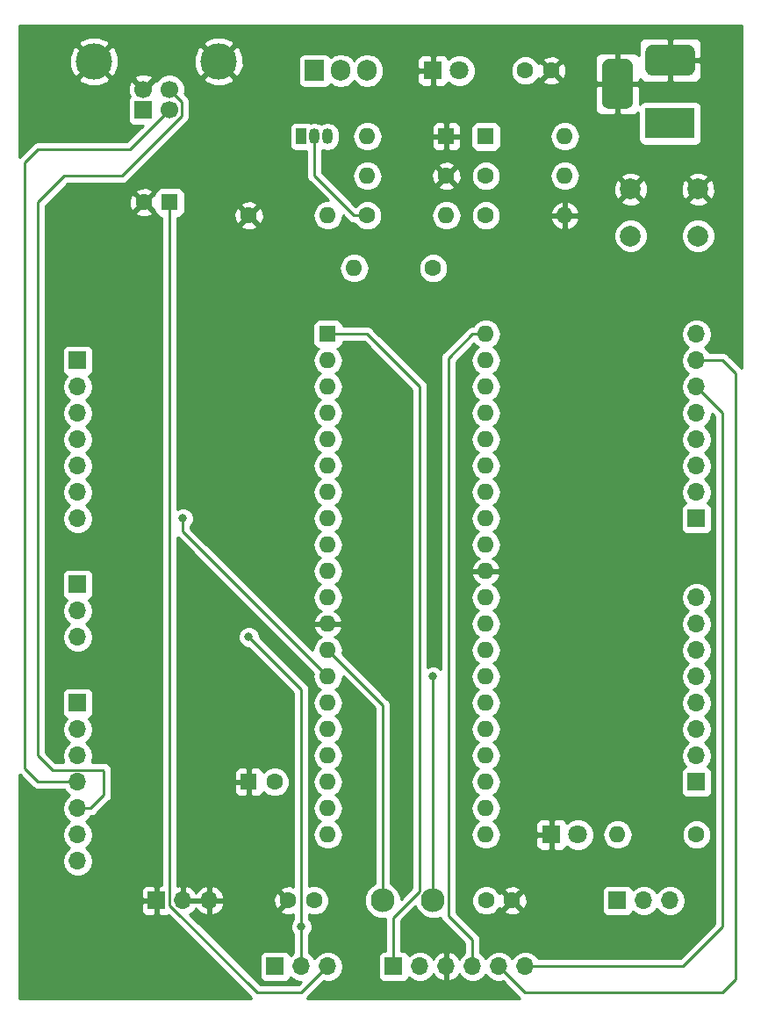
<source format=gbr>
G04 #@! TF.GenerationSoftware,KiCad,Pcbnew,(5.0.0)*
G04 #@! TF.CreationDate,2018-12-24T20:39:56-05:00*
G04 #@! TF.ProjectId,Placa_PIC18F4550,506C6163615F50494331384634353530,rev?*
G04 #@! TF.SameCoordinates,Original*
G04 #@! TF.FileFunction,Copper,L1,Top,Signal*
G04 #@! TF.FilePolarity,Positive*
%FSLAX46Y46*%
G04 Gerber Fmt 4.6, Leading zero omitted, Abs format (unit mm)*
G04 Created by KiCad (PCBNEW (5.0.0)) date 12/24/18 20:39:56*
%MOMM*%
%LPD*%
G01*
G04 APERTURE LIST*
G04 #@! TA.AperFunction,ComponentPad*
%ADD10R,1.600000X1.600000*%
G04 #@! TD*
G04 #@! TA.AperFunction,ComponentPad*
%ADD11C,1.600000*%
G04 #@! TD*
G04 #@! TA.AperFunction,ComponentPad*
%ADD12R,1.800000X1.800000*%
G04 #@! TD*
G04 #@! TA.AperFunction,ComponentPad*
%ADD13C,1.800000*%
G04 #@! TD*
G04 #@! TA.AperFunction,ComponentPad*
%ADD14O,1.600000X1.600000*%
G04 #@! TD*
G04 #@! TA.AperFunction,ComponentPad*
%ADD15R,1.700000X1.700000*%
G04 #@! TD*
G04 #@! TA.AperFunction,ComponentPad*
%ADD16O,1.700000X1.700000*%
G04 #@! TD*
G04 #@! TA.AperFunction,Conductor*
%ADD17C,0.150000*%
G04 #@! TD*
G04 #@! TA.AperFunction,ComponentPad*
%ADD18C,3.000000*%
G04 #@! TD*
G04 #@! TA.AperFunction,ComponentPad*
%ADD19R,4.800000X3.000000*%
G04 #@! TD*
G04 #@! TA.AperFunction,ComponentPad*
%ADD20C,1.700000*%
G04 #@! TD*
G04 #@! TA.AperFunction,ComponentPad*
%ADD21C,3.500000*%
G04 #@! TD*
G04 #@! TA.AperFunction,ComponentPad*
%ADD22O,1.050000X1.500000*%
G04 #@! TD*
G04 #@! TA.AperFunction,ComponentPad*
%ADD23R,1.050000X1.500000*%
G04 #@! TD*
G04 #@! TA.AperFunction,ComponentPad*
%ADD24C,2.000000*%
G04 #@! TD*
G04 #@! TA.AperFunction,ComponentPad*
%ADD25R,1.905000X2.000000*%
G04 #@! TD*
G04 #@! TA.AperFunction,ComponentPad*
%ADD26O,1.905000X2.000000*%
G04 #@! TD*
G04 #@! TA.AperFunction,ComponentPad*
%ADD27C,2.300000*%
G04 #@! TD*
G04 #@! TA.AperFunction,ViaPad*
%ADD28C,0.800000*%
G04 #@! TD*
G04 #@! TA.AperFunction,Conductor*
%ADD29C,0.254000*%
G04 #@! TD*
G04 APERTURE END LIST*
D10*
G04 #@! TO.P,C1,1*
G04 #@! TO.N,GND*
X74930000Y-135890000D03*
D11*
G04 #@! TO.P,C1,2*
G04 #@! TO.N,Net-(C1-Pad2)*
X77430000Y-135890000D03*
G04 #@! TD*
G04 #@! TO.P,C2,2*
G04 #@! TO.N,/OS1*
X81240000Y-147320000D03*
G04 #@! TO.P,C2,1*
G04 #@! TO.N,GND*
X78740000Y-147320000D03*
G04 #@! TD*
G04 #@! TO.P,C3,1*
G04 #@! TO.N,GND*
X100330000Y-147320000D03*
G04 #@! TO.P,C3,2*
G04 #@! TO.N,/OS2*
X97830000Y-147320000D03*
G04 #@! TD*
G04 #@! TO.P,C4,1*
G04 #@! TO.N,Net-(C4-Pad1)*
X101600000Y-67310000D03*
G04 #@! TO.P,C4,2*
G04 #@! TO.N,GND*
X104100000Y-67310000D03*
G04 #@! TD*
D12*
G04 #@! TO.P,D1,1*
G04 #@! TO.N,GND*
X104140000Y-140970000D03*
D13*
G04 #@! TO.P,D1,2*
G04 #@! TO.N,Net-(D1-Pad2)*
X106680000Y-140970000D03*
G04 #@! TD*
D10*
G04 #@! TO.P,D2,1*
G04 #@! TO.N,GND*
X93980000Y-73660000D03*
D14*
G04 #@! TO.P,D2,2*
G04 #@! TO.N,Net-(D2-Pad2)*
X86360000Y-73660000D03*
G04 #@! TD*
G04 #@! TO.P,D3,2*
G04 #@! TO.N,Net-(C4-Pad1)*
X105410000Y-73660000D03*
D10*
G04 #@! TO.P,D3,1*
G04 #@! TO.N,/Vc*
X97790000Y-73660000D03*
G04 #@! TD*
D13*
G04 #@! TO.P,D4,2*
G04 #@! TO.N,Net-(D4-Pad2)*
X95250000Y-67310000D03*
D12*
G04 #@! TO.P,D4,1*
G04 #@! TO.N,GND*
X92710000Y-67310000D03*
G04 #@! TD*
D15*
G04 #@! TO.P,J1,1*
G04 #@! TO.N,/RD0*
X118110000Y-135890000D03*
D16*
G04 #@! TO.P,J1,2*
G04 #@! TO.N,/RD1*
X118110000Y-133350000D03*
G04 #@! TO.P,J1,3*
G04 #@! TO.N,/RD2*
X118110000Y-130810000D03*
G04 #@! TO.P,J1,4*
G04 #@! TO.N,/RD3*
X118110000Y-128270000D03*
G04 #@! TO.P,J1,5*
G04 #@! TO.N,/RD4*
X118110000Y-125730000D03*
G04 #@! TO.P,J1,6*
G04 #@! TO.N,/RD5*
X118110000Y-123190000D03*
G04 #@! TO.P,J1,7*
G04 #@! TO.N,/RD6*
X118110000Y-120650000D03*
G04 #@! TO.P,J1,8*
G04 #@! TO.N,/RD7*
X118110000Y-118110000D03*
G04 #@! TD*
G04 #@! TO.P,J2,7*
G04 #@! TO.N,/OS2*
X58420000Y-110490000D03*
G04 #@! TO.P,J2,6*
G04 #@! TO.N,/RA5*
X58420000Y-107950000D03*
G04 #@! TO.P,J2,5*
G04 #@! TO.N,/RA4*
X58420000Y-105410000D03*
G04 #@! TO.P,J2,4*
G04 #@! TO.N,/RA3*
X58420000Y-102870000D03*
G04 #@! TO.P,J2,3*
G04 #@! TO.N,/RA2*
X58420000Y-100330000D03*
G04 #@! TO.P,J2,2*
G04 #@! TO.N,/RA1*
X58420000Y-97790000D03*
D15*
G04 #@! TO.P,J2,1*
G04 #@! TO.N,/RA0*
X58420000Y-95250000D03*
G04 #@! TD*
G04 #@! TO.P,J3,1*
G04 #@! TO.N,/RE0*
X58420000Y-116840000D03*
D16*
G04 #@! TO.P,J3,2*
G04 #@! TO.N,/RE1*
X58420000Y-119380000D03*
G04 #@! TO.P,J3,3*
G04 #@! TO.N,/RE2*
X58420000Y-121920000D03*
G04 #@! TD*
G04 #@! TO.P,J4,8*
G04 #@! TO.N,/RB7*
X118110000Y-92710000D03*
G04 #@! TO.P,J4,7*
G04 #@! TO.N,/RB6*
X118110000Y-95250000D03*
G04 #@! TO.P,J4,6*
G04 #@! TO.N,/RB5*
X118110000Y-97790000D03*
G04 #@! TO.P,J4,5*
G04 #@! TO.N,/RB4*
X118110000Y-100330000D03*
G04 #@! TO.P,J4,4*
G04 #@! TO.N,/RB3*
X118110000Y-102870000D03*
G04 #@! TO.P,J4,3*
G04 #@! TO.N,/RB2*
X118110000Y-105410000D03*
G04 #@! TO.P,J4,2*
G04 #@! TO.N,/RB1*
X118110000Y-107950000D03*
D15*
G04 #@! TO.P,J4,1*
G04 #@! TO.N,/RB0*
X118110000Y-110490000D03*
G04 #@! TD*
G04 #@! TO.P,J5,1*
G04 #@! TO.N,/RC0*
X58420000Y-128270000D03*
D16*
G04 #@! TO.P,J5,2*
G04 #@! TO.N,/RC1*
X58420000Y-130810000D03*
G04 #@! TO.P,J5,3*
G04 #@! TO.N,/RC2*
X58420000Y-133350000D03*
G04 #@! TO.P,J5,4*
G04 #@! TO.N,/RC4*
X58420000Y-135890000D03*
G04 #@! TO.P,J5,5*
G04 #@! TO.N,/RC5*
X58420000Y-138430000D03*
G04 #@! TO.P,J5,6*
G04 #@! TO.N,/RC6*
X58420000Y-140970000D03*
G04 #@! TO.P,J5,7*
G04 #@! TO.N,/RC7*
X58420000Y-143510000D03*
G04 #@! TD*
D15*
G04 #@! TO.P,J6,1*
G04 #@! TO.N,GND*
X66040000Y-147320000D03*
D16*
G04 #@! TO.P,J6,2*
X68580000Y-147320000D03*
G04 #@! TO.P,J6,3*
X71120000Y-147320000D03*
G04 #@! TD*
G04 #@! TO.P,J7,3*
G04 #@! TO.N,VCC*
X115570000Y-147320000D03*
G04 #@! TO.P,J7,2*
X113030000Y-147320000D03*
D15*
G04 #@! TO.P,J7,1*
X110490000Y-147320000D03*
G04 #@! TD*
G04 #@! TO.P,J8,1*
G04 #@! TO.N,/V+*
X77470000Y-153670000D03*
D16*
G04 #@! TO.P,J8,2*
G04 #@! TO.N,VCC*
X80010000Y-153670000D03*
G04 #@! TO.P,J8,3*
G04 #@! TO.N,/Vc*
X82550000Y-153670000D03*
G04 #@! TD*
D17*
G04 #@! TO.N,GND*
G04 #@! TO.C,J9*
G36*
X117293513Y-64793611D02*
X117366318Y-64804411D01*
X117437714Y-64822295D01*
X117507013Y-64847090D01*
X117573548Y-64878559D01*
X117636678Y-64916398D01*
X117695795Y-64960242D01*
X117750330Y-65009670D01*
X117799758Y-65064205D01*
X117843602Y-65123322D01*
X117881441Y-65186452D01*
X117912910Y-65252987D01*
X117937705Y-65322286D01*
X117955589Y-65393682D01*
X117966389Y-65466487D01*
X117970000Y-65540000D01*
X117970000Y-67040000D01*
X117966389Y-67113513D01*
X117955589Y-67186318D01*
X117937705Y-67257714D01*
X117912910Y-67327013D01*
X117881441Y-67393548D01*
X117843602Y-67456678D01*
X117799758Y-67515795D01*
X117750330Y-67570330D01*
X117695795Y-67619758D01*
X117636678Y-67663602D01*
X117573548Y-67701441D01*
X117507013Y-67732910D01*
X117437714Y-67757705D01*
X117366318Y-67775589D01*
X117293513Y-67786389D01*
X117220000Y-67790000D01*
X113920000Y-67790000D01*
X113846487Y-67786389D01*
X113773682Y-67775589D01*
X113702286Y-67757705D01*
X113632987Y-67732910D01*
X113566452Y-67701441D01*
X113503322Y-67663602D01*
X113444205Y-67619758D01*
X113389670Y-67570330D01*
X113340242Y-67515795D01*
X113296398Y-67456678D01*
X113258559Y-67393548D01*
X113227090Y-67327013D01*
X113202295Y-67257714D01*
X113184411Y-67186318D01*
X113173611Y-67113513D01*
X113170000Y-67040000D01*
X113170000Y-65540000D01*
X113173611Y-65466487D01*
X113184411Y-65393682D01*
X113202295Y-65322286D01*
X113227090Y-65252987D01*
X113258559Y-65186452D01*
X113296398Y-65123322D01*
X113340242Y-65064205D01*
X113389670Y-65009670D01*
X113444205Y-64960242D01*
X113503322Y-64916398D01*
X113566452Y-64878559D01*
X113632987Y-64847090D01*
X113702286Y-64822295D01*
X113773682Y-64804411D01*
X113846487Y-64793611D01*
X113920000Y-64790000D01*
X117220000Y-64790000D01*
X117293513Y-64793611D01*
X117293513Y-64793611D01*
G37*
D18*
G04 #@! TD*
G04 #@! TO.P,J9,2*
G04 #@! TO.N,GND*
X115570000Y-66290000D03*
D19*
G04 #@! TO.P,J9,1*
G04 #@! TO.N,Net-(J9-Pad1)*
X115570000Y-72390000D03*
D17*
G04 #@! TD*
G04 #@! TO.N,GND*
G04 #@! TO.C,J9*
G36*
X111313513Y-66183611D02*
X111386318Y-66194411D01*
X111457714Y-66212295D01*
X111527013Y-66237090D01*
X111593548Y-66268559D01*
X111656678Y-66306398D01*
X111715795Y-66350242D01*
X111770330Y-66399670D01*
X111819758Y-66454205D01*
X111863602Y-66513322D01*
X111901441Y-66576452D01*
X111932910Y-66642987D01*
X111957705Y-66712286D01*
X111975589Y-66783682D01*
X111986389Y-66856487D01*
X111990000Y-66930000D01*
X111990000Y-70230000D01*
X111986389Y-70303513D01*
X111975589Y-70376318D01*
X111957705Y-70447714D01*
X111932910Y-70517013D01*
X111901441Y-70583548D01*
X111863602Y-70646678D01*
X111819758Y-70705795D01*
X111770330Y-70760330D01*
X111715795Y-70809758D01*
X111656678Y-70853602D01*
X111593548Y-70891441D01*
X111527013Y-70922910D01*
X111457714Y-70947705D01*
X111386318Y-70965589D01*
X111313513Y-70976389D01*
X111240000Y-70980000D01*
X109740000Y-70980000D01*
X109666487Y-70976389D01*
X109593682Y-70965589D01*
X109522286Y-70947705D01*
X109452987Y-70922910D01*
X109386452Y-70891441D01*
X109323322Y-70853602D01*
X109264205Y-70809758D01*
X109209670Y-70760330D01*
X109160242Y-70705795D01*
X109116398Y-70646678D01*
X109078559Y-70583548D01*
X109047090Y-70517013D01*
X109022295Y-70447714D01*
X109004411Y-70376318D01*
X108993611Y-70303513D01*
X108990000Y-70230000D01*
X108990000Y-66930000D01*
X108993611Y-66856487D01*
X109004411Y-66783682D01*
X109022295Y-66712286D01*
X109047090Y-66642987D01*
X109078559Y-66576452D01*
X109116398Y-66513322D01*
X109160242Y-66454205D01*
X109209670Y-66399670D01*
X109264205Y-66350242D01*
X109323322Y-66306398D01*
X109386452Y-66268559D01*
X109452987Y-66237090D01*
X109522286Y-66212295D01*
X109593682Y-66194411D01*
X109666487Y-66183611D01*
X109740000Y-66180000D01*
X111240000Y-66180000D01*
X111313513Y-66183611D01*
X111313513Y-66183611D01*
G37*
D18*
G04 #@! TO.P,J9,3*
G04 #@! TO.N,GND*
X110490000Y-68580000D03*
G04 #@! TD*
D15*
G04 #@! TO.P,J10,1*
G04 #@! TO.N,/VUSB*
X64770000Y-71120000D03*
D20*
G04 #@! TO.P,J10,2*
G04 #@! TO.N,/RC4*
X67270000Y-71120000D03*
G04 #@! TO.P,J10,3*
G04 #@! TO.N,/RC5*
X67270000Y-69120000D03*
G04 #@! TO.P,J10,4*
G04 #@! TO.N,GND*
X64770000Y-69120000D03*
D21*
G04 #@! TO.P,J10,5*
X60000000Y-66410000D03*
X72040000Y-66410000D03*
G04 #@! TD*
D22*
G04 #@! TO.P,Q1,2*
G04 #@! TO.N,Net-(Q1-Pad2)*
X81280000Y-73660000D03*
G04 #@! TO.P,Q1,3*
G04 #@! TO.N,/Vc*
X82550000Y-73660000D03*
D23*
G04 #@! TO.P,Q1,1*
G04 #@! TO.N,/VUSB*
X80010000Y-73660000D03*
G04 #@! TD*
D14*
G04 #@! TO.P,R1,2*
G04 #@! TO.N,/MCLR*
X85090000Y-86360000D03*
D11*
G04 #@! TO.P,R1,1*
G04 #@! TO.N,VCC*
X92710000Y-86360000D03*
G04 #@! TD*
G04 #@! TO.P,R2,1*
G04 #@! TO.N,/RD0*
X118110000Y-140970000D03*
D14*
G04 #@! TO.P,R2,2*
G04 #@! TO.N,Net-(D1-Pad2)*
X110490000Y-140970000D03*
G04 #@! TD*
G04 #@! TO.P,R3,2*
G04 #@! TO.N,GND*
X105410000Y-81280000D03*
D11*
G04 #@! TO.P,R3,1*
G04 #@! TO.N,/VUSB*
X97790000Y-81280000D03*
G04 #@! TD*
G04 #@! TO.P,R4,1*
G04 #@! TO.N,GND*
X74930000Y-81280000D03*
D14*
G04 #@! TO.P,R4,2*
G04 #@! TO.N,Net-(C4-Pad1)*
X82550000Y-81280000D03*
G04 #@! TD*
D11*
G04 #@! TO.P,R5,1*
G04 #@! TO.N,Net-(Q1-Pad2)*
X86360000Y-81280000D03*
D14*
G04 #@! TO.P,R5,2*
G04 #@! TO.N,Net-(C4-Pad1)*
X93980000Y-81280000D03*
G04 #@! TD*
G04 #@! TO.P,R6,2*
G04 #@! TO.N,/VUSB*
X86360000Y-77470000D03*
D11*
G04 #@! TO.P,R6,1*
G04 #@! TO.N,GND*
X93980000Y-77470000D03*
G04 #@! TD*
G04 #@! TO.P,R7,1*
G04 #@! TO.N,/Vc*
X97790000Y-77470000D03*
D14*
G04 #@! TO.P,R7,2*
G04 #@! TO.N,Net-(D4-Pad2)*
X105410000Y-77470000D03*
G04 #@! TD*
D24*
G04 #@! TO.P,SW1,2*
G04 #@! TO.N,/MCLR*
X111760000Y-83240000D03*
G04 #@! TO.P,SW1,1*
G04 #@! TO.N,GND*
X111760000Y-78740000D03*
G04 #@! TO.P,SW1,2*
G04 #@! TO.N,/MCLR*
X118260000Y-83240000D03*
G04 #@! TO.P,SW1,1*
G04 #@! TO.N,GND*
X118260000Y-78740000D03*
G04 #@! TD*
D10*
G04 #@! TO.P,U1,1*
G04 #@! TO.N,/MCLR*
X82550000Y-92710000D03*
D14*
G04 #@! TO.P,U1,21*
G04 #@! TO.N,/RD2*
X97790000Y-140970000D03*
G04 #@! TO.P,U1,2*
G04 #@! TO.N,/RA0*
X82550000Y-95250000D03*
G04 #@! TO.P,U1,22*
G04 #@! TO.N,/RD3*
X97790000Y-138430000D03*
G04 #@! TO.P,U1,3*
G04 #@! TO.N,/RA1*
X82550000Y-97790000D03*
G04 #@! TO.P,U1,23*
G04 #@! TO.N,/RC4*
X97790000Y-135890000D03*
G04 #@! TO.P,U1,4*
G04 #@! TO.N,/RA2*
X82550000Y-100330000D03*
G04 #@! TO.P,U1,24*
G04 #@! TO.N,/RC5*
X97790000Y-133350000D03*
G04 #@! TO.P,U1,5*
G04 #@! TO.N,/RA3*
X82550000Y-102870000D03*
G04 #@! TO.P,U1,25*
G04 #@! TO.N,/RC6*
X97790000Y-130810000D03*
G04 #@! TO.P,U1,6*
G04 #@! TO.N,/RA4*
X82550000Y-105410000D03*
G04 #@! TO.P,U1,26*
G04 #@! TO.N,/RC7*
X97790000Y-128270000D03*
G04 #@! TO.P,U1,7*
G04 #@! TO.N,/RA5*
X82550000Y-107950000D03*
G04 #@! TO.P,U1,27*
G04 #@! TO.N,/RD4*
X97790000Y-125730000D03*
G04 #@! TO.P,U1,8*
G04 #@! TO.N,/RE0*
X82550000Y-110490000D03*
G04 #@! TO.P,U1,28*
G04 #@! TO.N,/RD5*
X97790000Y-123190000D03*
G04 #@! TO.P,U1,9*
G04 #@! TO.N,/RE1*
X82550000Y-113030000D03*
G04 #@! TO.P,U1,29*
G04 #@! TO.N,/RD6*
X97790000Y-120650000D03*
G04 #@! TO.P,U1,10*
G04 #@! TO.N,/RE2*
X82550000Y-115570000D03*
G04 #@! TO.P,U1,30*
G04 #@! TO.N,/RD7*
X97790000Y-118110000D03*
G04 #@! TO.P,U1,11*
G04 #@! TO.N,VCC*
X82550000Y-118110000D03*
G04 #@! TO.P,U1,31*
G04 #@! TO.N,GND*
X97790000Y-115570000D03*
G04 #@! TO.P,U1,12*
X82550000Y-120650000D03*
G04 #@! TO.P,U1,32*
G04 #@! TO.N,VCC*
X97790000Y-113030000D03*
G04 #@! TO.P,U1,13*
G04 #@! TO.N,/OS1*
X82550000Y-123190000D03*
G04 #@! TO.P,U1,33*
G04 #@! TO.N,/RB0*
X97790000Y-110490000D03*
G04 #@! TO.P,U1,14*
G04 #@! TO.N,/OS2*
X82550000Y-125730000D03*
G04 #@! TO.P,U1,34*
G04 #@! TO.N,/RB1*
X97790000Y-107950000D03*
G04 #@! TO.P,U1,15*
G04 #@! TO.N,/RC0*
X82550000Y-128270000D03*
G04 #@! TO.P,U1,35*
G04 #@! TO.N,/RB2*
X97790000Y-105410000D03*
G04 #@! TO.P,U1,16*
G04 #@! TO.N,/RC1*
X82550000Y-130810000D03*
G04 #@! TO.P,U1,36*
G04 #@! TO.N,/RB3*
X97790000Y-102870000D03*
G04 #@! TO.P,U1,17*
G04 #@! TO.N,/RC2*
X82550000Y-133350000D03*
G04 #@! TO.P,U1,37*
G04 #@! TO.N,/RB4*
X97790000Y-100330000D03*
G04 #@! TO.P,U1,18*
G04 #@! TO.N,Net-(C1-Pad2)*
X82550000Y-135890000D03*
G04 #@! TO.P,U1,38*
G04 #@! TO.N,/RB5*
X97790000Y-97790000D03*
G04 #@! TO.P,U1,19*
G04 #@! TO.N,/RD0*
X82550000Y-138430000D03*
G04 #@! TO.P,U1,39*
G04 #@! TO.N,/RB6*
X97790000Y-95250000D03*
G04 #@! TO.P,U1,20*
G04 #@! TO.N,/RD1*
X82550000Y-140970000D03*
G04 #@! TO.P,U1,40*
G04 #@! TO.N,/RB7*
X97790000Y-92710000D03*
G04 #@! TD*
D25*
G04 #@! TO.P,U2,1*
G04 #@! TO.N,Net-(J9-Pad1)*
X81280000Y-67310000D03*
D26*
G04 #@! TO.P,U2,2*
G04 #@! TO.N,Net-(D2-Pad2)*
X83820000Y-67310000D03*
G04 #@! TO.P,U2,3*
G04 #@! TO.N,Net-(C4-Pad1)*
X86360000Y-67310000D03*
G04 #@! TD*
D27*
G04 #@! TO.P,Y1,1*
G04 #@! TO.N,/OS1*
X87810000Y-147320000D03*
G04 #@! TO.P,Y1,2*
G04 #@! TO.N,/OS2*
X92710000Y-147320000D03*
G04 #@! TD*
D10*
G04 #@! TO.P,C5,1*
G04 #@! TO.N,/Vc*
X67310000Y-80010000D03*
D11*
G04 #@! TO.P,C5,2*
G04 #@! TO.N,GND*
X64810000Y-80010000D03*
G04 #@! TD*
D15*
G04 #@! TO.P,J11,1*
G04 #@! TO.N,/MCLR*
X88900000Y-153670000D03*
D16*
G04 #@! TO.P,J11,2*
G04 #@! TO.N,/V+*
X91440000Y-153670000D03*
G04 #@! TO.P,J11,3*
G04 #@! TO.N,GND*
X93980000Y-153670000D03*
G04 #@! TO.P,J11,4*
G04 #@! TO.N,/RB7*
X96520000Y-153670000D03*
G04 #@! TO.P,J11,5*
G04 #@! TO.N,/RB6*
X99060000Y-153670000D03*
G04 #@! TO.P,J11,6*
G04 #@! TO.N,/RB5*
X101600000Y-153670000D03*
G04 #@! TD*
D28*
G04 #@! TO.N,/OS2*
X92710000Y-125730000D03*
X68580000Y-110490000D03*
G04 #@! TO.N,VCC*
X80010000Y-149860000D03*
X74930000Y-121920000D03*
G04 #@! TD*
D29*
G04 #@! TO.N,/OS1*
X87810000Y-128450000D02*
X82550000Y-123190000D01*
X87810000Y-147320000D02*
X87810000Y-128450000D01*
G04 #@! TO.N,/OS2*
X92710000Y-147320000D02*
X92710000Y-125730000D01*
X92710000Y-125730000D02*
X92710000Y-125730000D01*
X82550000Y-125730000D02*
X68580000Y-111760000D01*
X68580000Y-111760000D02*
X68580000Y-110490000D01*
X68580000Y-110490000D02*
X68580000Y-110490000D01*
G04 #@! TO.N,/Vc*
X67310000Y-147791962D02*
X75728038Y-156210000D01*
X67310000Y-80010000D02*
X67310000Y-147791962D01*
X80010000Y-156210000D02*
X82550000Y-153670000D01*
X75728038Y-156210000D02*
X80010000Y-156210000D01*
G04 #@! TO.N,/RB7*
X96520000Y-92710000D02*
X97790000Y-92710000D01*
X94187001Y-95042999D02*
X96520000Y-92710000D01*
X94187001Y-148797001D02*
X94187001Y-95042999D01*
X96520000Y-153670000D02*
X96520000Y-151130000D01*
X96520000Y-151130000D02*
X94187001Y-148797001D01*
G04 #@! TO.N,/RB6*
X120650000Y-95250000D02*
X118110000Y-95250000D01*
X121920000Y-96520000D02*
X120650000Y-95250000D01*
X121920000Y-154940000D02*
X121920000Y-96520000D01*
X120650000Y-156210000D02*
X121920000Y-154940000D01*
X99060000Y-153670000D02*
X101600000Y-156210000D01*
X101600000Y-156210000D02*
X120650000Y-156210000D01*
G04 #@! TO.N,/RB5*
X101600000Y-153670000D02*
X116840000Y-153670000D01*
X116840000Y-153670000D02*
X120650000Y-149860000D01*
X120650000Y-100330000D02*
X118110000Y-97790000D01*
X120650000Y-149860000D02*
X120650000Y-100330000D01*
G04 #@! TO.N,/RC4*
X54610000Y-135890000D02*
X58420000Y-135890000D01*
X53340000Y-134620000D02*
X54610000Y-135890000D01*
X53340000Y-76200000D02*
X53340000Y-134620000D01*
X54610000Y-74930000D02*
X53340000Y-76200000D01*
X67270000Y-71120000D02*
X63460000Y-74930000D01*
X63460000Y-74930000D02*
X54610000Y-74930000D01*
G04 #@! TO.N,/RC5*
X60867001Y-134712999D02*
X60960000Y-134805998D01*
X55972999Y-134712999D02*
X60867001Y-134712999D01*
X54610000Y-133350000D02*
X55972999Y-134712999D01*
X68447001Y-70297001D02*
X68447001Y-71684961D01*
X67270000Y-69120000D02*
X68447001Y-70297001D01*
X68447001Y-71684961D02*
X62661962Y-77470000D01*
X59690000Y-138430000D02*
X58420000Y-138430000D01*
X62661962Y-77470000D02*
X57150000Y-77470000D01*
X60960000Y-134805998D02*
X60960000Y-137160000D01*
X57150000Y-77470000D02*
X54610000Y-80010000D01*
X60960000Y-137160000D02*
X59690000Y-138430000D01*
X54610000Y-80010000D02*
X54610000Y-133350000D01*
G04 #@! TO.N,VCC*
X80010000Y-153670000D02*
X80010000Y-149860000D01*
X80010000Y-127000000D02*
X74930000Y-121920000D01*
X80010000Y-149860000D02*
X80010000Y-127000000D01*
X74930000Y-121920000D02*
X74930000Y-121920000D01*
G04 #@! TO.N,/MCLR*
X88900000Y-148944038D02*
X91440000Y-146404038D01*
X88900000Y-153670000D02*
X88900000Y-148944038D01*
X91440000Y-146404038D02*
X91440000Y-97790000D01*
X86360000Y-92710000D02*
X82550000Y-92710000D01*
X91440000Y-97790000D02*
X86360000Y-92710000D01*
X88900000Y-153670000D02*
X88900000Y-152400000D01*
G04 #@! TO.N,Net-(Q1-Pad2)*
X86360000Y-81280000D02*
X85090000Y-81280000D01*
X85090000Y-81280000D02*
X81280000Y-77470000D01*
X81280000Y-77470000D02*
X81280000Y-73660000D01*
G04 #@! TD*
G04 #@! TO.N,GND*
G36*
X122455000Y-95961027D02*
X122405749Y-95928118D01*
X121241883Y-94764253D01*
X121199371Y-94700629D01*
X120947317Y-94532212D01*
X120725048Y-94488000D01*
X120725043Y-94488000D01*
X120650000Y-94473073D01*
X120574957Y-94488000D01*
X119386842Y-94488000D01*
X119180625Y-94179375D01*
X118882239Y-93980000D01*
X119180625Y-93780625D01*
X119508839Y-93289418D01*
X119624092Y-92710000D01*
X119508839Y-92130582D01*
X119180625Y-91639375D01*
X118689418Y-91311161D01*
X118256256Y-91225000D01*
X117963744Y-91225000D01*
X117530582Y-91311161D01*
X117039375Y-91639375D01*
X116711161Y-92130582D01*
X116595908Y-92710000D01*
X116711161Y-93289418D01*
X117039375Y-93780625D01*
X117337761Y-93980000D01*
X117039375Y-94179375D01*
X116711161Y-94670582D01*
X116595908Y-95250000D01*
X116711161Y-95829418D01*
X117039375Y-96320625D01*
X117337761Y-96520000D01*
X117039375Y-96719375D01*
X116711161Y-97210582D01*
X116595908Y-97790000D01*
X116711161Y-98369418D01*
X117039375Y-98860625D01*
X117337761Y-99060000D01*
X117039375Y-99259375D01*
X116711161Y-99750582D01*
X116595908Y-100330000D01*
X116711161Y-100909418D01*
X117039375Y-101400625D01*
X117337761Y-101600000D01*
X117039375Y-101799375D01*
X116711161Y-102290582D01*
X116595908Y-102870000D01*
X116711161Y-103449418D01*
X117039375Y-103940625D01*
X117337761Y-104140000D01*
X117039375Y-104339375D01*
X116711161Y-104830582D01*
X116595908Y-105410000D01*
X116711161Y-105989418D01*
X117039375Y-106480625D01*
X117337761Y-106680000D01*
X117039375Y-106879375D01*
X116711161Y-107370582D01*
X116595908Y-107950000D01*
X116711161Y-108529418D01*
X117039375Y-109020625D01*
X117057619Y-109032816D01*
X117012235Y-109041843D01*
X116802191Y-109182191D01*
X116661843Y-109392235D01*
X116612560Y-109640000D01*
X116612560Y-111340000D01*
X116661843Y-111587765D01*
X116802191Y-111797809D01*
X117012235Y-111938157D01*
X117260000Y-111987440D01*
X118960000Y-111987440D01*
X119207765Y-111938157D01*
X119417809Y-111797809D01*
X119558157Y-111587765D01*
X119607440Y-111340000D01*
X119607440Y-109640000D01*
X119558157Y-109392235D01*
X119417809Y-109182191D01*
X119207765Y-109041843D01*
X119162381Y-109032816D01*
X119180625Y-109020625D01*
X119508839Y-108529418D01*
X119624092Y-107950000D01*
X119508839Y-107370582D01*
X119180625Y-106879375D01*
X118882239Y-106680000D01*
X119180625Y-106480625D01*
X119508839Y-105989418D01*
X119624092Y-105410000D01*
X119508839Y-104830582D01*
X119180625Y-104339375D01*
X118882239Y-104140000D01*
X119180625Y-103940625D01*
X119508839Y-103449418D01*
X119624092Y-102870000D01*
X119508839Y-102290582D01*
X119180625Y-101799375D01*
X118882239Y-101600000D01*
X119180625Y-101400625D01*
X119508839Y-100909418D01*
X119615511Y-100373141D01*
X119888001Y-100645631D01*
X119888000Y-149544369D01*
X116524370Y-152908000D01*
X102876842Y-152908000D01*
X102670625Y-152599375D01*
X102179418Y-152271161D01*
X101746256Y-152185000D01*
X101453744Y-152185000D01*
X101020582Y-152271161D01*
X100529375Y-152599375D01*
X100330000Y-152897761D01*
X100130625Y-152599375D01*
X99639418Y-152271161D01*
X99206256Y-152185000D01*
X98913744Y-152185000D01*
X98480582Y-152271161D01*
X97989375Y-152599375D01*
X97790000Y-152897761D01*
X97590625Y-152599375D01*
X97282000Y-152393158D01*
X97282000Y-151205047D01*
X97296928Y-151130000D01*
X97282000Y-151054952D01*
X97237788Y-150832683D01*
X97069371Y-150580629D01*
X97005749Y-150538118D01*
X94949001Y-148481371D01*
X94949001Y-147034561D01*
X96395000Y-147034561D01*
X96395000Y-147605439D01*
X96613466Y-148132862D01*
X97017138Y-148536534D01*
X97544561Y-148755000D01*
X98115439Y-148755000D01*
X98642862Y-148536534D01*
X98851651Y-148327745D01*
X99501861Y-148327745D01*
X99575995Y-148573864D01*
X100113223Y-148766965D01*
X100683454Y-148739778D01*
X101084005Y-148573864D01*
X101158139Y-148327745D01*
X100330000Y-147499605D01*
X99501861Y-148327745D01*
X98851651Y-148327745D01*
X99046534Y-148132862D01*
X99073525Y-148067701D01*
X99076136Y-148074005D01*
X99322255Y-148148139D01*
X100150395Y-147320000D01*
X100509605Y-147320000D01*
X101337745Y-148148139D01*
X101583864Y-148074005D01*
X101776965Y-147536777D01*
X101749778Y-146966546D01*
X101583864Y-146565995D01*
X101337745Y-146491861D01*
X100509605Y-147320000D01*
X100150395Y-147320000D01*
X99322255Y-146491861D01*
X99076136Y-146565995D01*
X99073710Y-146572746D01*
X99046534Y-146507138D01*
X98851651Y-146312255D01*
X99501861Y-146312255D01*
X100330000Y-147140395D01*
X101000394Y-146470000D01*
X108992560Y-146470000D01*
X108992560Y-148170000D01*
X109041843Y-148417765D01*
X109182191Y-148627809D01*
X109392235Y-148768157D01*
X109640000Y-148817440D01*
X111340000Y-148817440D01*
X111587765Y-148768157D01*
X111797809Y-148627809D01*
X111938157Y-148417765D01*
X111947184Y-148372381D01*
X111959375Y-148390625D01*
X112450582Y-148718839D01*
X112883744Y-148805000D01*
X113176256Y-148805000D01*
X113609418Y-148718839D01*
X114100625Y-148390625D01*
X114300000Y-148092239D01*
X114499375Y-148390625D01*
X114990582Y-148718839D01*
X115423744Y-148805000D01*
X115716256Y-148805000D01*
X116149418Y-148718839D01*
X116640625Y-148390625D01*
X116968839Y-147899418D01*
X117084092Y-147320000D01*
X116968839Y-146740582D01*
X116640625Y-146249375D01*
X116149418Y-145921161D01*
X115716256Y-145835000D01*
X115423744Y-145835000D01*
X114990582Y-145921161D01*
X114499375Y-146249375D01*
X114300000Y-146547761D01*
X114100625Y-146249375D01*
X113609418Y-145921161D01*
X113176256Y-145835000D01*
X112883744Y-145835000D01*
X112450582Y-145921161D01*
X111959375Y-146249375D01*
X111947184Y-146267619D01*
X111938157Y-146222235D01*
X111797809Y-146012191D01*
X111587765Y-145871843D01*
X111340000Y-145822560D01*
X109640000Y-145822560D01*
X109392235Y-145871843D01*
X109182191Y-146012191D01*
X109041843Y-146222235D01*
X108992560Y-146470000D01*
X101000394Y-146470000D01*
X101158139Y-146312255D01*
X101084005Y-146066136D01*
X100546777Y-145873035D01*
X99976546Y-145900222D01*
X99575995Y-146066136D01*
X99501861Y-146312255D01*
X98851651Y-146312255D01*
X98642862Y-146103466D01*
X98115439Y-145885000D01*
X97544561Y-145885000D01*
X97017138Y-146103466D01*
X96613466Y-146507138D01*
X96395000Y-147034561D01*
X94949001Y-147034561D01*
X94949001Y-118110000D01*
X96326887Y-118110000D01*
X96438260Y-118669909D01*
X96755423Y-119144577D01*
X97107758Y-119380000D01*
X96755423Y-119615423D01*
X96438260Y-120090091D01*
X96326887Y-120650000D01*
X96438260Y-121209909D01*
X96755423Y-121684577D01*
X97107758Y-121920000D01*
X96755423Y-122155423D01*
X96438260Y-122630091D01*
X96326887Y-123190000D01*
X96438260Y-123749909D01*
X96755423Y-124224577D01*
X97107758Y-124460000D01*
X96755423Y-124695423D01*
X96438260Y-125170091D01*
X96326887Y-125730000D01*
X96438260Y-126289909D01*
X96755423Y-126764577D01*
X97107758Y-127000000D01*
X96755423Y-127235423D01*
X96438260Y-127710091D01*
X96326887Y-128270000D01*
X96438260Y-128829909D01*
X96755423Y-129304577D01*
X97107758Y-129540000D01*
X96755423Y-129775423D01*
X96438260Y-130250091D01*
X96326887Y-130810000D01*
X96438260Y-131369909D01*
X96755423Y-131844577D01*
X97107758Y-132080000D01*
X96755423Y-132315423D01*
X96438260Y-132790091D01*
X96326887Y-133350000D01*
X96438260Y-133909909D01*
X96755423Y-134384577D01*
X97107758Y-134620000D01*
X96755423Y-134855423D01*
X96438260Y-135330091D01*
X96326887Y-135890000D01*
X96438260Y-136449909D01*
X96755423Y-136924577D01*
X97107758Y-137160000D01*
X96755423Y-137395423D01*
X96438260Y-137870091D01*
X96326887Y-138430000D01*
X96438260Y-138989909D01*
X96755423Y-139464577D01*
X97107758Y-139700000D01*
X96755423Y-139935423D01*
X96438260Y-140410091D01*
X96326887Y-140970000D01*
X96438260Y-141529909D01*
X96755423Y-142004577D01*
X97230091Y-142321740D01*
X97648667Y-142405000D01*
X97931333Y-142405000D01*
X98349909Y-142321740D01*
X98824577Y-142004577D01*
X99141740Y-141529909D01*
X99196273Y-141255750D01*
X102605000Y-141255750D01*
X102605000Y-141996310D01*
X102701673Y-142229699D01*
X102880302Y-142408327D01*
X103113691Y-142505000D01*
X103854250Y-142505000D01*
X104013000Y-142346250D01*
X104013000Y-141097000D01*
X102763750Y-141097000D01*
X102605000Y-141255750D01*
X99196273Y-141255750D01*
X99253113Y-140970000D01*
X99141740Y-140410091D01*
X98830101Y-139943690D01*
X102605000Y-139943690D01*
X102605000Y-140684250D01*
X102763750Y-140843000D01*
X104013000Y-140843000D01*
X104013000Y-139593750D01*
X104267000Y-139593750D01*
X104267000Y-140843000D01*
X104287000Y-140843000D01*
X104287000Y-141097000D01*
X104267000Y-141097000D01*
X104267000Y-142346250D01*
X104425750Y-142505000D01*
X105166309Y-142505000D01*
X105399698Y-142408327D01*
X105578327Y-142229699D01*
X105634139Y-142094956D01*
X105810493Y-142271310D01*
X106374670Y-142505000D01*
X106985330Y-142505000D01*
X107549507Y-142271310D01*
X107981310Y-141839507D01*
X108215000Y-141275330D01*
X108215000Y-140970000D01*
X109026887Y-140970000D01*
X109138260Y-141529909D01*
X109455423Y-142004577D01*
X109930091Y-142321740D01*
X110348667Y-142405000D01*
X110631333Y-142405000D01*
X111049909Y-142321740D01*
X111524577Y-142004577D01*
X111841740Y-141529909D01*
X111953113Y-140970000D01*
X111896336Y-140684561D01*
X116675000Y-140684561D01*
X116675000Y-141255439D01*
X116893466Y-141782862D01*
X117297138Y-142186534D01*
X117824561Y-142405000D01*
X118395439Y-142405000D01*
X118922862Y-142186534D01*
X119326534Y-141782862D01*
X119545000Y-141255439D01*
X119545000Y-140684561D01*
X119326534Y-140157138D01*
X118922862Y-139753466D01*
X118395439Y-139535000D01*
X117824561Y-139535000D01*
X117297138Y-139753466D01*
X116893466Y-140157138D01*
X116675000Y-140684561D01*
X111896336Y-140684561D01*
X111841740Y-140410091D01*
X111524577Y-139935423D01*
X111049909Y-139618260D01*
X110631333Y-139535000D01*
X110348667Y-139535000D01*
X109930091Y-139618260D01*
X109455423Y-139935423D01*
X109138260Y-140410091D01*
X109026887Y-140970000D01*
X108215000Y-140970000D01*
X108215000Y-140664670D01*
X107981310Y-140100493D01*
X107549507Y-139668690D01*
X106985330Y-139435000D01*
X106374670Y-139435000D01*
X105810493Y-139668690D01*
X105634139Y-139845044D01*
X105578327Y-139710301D01*
X105399698Y-139531673D01*
X105166309Y-139435000D01*
X104425750Y-139435000D01*
X104267000Y-139593750D01*
X104013000Y-139593750D01*
X103854250Y-139435000D01*
X103113691Y-139435000D01*
X102880302Y-139531673D01*
X102701673Y-139710301D01*
X102605000Y-139943690D01*
X98830101Y-139943690D01*
X98824577Y-139935423D01*
X98472242Y-139700000D01*
X98824577Y-139464577D01*
X99141740Y-138989909D01*
X99253113Y-138430000D01*
X99141740Y-137870091D01*
X98824577Y-137395423D01*
X98472242Y-137160000D01*
X98824577Y-136924577D01*
X99141740Y-136449909D01*
X99253113Y-135890000D01*
X99141740Y-135330091D01*
X98824577Y-134855423D01*
X98472242Y-134620000D01*
X98824577Y-134384577D01*
X99141740Y-133909909D01*
X99253113Y-133350000D01*
X99141740Y-132790091D01*
X98824577Y-132315423D01*
X98472242Y-132080000D01*
X98824577Y-131844577D01*
X99141740Y-131369909D01*
X99253113Y-130810000D01*
X99141740Y-130250091D01*
X98824577Y-129775423D01*
X98472242Y-129540000D01*
X98824577Y-129304577D01*
X99141740Y-128829909D01*
X99253113Y-128270000D01*
X99141740Y-127710091D01*
X98824577Y-127235423D01*
X98472242Y-127000000D01*
X98824577Y-126764577D01*
X99141740Y-126289909D01*
X99253113Y-125730000D01*
X99141740Y-125170091D01*
X98824577Y-124695423D01*
X98472242Y-124460000D01*
X98824577Y-124224577D01*
X99141740Y-123749909D01*
X99253113Y-123190000D01*
X99141740Y-122630091D01*
X98824577Y-122155423D01*
X98472242Y-121920000D01*
X98824577Y-121684577D01*
X99141740Y-121209909D01*
X99253113Y-120650000D01*
X99141740Y-120090091D01*
X98824577Y-119615423D01*
X98472242Y-119380000D01*
X98824577Y-119144577D01*
X99141740Y-118669909D01*
X99253113Y-118110000D01*
X116595908Y-118110000D01*
X116711161Y-118689418D01*
X117039375Y-119180625D01*
X117337761Y-119380000D01*
X117039375Y-119579375D01*
X116711161Y-120070582D01*
X116595908Y-120650000D01*
X116711161Y-121229418D01*
X117039375Y-121720625D01*
X117337761Y-121920000D01*
X117039375Y-122119375D01*
X116711161Y-122610582D01*
X116595908Y-123190000D01*
X116711161Y-123769418D01*
X117039375Y-124260625D01*
X117337761Y-124460000D01*
X117039375Y-124659375D01*
X116711161Y-125150582D01*
X116595908Y-125730000D01*
X116711161Y-126309418D01*
X117039375Y-126800625D01*
X117337761Y-127000000D01*
X117039375Y-127199375D01*
X116711161Y-127690582D01*
X116595908Y-128270000D01*
X116711161Y-128849418D01*
X117039375Y-129340625D01*
X117337761Y-129540000D01*
X117039375Y-129739375D01*
X116711161Y-130230582D01*
X116595908Y-130810000D01*
X116711161Y-131389418D01*
X117039375Y-131880625D01*
X117337761Y-132080000D01*
X117039375Y-132279375D01*
X116711161Y-132770582D01*
X116595908Y-133350000D01*
X116711161Y-133929418D01*
X117039375Y-134420625D01*
X117057619Y-134432816D01*
X117012235Y-134441843D01*
X116802191Y-134582191D01*
X116661843Y-134792235D01*
X116612560Y-135040000D01*
X116612560Y-136740000D01*
X116661843Y-136987765D01*
X116802191Y-137197809D01*
X117012235Y-137338157D01*
X117260000Y-137387440D01*
X118960000Y-137387440D01*
X119207765Y-137338157D01*
X119417809Y-137197809D01*
X119558157Y-136987765D01*
X119607440Y-136740000D01*
X119607440Y-135040000D01*
X119558157Y-134792235D01*
X119417809Y-134582191D01*
X119207765Y-134441843D01*
X119162381Y-134432816D01*
X119180625Y-134420625D01*
X119508839Y-133929418D01*
X119624092Y-133350000D01*
X119508839Y-132770582D01*
X119180625Y-132279375D01*
X118882239Y-132080000D01*
X119180625Y-131880625D01*
X119508839Y-131389418D01*
X119624092Y-130810000D01*
X119508839Y-130230582D01*
X119180625Y-129739375D01*
X118882239Y-129540000D01*
X119180625Y-129340625D01*
X119508839Y-128849418D01*
X119624092Y-128270000D01*
X119508839Y-127690582D01*
X119180625Y-127199375D01*
X118882239Y-127000000D01*
X119180625Y-126800625D01*
X119508839Y-126309418D01*
X119624092Y-125730000D01*
X119508839Y-125150582D01*
X119180625Y-124659375D01*
X118882239Y-124460000D01*
X119180625Y-124260625D01*
X119508839Y-123769418D01*
X119624092Y-123190000D01*
X119508839Y-122610582D01*
X119180625Y-122119375D01*
X118882239Y-121920000D01*
X119180625Y-121720625D01*
X119508839Y-121229418D01*
X119624092Y-120650000D01*
X119508839Y-120070582D01*
X119180625Y-119579375D01*
X118882239Y-119380000D01*
X119180625Y-119180625D01*
X119508839Y-118689418D01*
X119624092Y-118110000D01*
X119508839Y-117530582D01*
X119180625Y-117039375D01*
X118689418Y-116711161D01*
X118256256Y-116625000D01*
X117963744Y-116625000D01*
X117530582Y-116711161D01*
X117039375Y-117039375D01*
X116711161Y-117530582D01*
X116595908Y-118110000D01*
X99253113Y-118110000D01*
X99141740Y-117550091D01*
X98824577Y-117075423D01*
X98440892Y-116819053D01*
X98645134Y-116722389D01*
X99021041Y-116307423D01*
X99181904Y-115919039D01*
X99059915Y-115697000D01*
X97917000Y-115697000D01*
X97917000Y-115717000D01*
X97663000Y-115717000D01*
X97663000Y-115697000D01*
X96520085Y-115697000D01*
X96398096Y-115919039D01*
X96558959Y-116307423D01*
X96934866Y-116722389D01*
X97139108Y-116819053D01*
X96755423Y-117075423D01*
X96438260Y-117550091D01*
X96326887Y-118110000D01*
X94949001Y-118110000D01*
X94949001Y-95358629D01*
X96678371Y-93629260D01*
X96755423Y-93744577D01*
X97107758Y-93980000D01*
X96755423Y-94215423D01*
X96438260Y-94690091D01*
X96326887Y-95250000D01*
X96438260Y-95809909D01*
X96755423Y-96284577D01*
X97107758Y-96520000D01*
X96755423Y-96755423D01*
X96438260Y-97230091D01*
X96326887Y-97790000D01*
X96438260Y-98349909D01*
X96755423Y-98824577D01*
X97107758Y-99060000D01*
X96755423Y-99295423D01*
X96438260Y-99770091D01*
X96326887Y-100330000D01*
X96438260Y-100889909D01*
X96755423Y-101364577D01*
X97107758Y-101600000D01*
X96755423Y-101835423D01*
X96438260Y-102310091D01*
X96326887Y-102870000D01*
X96438260Y-103429909D01*
X96755423Y-103904577D01*
X97107758Y-104140000D01*
X96755423Y-104375423D01*
X96438260Y-104850091D01*
X96326887Y-105410000D01*
X96438260Y-105969909D01*
X96755423Y-106444577D01*
X97107758Y-106680000D01*
X96755423Y-106915423D01*
X96438260Y-107390091D01*
X96326887Y-107950000D01*
X96438260Y-108509909D01*
X96755423Y-108984577D01*
X97107758Y-109220000D01*
X96755423Y-109455423D01*
X96438260Y-109930091D01*
X96326887Y-110490000D01*
X96438260Y-111049909D01*
X96755423Y-111524577D01*
X97107758Y-111760000D01*
X96755423Y-111995423D01*
X96438260Y-112470091D01*
X96326887Y-113030000D01*
X96438260Y-113589909D01*
X96755423Y-114064577D01*
X97139108Y-114320947D01*
X96934866Y-114417611D01*
X96558959Y-114832577D01*
X96398096Y-115220961D01*
X96520085Y-115443000D01*
X97663000Y-115443000D01*
X97663000Y-115423000D01*
X97917000Y-115423000D01*
X97917000Y-115443000D01*
X99059915Y-115443000D01*
X99181904Y-115220961D01*
X99021041Y-114832577D01*
X98645134Y-114417611D01*
X98440892Y-114320947D01*
X98824577Y-114064577D01*
X99141740Y-113589909D01*
X99253113Y-113030000D01*
X99141740Y-112470091D01*
X98824577Y-111995423D01*
X98472242Y-111760000D01*
X98824577Y-111524577D01*
X99141740Y-111049909D01*
X99253113Y-110490000D01*
X99141740Y-109930091D01*
X98824577Y-109455423D01*
X98472242Y-109220000D01*
X98824577Y-108984577D01*
X99141740Y-108509909D01*
X99253113Y-107950000D01*
X99141740Y-107390091D01*
X98824577Y-106915423D01*
X98472242Y-106680000D01*
X98824577Y-106444577D01*
X99141740Y-105969909D01*
X99253113Y-105410000D01*
X99141740Y-104850091D01*
X98824577Y-104375423D01*
X98472242Y-104140000D01*
X98824577Y-103904577D01*
X99141740Y-103429909D01*
X99253113Y-102870000D01*
X99141740Y-102310091D01*
X98824577Y-101835423D01*
X98472242Y-101600000D01*
X98824577Y-101364577D01*
X99141740Y-100889909D01*
X99253113Y-100330000D01*
X99141740Y-99770091D01*
X98824577Y-99295423D01*
X98472242Y-99060000D01*
X98824577Y-98824577D01*
X99141740Y-98349909D01*
X99253113Y-97790000D01*
X99141740Y-97230091D01*
X98824577Y-96755423D01*
X98472242Y-96520000D01*
X98824577Y-96284577D01*
X99141740Y-95809909D01*
X99253113Y-95250000D01*
X99141740Y-94690091D01*
X98824577Y-94215423D01*
X98472242Y-93980000D01*
X98824577Y-93744577D01*
X99141740Y-93269909D01*
X99253113Y-92710000D01*
X99141740Y-92150091D01*
X98824577Y-91675423D01*
X98349909Y-91358260D01*
X97931333Y-91275000D01*
X97648667Y-91275000D01*
X97230091Y-91358260D01*
X96755423Y-91675423D01*
X96575845Y-91944180D01*
X96520000Y-91933072D01*
X96444953Y-91948000D01*
X96444952Y-91948000D01*
X96222683Y-91992212D01*
X95970629Y-92160629D01*
X95928118Y-92224251D01*
X93701252Y-94451118D01*
X93637631Y-94493628D01*
X93595120Y-94557250D01*
X93595119Y-94557251D01*
X93469214Y-94745682D01*
X93410074Y-95042999D01*
X93425002Y-95118047D01*
X93425001Y-124981290D01*
X93296280Y-124852569D01*
X92915874Y-124695000D01*
X92504126Y-124695000D01*
X92202000Y-124820144D01*
X92202000Y-97865043D01*
X92216927Y-97790000D01*
X92202000Y-97714957D01*
X92202000Y-97714952D01*
X92157788Y-97492683D01*
X91989371Y-97240629D01*
X91925749Y-97198118D01*
X86951883Y-92224253D01*
X86909371Y-92160629D01*
X86657317Y-91992212D01*
X86435048Y-91948000D01*
X86435043Y-91948000D01*
X86360000Y-91933073D01*
X86284957Y-91948000D01*
X83997440Y-91948000D01*
X83997440Y-91910000D01*
X83948157Y-91662235D01*
X83807809Y-91452191D01*
X83597765Y-91311843D01*
X83350000Y-91262560D01*
X81750000Y-91262560D01*
X81502235Y-91311843D01*
X81292191Y-91452191D01*
X81151843Y-91662235D01*
X81102560Y-91910000D01*
X81102560Y-93510000D01*
X81151843Y-93757765D01*
X81292191Y-93967809D01*
X81502235Y-94108157D01*
X81636106Y-94134785D01*
X81515423Y-94215423D01*
X81198260Y-94690091D01*
X81086887Y-95250000D01*
X81198260Y-95809909D01*
X81515423Y-96284577D01*
X81867758Y-96520000D01*
X81515423Y-96755423D01*
X81198260Y-97230091D01*
X81086887Y-97790000D01*
X81198260Y-98349909D01*
X81515423Y-98824577D01*
X81867758Y-99060000D01*
X81515423Y-99295423D01*
X81198260Y-99770091D01*
X81086887Y-100330000D01*
X81198260Y-100889909D01*
X81515423Y-101364577D01*
X81867758Y-101600000D01*
X81515423Y-101835423D01*
X81198260Y-102310091D01*
X81086887Y-102870000D01*
X81198260Y-103429909D01*
X81515423Y-103904577D01*
X81867758Y-104140000D01*
X81515423Y-104375423D01*
X81198260Y-104850091D01*
X81086887Y-105410000D01*
X81198260Y-105969909D01*
X81515423Y-106444577D01*
X81867758Y-106680000D01*
X81515423Y-106915423D01*
X81198260Y-107390091D01*
X81086887Y-107950000D01*
X81198260Y-108509909D01*
X81515423Y-108984577D01*
X81867758Y-109220000D01*
X81515423Y-109455423D01*
X81198260Y-109930091D01*
X81086887Y-110490000D01*
X81198260Y-111049909D01*
X81515423Y-111524577D01*
X81867758Y-111760000D01*
X81515423Y-111995423D01*
X81198260Y-112470091D01*
X81086887Y-113030000D01*
X81198260Y-113589909D01*
X81515423Y-114064577D01*
X81867758Y-114300000D01*
X81515423Y-114535423D01*
X81198260Y-115010091D01*
X81086887Y-115570000D01*
X81198260Y-116129909D01*
X81515423Y-116604577D01*
X81867758Y-116840000D01*
X81515423Y-117075423D01*
X81198260Y-117550091D01*
X81086887Y-118110000D01*
X81198260Y-118669909D01*
X81515423Y-119144577D01*
X81899108Y-119400947D01*
X81694866Y-119497611D01*
X81318959Y-119912577D01*
X81158096Y-120300961D01*
X81280085Y-120523000D01*
X82423000Y-120523000D01*
X82423000Y-120503000D01*
X82677000Y-120503000D01*
X82677000Y-120523000D01*
X83819915Y-120523000D01*
X83941904Y-120300961D01*
X83781041Y-119912577D01*
X83405134Y-119497611D01*
X83200892Y-119400947D01*
X83584577Y-119144577D01*
X83901740Y-118669909D01*
X84013113Y-118110000D01*
X83901740Y-117550091D01*
X83584577Y-117075423D01*
X83232242Y-116840000D01*
X83584577Y-116604577D01*
X83901740Y-116129909D01*
X84013113Y-115570000D01*
X83901740Y-115010091D01*
X83584577Y-114535423D01*
X83232242Y-114300000D01*
X83584577Y-114064577D01*
X83901740Y-113589909D01*
X84013113Y-113030000D01*
X83901740Y-112470091D01*
X83584577Y-111995423D01*
X83232242Y-111760000D01*
X83584577Y-111524577D01*
X83901740Y-111049909D01*
X84013113Y-110490000D01*
X83901740Y-109930091D01*
X83584577Y-109455423D01*
X83232242Y-109220000D01*
X83584577Y-108984577D01*
X83901740Y-108509909D01*
X84013113Y-107950000D01*
X83901740Y-107390091D01*
X83584577Y-106915423D01*
X83232242Y-106680000D01*
X83584577Y-106444577D01*
X83901740Y-105969909D01*
X84013113Y-105410000D01*
X83901740Y-104850091D01*
X83584577Y-104375423D01*
X83232242Y-104140000D01*
X83584577Y-103904577D01*
X83901740Y-103429909D01*
X84013113Y-102870000D01*
X83901740Y-102310091D01*
X83584577Y-101835423D01*
X83232242Y-101600000D01*
X83584577Y-101364577D01*
X83901740Y-100889909D01*
X84013113Y-100330000D01*
X83901740Y-99770091D01*
X83584577Y-99295423D01*
X83232242Y-99060000D01*
X83584577Y-98824577D01*
X83901740Y-98349909D01*
X84013113Y-97790000D01*
X83901740Y-97230091D01*
X83584577Y-96755423D01*
X83232242Y-96520000D01*
X83584577Y-96284577D01*
X83901740Y-95809909D01*
X84013113Y-95250000D01*
X83901740Y-94690091D01*
X83584577Y-94215423D01*
X83463894Y-94134785D01*
X83597765Y-94108157D01*
X83807809Y-93967809D01*
X83948157Y-93757765D01*
X83997440Y-93510000D01*
X83997440Y-93472000D01*
X86044370Y-93472000D01*
X90678001Y-98105632D01*
X90678000Y-146088408D01*
X89595000Y-147171408D01*
X89595000Y-146964941D01*
X89323250Y-146308879D01*
X88821121Y-145806750D01*
X88572000Y-145703561D01*
X88572000Y-128525042D01*
X88586927Y-128449999D01*
X88572000Y-128374956D01*
X88572000Y-128374952D01*
X88527788Y-128152683D01*
X88359371Y-127900629D01*
X88295749Y-127858118D01*
X83949157Y-123511527D01*
X84013113Y-123190000D01*
X83901740Y-122630091D01*
X83584577Y-122155423D01*
X83200892Y-121899053D01*
X83405134Y-121802389D01*
X83781041Y-121387423D01*
X83941904Y-120999039D01*
X83819915Y-120777000D01*
X82677000Y-120777000D01*
X82677000Y-120797000D01*
X82423000Y-120797000D01*
X82423000Y-120777000D01*
X81280085Y-120777000D01*
X81158096Y-120999039D01*
X81318959Y-121387423D01*
X81694866Y-121802389D01*
X81899108Y-121899053D01*
X81515423Y-122155423D01*
X81198260Y-122630091D01*
X81087010Y-123189380D01*
X69342000Y-111444370D01*
X69342000Y-111191711D01*
X69457431Y-111076280D01*
X69615000Y-110695874D01*
X69615000Y-110284126D01*
X69457431Y-109903720D01*
X69166280Y-109612569D01*
X68785874Y-109455000D01*
X68374126Y-109455000D01*
X68072000Y-109580144D01*
X68072000Y-86360000D01*
X83626887Y-86360000D01*
X83738260Y-86919909D01*
X84055423Y-87394577D01*
X84530091Y-87711740D01*
X84948667Y-87795000D01*
X85231333Y-87795000D01*
X85649909Y-87711740D01*
X86124577Y-87394577D01*
X86441740Y-86919909D01*
X86553113Y-86360000D01*
X86496336Y-86074561D01*
X91275000Y-86074561D01*
X91275000Y-86645439D01*
X91493466Y-87172862D01*
X91897138Y-87576534D01*
X92424561Y-87795000D01*
X92995439Y-87795000D01*
X93522862Y-87576534D01*
X93926534Y-87172862D01*
X94145000Y-86645439D01*
X94145000Y-86074561D01*
X93926534Y-85547138D01*
X93522862Y-85143466D01*
X92995439Y-84925000D01*
X92424561Y-84925000D01*
X91897138Y-85143466D01*
X91493466Y-85547138D01*
X91275000Y-86074561D01*
X86496336Y-86074561D01*
X86441740Y-85800091D01*
X86124577Y-85325423D01*
X85649909Y-85008260D01*
X85231333Y-84925000D01*
X84948667Y-84925000D01*
X84530091Y-85008260D01*
X84055423Y-85325423D01*
X83738260Y-85800091D01*
X83626887Y-86360000D01*
X68072000Y-86360000D01*
X68072000Y-82914778D01*
X110125000Y-82914778D01*
X110125000Y-83565222D01*
X110373914Y-84166153D01*
X110833847Y-84626086D01*
X111434778Y-84875000D01*
X112085222Y-84875000D01*
X112686153Y-84626086D01*
X113146086Y-84166153D01*
X113395000Y-83565222D01*
X113395000Y-82914778D01*
X116625000Y-82914778D01*
X116625000Y-83565222D01*
X116873914Y-84166153D01*
X117333847Y-84626086D01*
X117934778Y-84875000D01*
X118585222Y-84875000D01*
X119186153Y-84626086D01*
X119646086Y-84166153D01*
X119895000Y-83565222D01*
X119895000Y-82914778D01*
X119646086Y-82313847D01*
X119186153Y-81853914D01*
X118585222Y-81605000D01*
X117934778Y-81605000D01*
X117333847Y-81853914D01*
X116873914Y-82313847D01*
X116625000Y-82914778D01*
X113395000Y-82914778D01*
X113146086Y-82313847D01*
X112686153Y-81853914D01*
X112085222Y-81605000D01*
X111434778Y-81605000D01*
X110833847Y-81853914D01*
X110373914Y-82313847D01*
X110125000Y-82914778D01*
X68072000Y-82914778D01*
X68072000Y-82287745D01*
X74101861Y-82287745D01*
X74175995Y-82533864D01*
X74713223Y-82726965D01*
X75283454Y-82699778D01*
X75684005Y-82533864D01*
X75758139Y-82287745D01*
X74930000Y-81459605D01*
X74101861Y-82287745D01*
X68072000Y-82287745D01*
X68072000Y-81457440D01*
X68110000Y-81457440D01*
X68357765Y-81408157D01*
X68567809Y-81267809D01*
X68704510Y-81063223D01*
X73483035Y-81063223D01*
X73510222Y-81633454D01*
X73676136Y-82034005D01*
X73922255Y-82108139D01*
X74750395Y-81280000D01*
X75109605Y-81280000D01*
X75937745Y-82108139D01*
X76183864Y-82034005D01*
X76376965Y-81496777D01*
X76349778Y-80926546D01*
X76183864Y-80525995D01*
X75937745Y-80451861D01*
X75109605Y-81280000D01*
X74750395Y-81280000D01*
X73922255Y-80451861D01*
X73676136Y-80525995D01*
X73483035Y-81063223D01*
X68704510Y-81063223D01*
X68708157Y-81057765D01*
X68757440Y-80810000D01*
X68757440Y-80272255D01*
X74101861Y-80272255D01*
X74930000Y-81100395D01*
X75758139Y-80272255D01*
X75684005Y-80026136D01*
X75146777Y-79833035D01*
X74576546Y-79860222D01*
X74175995Y-80026136D01*
X74101861Y-80272255D01*
X68757440Y-80272255D01*
X68757440Y-79210000D01*
X68708157Y-78962235D01*
X68567809Y-78752191D01*
X68357765Y-78611843D01*
X68110000Y-78562560D01*
X66510000Y-78562560D01*
X66262235Y-78611843D01*
X66052191Y-78752191D01*
X65911843Y-78962235D01*
X65865307Y-79196187D01*
X65817745Y-79181861D01*
X64989605Y-80010000D01*
X65817745Y-80838139D01*
X65865307Y-80823813D01*
X65911843Y-81057765D01*
X66052191Y-81267809D01*
X66262235Y-81408157D01*
X66510000Y-81457440D01*
X66548000Y-81457440D01*
X66548001Y-145835000D01*
X66325750Y-145835000D01*
X66167000Y-145993750D01*
X66167000Y-147193000D01*
X66187000Y-147193000D01*
X66187000Y-147447000D01*
X66167000Y-147447000D01*
X66167000Y-148646250D01*
X66325750Y-148805000D01*
X67016310Y-148805000D01*
X67178307Y-148737899D01*
X75136156Y-156695749D01*
X75169065Y-156745000D01*
X52805000Y-156745000D01*
X52805000Y-147605750D01*
X64555000Y-147605750D01*
X64555000Y-148296309D01*
X64651673Y-148529698D01*
X64830301Y-148708327D01*
X65063690Y-148805000D01*
X65754250Y-148805000D01*
X65913000Y-148646250D01*
X65913000Y-147447000D01*
X64713750Y-147447000D01*
X64555000Y-147605750D01*
X52805000Y-147605750D01*
X52805000Y-146343691D01*
X64555000Y-146343691D01*
X64555000Y-147034250D01*
X64713750Y-147193000D01*
X65913000Y-147193000D01*
X65913000Y-145993750D01*
X65754250Y-145835000D01*
X65063690Y-145835000D01*
X64830301Y-145931673D01*
X64651673Y-146110302D01*
X64555000Y-146343691D01*
X52805000Y-146343691D01*
X52805000Y-135178973D01*
X52854251Y-135211881D01*
X54018118Y-136375749D01*
X54060629Y-136439371D01*
X54124251Y-136481882D01*
X54312681Y-136607787D01*
X54312682Y-136607787D01*
X54312683Y-136607788D01*
X54534952Y-136652000D01*
X54534956Y-136652000D01*
X54609999Y-136666927D01*
X54685042Y-136652000D01*
X57143158Y-136652000D01*
X57349375Y-136960625D01*
X57647761Y-137160000D01*
X57349375Y-137359375D01*
X57021161Y-137850582D01*
X56905908Y-138430000D01*
X57021161Y-139009418D01*
X57349375Y-139500625D01*
X57647761Y-139700000D01*
X57349375Y-139899375D01*
X57021161Y-140390582D01*
X56905908Y-140970000D01*
X57021161Y-141549418D01*
X57349375Y-142040625D01*
X57647761Y-142240000D01*
X57349375Y-142439375D01*
X57021161Y-142930582D01*
X56905908Y-143510000D01*
X57021161Y-144089418D01*
X57349375Y-144580625D01*
X57840582Y-144908839D01*
X58273744Y-144995000D01*
X58566256Y-144995000D01*
X58999418Y-144908839D01*
X59490625Y-144580625D01*
X59818839Y-144089418D01*
X59934092Y-143510000D01*
X59818839Y-142930582D01*
X59490625Y-142439375D01*
X59192239Y-142240000D01*
X59490625Y-142040625D01*
X59818839Y-141549418D01*
X59934092Y-140970000D01*
X59818839Y-140390582D01*
X59490625Y-139899375D01*
X59192239Y-139700000D01*
X59490625Y-139500625D01*
X59687235Y-139206377D01*
X59690000Y-139206927D01*
X59765043Y-139192000D01*
X59765048Y-139192000D01*
X59987317Y-139147788D01*
X60239371Y-138979371D01*
X60281883Y-138915747D01*
X61445749Y-137751882D01*
X61509371Y-137709371D01*
X61677788Y-137457317D01*
X61722000Y-137235048D01*
X61722000Y-137235044D01*
X61736927Y-137160001D01*
X61722000Y-137084958D01*
X61722000Y-134881040D01*
X61736927Y-134805997D01*
X61722000Y-134730954D01*
X61722000Y-134730950D01*
X61677788Y-134508681D01*
X61509371Y-134256627D01*
X61453622Y-134219377D01*
X61416372Y-134163628D01*
X61164318Y-133995211D01*
X60942049Y-133950999D01*
X60942044Y-133950999D01*
X60867001Y-133936072D01*
X60791958Y-133950999D01*
X59804419Y-133950999D01*
X59818839Y-133929418D01*
X59934092Y-133350000D01*
X59818839Y-132770582D01*
X59490625Y-132279375D01*
X59192239Y-132080000D01*
X59490625Y-131880625D01*
X59818839Y-131389418D01*
X59934092Y-130810000D01*
X59818839Y-130230582D01*
X59490625Y-129739375D01*
X59472381Y-129727184D01*
X59517765Y-129718157D01*
X59727809Y-129577809D01*
X59868157Y-129367765D01*
X59917440Y-129120000D01*
X59917440Y-127420000D01*
X59868157Y-127172235D01*
X59727809Y-126962191D01*
X59517765Y-126821843D01*
X59270000Y-126772560D01*
X57570000Y-126772560D01*
X57322235Y-126821843D01*
X57112191Y-126962191D01*
X56971843Y-127172235D01*
X56922560Y-127420000D01*
X56922560Y-129120000D01*
X56971843Y-129367765D01*
X57112191Y-129577809D01*
X57322235Y-129718157D01*
X57367619Y-129727184D01*
X57349375Y-129739375D01*
X57021161Y-130230582D01*
X56905908Y-130810000D01*
X57021161Y-131389418D01*
X57349375Y-131880625D01*
X57647761Y-132080000D01*
X57349375Y-132279375D01*
X57021161Y-132770582D01*
X56905908Y-133350000D01*
X57021161Y-133929418D01*
X57035581Y-133950999D01*
X56288630Y-133950999D01*
X55372000Y-133034370D01*
X55372000Y-119380000D01*
X56905908Y-119380000D01*
X57021161Y-119959418D01*
X57349375Y-120450625D01*
X57647761Y-120650000D01*
X57349375Y-120849375D01*
X57021161Y-121340582D01*
X56905908Y-121920000D01*
X57021161Y-122499418D01*
X57349375Y-122990625D01*
X57840582Y-123318839D01*
X58273744Y-123405000D01*
X58566256Y-123405000D01*
X58999418Y-123318839D01*
X59490625Y-122990625D01*
X59818839Y-122499418D01*
X59934092Y-121920000D01*
X59818839Y-121340582D01*
X59490625Y-120849375D01*
X59192239Y-120650000D01*
X59490625Y-120450625D01*
X59818839Y-119959418D01*
X59934092Y-119380000D01*
X59818839Y-118800582D01*
X59490625Y-118309375D01*
X59472381Y-118297184D01*
X59517765Y-118288157D01*
X59727809Y-118147809D01*
X59868157Y-117937765D01*
X59917440Y-117690000D01*
X59917440Y-115990000D01*
X59868157Y-115742235D01*
X59727809Y-115532191D01*
X59517765Y-115391843D01*
X59270000Y-115342560D01*
X57570000Y-115342560D01*
X57322235Y-115391843D01*
X57112191Y-115532191D01*
X56971843Y-115742235D01*
X56922560Y-115990000D01*
X56922560Y-117690000D01*
X56971843Y-117937765D01*
X57112191Y-118147809D01*
X57322235Y-118288157D01*
X57367619Y-118297184D01*
X57349375Y-118309375D01*
X57021161Y-118800582D01*
X56905908Y-119380000D01*
X55372000Y-119380000D01*
X55372000Y-97790000D01*
X56905908Y-97790000D01*
X57021161Y-98369418D01*
X57349375Y-98860625D01*
X57647761Y-99060000D01*
X57349375Y-99259375D01*
X57021161Y-99750582D01*
X56905908Y-100330000D01*
X57021161Y-100909418D01*
X57349375Y-101400625D01*
X57647761Y-101600000D01*
X57349375Y-101799375D01*
X57021161Y-102290582D01*
X56905908Y-102870000D01*
X57021161Y-103449418D01*
X57349375Y-103940625D01*
X57647761Y-104140000D01*
X57349375Y-104339375D01*
X57021161Y-104830582D01*
X56905908Y-105410000D01*
X57021161Y-105989418D01*
X57349375Y-106480625D01*
X57647761Y-106680000D01*
X57349375Y-106879375D01*
X57021161Y-107370582D01*
X56905908Y-107950000D01*
X57021161Y-108529418D01*
X57349375Y-109020625D01*
X57647761Y-109220000D01*
X57349375Y-109419375D01*
X57021161Y-109910582D01*
X56905908Y-110490000D01*
X57021161Y-111069418D01*
X57349375Y-111560625D01*
X57840582Y-111888839D01*
X58273744Y-111975000D01*
X58566256Y-111975000D01*
X58999418Y-111888839D01*
X59490625Y-111560625D01*
X59818839Y-111069418D01*
X59934092Y-110490000D01*
X59818839Y-109910582D01*
X59490625Y-109419375D01*
X59192239Y-109220000D01*
X59490625Y-109020625D01*
X59818839Y-108529418D01*
X59934092Y-107950000D01*
X59818839Y-107370582D01*
X59490625Y-106879375D01*
X59192239Y-106680000D01*
X59490625Y-106480625D01*
X59818839Y-105989418D01*
X59934092Y-105410000D01*
X59818839Y-104830582D01*
X59490625Y-104339375D01*
X59192239Y-104140000D01*
X59490625Y-103940625D01*
X59818839Y-103449418D01*
X59934092Y-102870000D01*
X59818839Y-102290582D01*
X59490625Y-101799375D01*
X59192239Y-101600000D01*
X59490625Y-101400625D01*
X59818839Y-100909418D01*
X59934092Y-100330000D01*
X59818839Y-99750582D01*
X59490625Y-99259375D01*
X59192239Y-99060000D01*
X59490625Y-98860625D01*
X59818839Y-98369418D01*
X59934092Y-97790000D01*
X59818839Y-97210582D01*
X59490625Y-96719375D01*
X59472381Y-96707184D01*
X59517765Y-96698157D01*
X59727809Y-96557809D01*
X59868157Y-96347765D01*
X59917440Y-96100000D01*
X59917440Y-94400000D01*
X59868157Y-94152235D01*
X59727809Y-93942191D01*
X59517765Y-93801843D01*
X59270000Y-93752560D01*
X57570000Y-93752560D01*
X57322235Y-93801843D01*
X57112191Y-93942191D01*
X56971843Y-94152235D01*
X56922560Y-94400000D01*
X56922560Y-96100000D01*
X56971843Y-96347765D01*
X57112191Y-96557809D01*
X57322235Y-96698157D01*
X57367619Y-96707184D01*
X57349375Y-96719375D01*
X57021161Y-97210582D01*
X56905908Y-97790000D01*
X55372000Y-97790000D01*
X55372000Y-81017745D01*
X63981861Y-81017745D01*
X64055995Y-81263864D01*
X64593223Y-81456965D01*
X65163454Y-81429778D01*
X65564005Y-81263864D01*
X65638139Y-81017745D01*
X64810000Y-80189605D01*
X63981861Y-81017745D01*
X55372000Y-81017745D01*
X55372000Y-80325630D01*
X55904407Y-79793223D01*
X63363035Y-79793223D01*
X63390222Y-80363454D01*
X63556136Y-80764005D01*
X63802255Y-80838139D01*
X64630395Y-80010000D01*
X63802255Y-79181861D01*
X63556136Y-79255995D01*
X63363035Y-79793223D01*
X55904407Y-79793223D01*
X56695375Y-79002255D01*
X63981861Y-79002255D01*
X64810000Y-79830395D01*
X65638139Y-79002255D01*
X65564005Y-78756136D01*
X65026777Y-78563035D01*
X64456546Y-78590222D01*
X64055995Y-78756136D01*
X63981861Y-79002255D01*
X56695375Y-79002255D01*
X57465630Y-78232000D01*
X62586919Y-78232000D01*
X62661962Y-78246927D01*
X62737005Y-78232000D01*
X62737010Y-78232000D01*
X62959279Y-78187788D01*
X63211333Y-78019371D01*
X63253845Y-77955747D01*
X68299592Y-72910000D01*
X78837560Y-72910000D01*
X78837560Y-74410000D01*
X78886843Y-74657765D01*
X79027191Y-74867809D01*
X79237235Y-75008157D01*
X79485000Y-75057440D01*
X80518001Y-75057440D01*
X80518000Y-77394957D01*
X80503073Y-77470000D01*
X80518000Y-77545043D01*
X80518000Y-77545047D01*
X80562212Y-77767316D01*
X80730629Y-78019371D01*
X80794253Y-78061883D01*
X82577370Y-79845000D01*
X82408667Y-79845000D01*
X81990091Y-79928260D01*
X81515423Y-80245423D01*
X81198260Y-80720091D01*
X81086887Y-81280000D01*
X81198260Y-81839909D01*
X81515423Y-82314577D01*
X81990091Y-82631740D01*
X82408667Y-82715000D01*
X82691333Y-82715000D01*
X83109909Y-82631740D01*
X83584577Y-82314577D01*
X83901740Y-81839909D01*
X84012990Y-81280620D01*
X84498118Y-81765749D01*
X84540629Y-81829371D01*
X84792683Y-81997788D01*
X85014952Y-82042000D01*
X85014953Y-82042000D01*
X85090000Y-82056928D01*
X85125645Y-82049838D01*
X85143466Y-82092862D01*
X85547138Y-82496534D01*
X86074561Y-82715000D01*
X86645439Y-82715000D01*
X87172862Y-82496534D01*
X87576534Y-82092862D01*
X87795000Y-81565439D01*
X87795000Y-81280000D01*
X92516887Y-81280000D01*
X92628260Y-81839909D01*
X92945423Y-82314577D01*
X93420091Y-82631740D01*
X93838667Y-82715000D01*
X94121333Y-82715000D01*
X94539909Y-82631740D01*
X95014577Y-82314577D01*
X95331740Y-81839909D01*
X95443113Y-81280000D01*
X95386336Y-80994561D01*
X96355000Y-80994561D01*
X96355000Y-81565439D01*
X96573466Y-82092862D01*
X96977138Y-82496534D01*
X97504561Y-82715000D01*
X98075439Y-82715000D01*
X98602862Y-82496534D01*
X99006534Y-82092862D01*
X99198655Y-81629039D01*
X104018096Y-81629039D01*
X104178959Y-82017423D01*
X104554866Y-82432389D01*
X105060959Y-82671914D01*
X105283000Y-82550629D01*
X105283000Y-81407000D01*
X105537000Y-81407000D01*
X105537000Y-82550629D01*
X105759041Y-82671914D01*
X106265134Y-82432389D01*
X106641041Y-82017423D01*
X106801904Y-81629039D01*
X106679915Y-81407000D01*
X105537000Y-81407000D01*
X105283000Y-81407000D01*
X104140085Y-81407000D01*
X104018096Y-81629039D01*
X99198655Y-81629039D01*
X99225000Y-81565439D01*
X99225000Y-80994561D01*
X99198656Y-80930961D01*
X104018096Y-80930961D01*
X104140085Y-81153000D01*
X105283000Y-81153000D01*
X105283000Y-80009371D01*
X105537000Y-80009371D01*
X105537000Y-81153000D01*
X106679915Y-81153000D01*
X106801904Y-80930961D01*
X106641041Y-80542577D01*
X106265134Y-80127611D01*
X105768435Y-79892532D01*
X110787073Y-79892532D01*
X110885736Y-80159387D01*
X111495461Y-80385908D01*
X112145460Y-80361856D01*
X112634264Y-80159387D01*
X112732927Y-79892532D01*
X117287073Y-79892532D01*
X117385736Y-80159387D01*
X117995461Y-80385908D01*
X118645460Y-80361856D01*
X119134264Y-80159387D01*
X119232927Y-79892532D01*
X118260000Y-78919605D01*
X117287073Y-79892532D01*
X112732927Y-79892532D01*
X111760000Y-78919605D01*
X110787073Y-79892532D01*
X105768435Y-79892532D01*
X105759041Y-79888086D01*
X105537000Y-80009371D01*
X105283000Y-80009371D01*
X105060959Y-79888086D01*
X104554866Y-80127611D01*
X104178959Y-80542577D01*
X104018096Y-80930961D01*
X99198656Y-80930961D01*
X99006534Y-80467138D01*
X98602862Y-80063466D01*
X98075439Y-79845000D01*
X97504561Y-79845000D01*
X96977138Y-80063466D01*
X96573466Y-80467138D01*
X96355000Y-80994561D01*
X95386336Y-80994561D01*
X95331740Y-80720091D01*
X95014577Y-80245423D01*
X94539909Y-79928260D01*
X94121333Y-79845000D01*
X93838667Y-79845000D01*
X93420091Y-79928260D01*
X92945423Y-80245423D01*
X92628260Y-80720091D01*
X92516887Y-81280000D01*
X87795000Y-81280000D01*
X87795000Y-80994561D01*
X87576534Y-80467138D01*
X87172862Y-80063466D01*
X86645439Y-79845000D01*
X86074561Y-79845000D01*
X85547138Y-80063466D01*
X85249117Y-80361487D01*
X82357630Y-77470000D01*
X84896887Y-77470000D01*
X85008260Y-78029909D01*
X85325423Y-78504577D01*
X85800091Y-78821740D01*
X86218667Y-78905000D01*
X86501333Y-78905000D01*
X86919909Y-78821740D01*
X87394577Y-78504577D01*
X87412505Y-78477745D01*
X93151861Y-78477745D01*
X93225995Y-78723864D01*
X93763223Y-78916965D01*
X94333454Y-78889778D01*
X94734005Y-78723864D01*
X94808139Y-78477745D01*
X93980000Y-77649605D01*
X93151861Y-78477745D01*
X87412505Y-78477745D01*
X87711740Y-78029909D01*
X87823113Y-77470000D01*
X87779994Y-77253223D01*
X92533035Y-77253223D01*
X92560222Y-77823454D01*
X92726136Y-78224005D01*
X92972255Y-78298139D01*
X93800395Y-77470000D01*
X94159605Y-77470000D01*
X94987745Y-78298139D01*
X95233864Y-78224005D01*
X95426965Y-77686777D01*
X95403021Y-77184561D01*
X96355000Y-77184561D01*
X96355000Y-77755439D01*
X96573466Y-78282862D01*
X96977138Y-78686534D01*
X97504561Y-78905000D01*
X98075439Y-78905000D01*
X98602862Y-78686534D01*
X99006534Y-78282862D01*
X99225000Y-77755439D01*
X99225000Y-77470000D01*
X103946887Y-77470000D01*
X104058260Y-78029909D01*
X104375423Y-78504577D01*
X104850091Y-78821740D01*
X105268667Y-78905000D01*
X105551333Y-78905000D01*
X105969909Y-78821740D01*
X106444577Y-78504577D01*
X106464031Y-78475461D01*
X110114092Y-78475461D01*
X110138144Y-79125460D01*
X110340613Y-79614264D01*
X110607468Y-79712927D01*
X111580395Y-78740000D01*
X111939605Y-78740000D01*
X112912532Y-79712927D01*
X113179387Y-79614264D01*
X113405908Y-79004539D01*
X113386331Y-78475461D01*
X116614092Y-78475461D01*
X116638144Y-79125460D01*
X116840613Y-79614264D01*
X117107468Y-79712927D01*
X118080395Y-78740000D01*
X118439605Y-78740000D01*
X119412532Y-79712927D01*
X119679387Y-79614264D01*
X119905908Y-79004539D01*
X119881856Y-78354540D01*
X119679387Y-77865736D01*
X119412532Y-77767073D01*
X118439605Y-78740000D01*
X118080395Y-78740000D01*
X117107468Y-77767073D01*
X116840613Y-77865736D01*
X116614092Y-78475461D01*
X113386331Y-78475461D01*
X113381856Y-78354540D01*
X113179387Y-77865736D01*
X112912532Y-77767073D01*
X111939605Y-78740000D01*
X111580395Y-78740000D01*
X110607468Y-77767073D01*
X110340613Y-77865736D01*
X110114092Y-78475461D01*
X106464031Y-78475461D01*
X106761740Y-78029909D01*
X106849747Y-77587468D01*
X110787073Y-77587468D01*
X111760000Y-78560395D01*
X112732927Y-77587468D01*
X117287073Y-77587468D01*
X118260000Y-78560395D01*
X119232927Y-77587468D01*
X119134264Y-77320613D01*
X118524539Y-77094092D01*
X117874540Y-77118144D01*
X117385736Y-77320613D01*
X117287073Y-77587468D01*
X112732927Y-77587468D01*
X112634264Y-77320613D01*
X112024539Y-77094092D01*
X111374540Y-77118144D01*
X110885736Y-77320613D01*
X110787073Y-77587468D01*
X106849747Y-77587468D01*
X106873113Y-77470000D01*
X106761740Y-76910091D01*
X106444577Y-76435423D01*
X105969909Y-76118260D01*
X105551333Y-76035000D01*
X105268667Y-76035000D01*
X104850091Y-76118260D01*
X104375423Y-76435423D01*
X104058260Y-76910091D01*
X103946887Y-77470000D01*
X99225000Y-77470000D01*
X99225000Y-77184561D01*
X99006534Y-76657138D01*
X98602862Y-76253466D01*
X98075439Y-76035000D01*
X97504561Y-76035000D01*
X96977138Y-76253466D01*
X96573466Y-76657138D01*
X96355000Y-77184561D01*
X95403021Y-77184561D01*
X95399778Y-77116546D01*
X95233864Y-76715995D01*
X94987745Y-76641861D01*
X94159605Y-77470000D01*
X93800395Y-77470000D01*
X92972255Y-76641861D01*
X92726136Y-76715995D01*
X92533035Y-77253223D01*
X87779994Y-77253223D01*
X87711740Y-76910091D01*
X87412506Y-76462255D01*
X93151861Y-76462255D01*
X93980000Y-77290395D01*
X94808139Y-76462255D01*
X94734005Y-76216136D01*
X94196777Y-76023035D01*
X93626546Y-76050222D01*
X93225995Y-76216136D01*
X93151861Y-76462255D01*
X87412506Y-76462255D01*
X87394577Y-76435423D01*
X86919909Y-76118260D01*
X86501333Y-76035000D01*
X86218667Y-76035000D01*
X85800091Y-76118260D01*
X85325423Y-76435423D01*
X85008260Y-76910091D01*
X84896887Y-77470000D01*
X82357630Y-77470000D01*
X82042000Y-77154370D01*
X82042000Y-74940683D01*
X82097392Y-74977695D01*
X82550000Y-75067725D01*
X83002609Y-74977695D01*
X83386313Y-74721313D01*
X83642695Y-74337608D01*
X83710000Y-73999245D01*
X83710000Y-73660000D01*
X84896887Y-73660000D01*
X85008260Y-74219909D01*
X85325423Y-74694577D01*
X85800091Y-75011740D01*
X86218667Y-75095000D01*
X86501333Y-75095000D01*
X86919909Y-75011740D01*
X87394577Y-74694577D01*
X87711740Y-74219909D01*
X87766273Y-73945750D01*
X92545000Y-73945750D01*
X92545000Y-74586310D01*
X92641673Y-74819699D01*
X92820302Y-74998327D01*
X93053691Y-75095000D01*
X93694250Y-75095000D01*
X93853000Y-74936250D01*
X93853000Y-73787000D01*
X94107000Y-73787000D01*
X94107000Y-74936250D01*
X94265750Y-75095000D01*
X94906309Y-75095000D01*
X95139698Y-74998327D01*
X95318327Y-74819699D01*
X95415000Y-74586310D01*
X95415000Y-73945750D01*
X95256250Y-73787000D01*
X94107000Y-73787000D01*
X93853000Y-73787000D01*
X92703750Y-73787000D01*
X92545000Y-73945750D01*
X87766273Y-73945750D01*
X87823113Y-73660000D01*
X87711740Y-73100091D01*
X87466919Y-72733690D01*
X92545000Y-72733690D01*
X92545000Y-73374250D01*
X92703750Y-73533000D01*
X93853000Y-73533000D01*
X93853000Y-72383750D01*
X94107000Y-72383750D01*
X94107000Y-73533000D01*
X95256250Y-73533000D01*
X95415000Y-73374250D01*
X95415000Y-72860000D01*
X96342560Y-72860000D01*
X96342560Y-74460000D01*
X96391843Y-74707765D01*
X96532191Y-74917809D01*
X96742235Y-75058157D01*
X96990000Y-75107440D01*
X98590000Y-75107440D01*
X98837765Y-75058157D01*
X99047809Y-74917809D01*
X99188157Y-74707765D01*
X99237440Y-74460000D01*
X99237440Y-73660000D01*
X103946887Y-73660000D01*
X104058260Y-74219909D01*
X104375423Y-74694577D01*
X104850091Y-75011740D01*
X105268667Y-75095000D01*
X105551333Y-75095000D01*
X105969909Y-75011740D01*
X106444577Y-74694577D01*
X106761740Y-74219909D01*
X106873113Y-73660000D01*
X106761740Y-73100091D01*
X106444577Y-72625423D01*
X105969909Y-72308260D01*
X105551333Y-72225000D01*
X105268667Y-72225000D01*
X104850091Y-72308260D01*
X104375423Y-72625423D01*
X104058260Y-73100091D01*
X103946887Y-73660000D01*
X99237440Y-73660000D01*
X99237440Y-72860000D01*
X99188157Y-72612235D01*
X99047809Y-72402191D01*
X98837765Y-72261843D01*
X98590000Y-72212560D01*
X96990000Y-72212560D01*
X96742235Y-72261843D01*
X96532191Y-72402191D01*
X96391843Y-72612235D01*
X96342560Y-72860000D01*
X95415000Y-72860000D01*
X95415000Y-72733690D01*
X95318327Y-72500301D01*
X95139698Y-72321673D01*
X94906309Y-72225000D01*
X94265750Y-72225000D01*
X94107000Y-72383750D01*
X93853000Y-72383750D01*
X93694250Y-72225000D01*
X93053691Y-72225000D01*
X92820302Y-72321673D01*
X92641673Y-72500301D01*
X92545000Y-72733690D01*
X87466919Y-72733690D01*
X87394577Y-72625423D01*
X86919909Y-72308260D01*
X86501333Y-72225000D01*
X86218667Y-72225000D01*
X85800091Y-72308260D01*
X85325423Y-72625423D01*
X85008260Y-73100091D01*
X84896887Y-73660000D01*
X83710000Y-73660000D01*
X83710000Y-73320754D01*
X83642695Y-72982391D01*
X83386313Y-72598687D01*
X83002608Y-72342305D01*
X82550000Y-72252275D01*
X82097391Y-72342305D01*
X81915000Y-72464175D01*
X81732608Y-72342305D01*
X81280000Y-72252275D01*
X80828133Y-72342157D01*
X80782765Y-72311843D01*
X80535000Y-72262560D01*
X79485000Y-72262560D01*
X79237235Y-72311843D01*
X79027191Y-72452191D01*
X78886843Y-72662235D01*
X78837560Y-72910000D01*
X68299592Y-72910000D01*
X68932750Y-72276843D01*
X68996372Y-72234332D01*
X69164789Y-71982278D01*
X69209001Y-71760009D01*
X69209001Y-71760008D01*
X69223929Y-71684961D01*
X69209001Y-71609914D01*
X69209001Y-70372048D01*
X69223929Y-70297001D01*
X69197465Y-70163958D01*
X69164789Y-69999684D01*
X69080449Y-69873460D01*
X69038883Y-69811252D01*
X68996372Y-69747630D01*
X68932751Y-69705120D01*
X68722201Y-69494570D01*
X68755000Y-69415385D01*
X68755000Y-68824615D01*
X68528922Y-68278815D01*
X68354635Y-68104528D01*
X70525077Y-68104528D01*
X70715364Y-68449271D01*
X71596591Y-68800956D01*
X72545323Y-68788641D01*
X73364636Y-68449271D01*
X73554923Y-68104528D01*
X72040000Y-66589605D01*
X70525077Y-68104528D01*
X68354635Y-68104528D01*
X68111185Y-67861078D01*
X67565385Y-67635000D01*
X66974615Y-67635000D01*
X66428815Y-67861078D01*
X66011078Y-68278815D01*
X65996519Y-68313963D01*
X65813958Y-68255647D01*
X64949605Y-69120000D01*
X64963748Y-69134143D01*
X64784143Y-69313748D01*
X64770000Y-69299605D01*
X64755858Y-69313748D01*
X64576253Y-69134143D01*
X64590395Y-69120000D01*
X63726042Y-68255647D01*
X63474741Y-68335920D01*
X63273282Y-68891279D01*
X63299685Y-69481458D01*
X63446442Y-69835761D01*
X63321843Y-70022235D01*
X63272560Y-70270000D01*
X63272560Y-71970000D01*
X63321843Y-72217765D01*
X63462191Y-72427809D01*
X63672235Y-72568157D01*
X63920000Y-72617440D01*
X64694930Y-72617440D01*
X63144370Y-74168000D01*
X54685042Y-74168000D01*
X54609999Y-74153073D01*
X54534956Y-74168000D01*
X54534952Y-74168000D01*
X54312683Y-74212212D01*
X54312682Y-74212213D01*
X54312681Y-74212213D01*
X54125013Y-74337609D01*
X54060629Y-74380629D01*
X54018118Y-74444251D01*
X52854253Y-75608117D01*
X52805000Y-75641027D01*
X52805000Y-68104528D01*
X58485077Y-68104528D01*
X58675364Y-68449271D01*
X59556591Y-68800956D01*
X60505323Y-68788641D01*
X61324636Y-68449271D01*
X61514923Y-68104528D01*
X61486437Y-68076042D01*
X63905647Y-68076042D01*
X64770000Y-68940395D01*
X65634353Y-68076042D01*
X65554080Y-67824741D01*
X64998721Y-67623282D01*
X64408542Y-67649685D01*
X63985920Y-67824741D01*
X63905647Y-68076042D01*
X61486437Y-68076042D01*
X60000000Y-66589605D01*
X58485077Y-68104528D01*
X52805000Y-68104528D01*
X52805000Y-65966591D01*
X57609044Y-65966591D01*
X57621359Y-66915323D01*
X57960729Y-67734636D01*
X58305472Y-67924923D01*
X59820395Y-66410000D01*
X60179605Y-66410000D01*
X61694528Y-67924923D01*
X62039271Y-67734636D01*
X62390956Y-66853409D01*
X62379445Y-65966591D01*
X69649044Y-65966591D01*
X69661359Y-66915323D01*
X70000729Y-67734636D01*
X70345472Y-67924923D01*
X71860395Y-66410000D01*
X72219605Y-66410000D01*
X73734528Y-67924923D01*
X74079271Y-67734636D01*
X74430956Y-66853409D01*
X74423903Y-66310000D01*
X79680060Y-66310000D01*
X79680060Y-68310000D01*
X79729343Y-68557765D01*
X79869691Y-68767809D01*
X80079735Y-68908157D01*
X80327500Y-68957440D01*
X82232500Y-68957440D01*
X82480265Y-68908157D01*
X82690309Y-68767809D01*
X82808509Y-68590912D01*
X83200590Y-68852891D01*
X83820000Y-68976100D01*
X84439411Y-68852891D01*
X84964523Y-68502023D01*
X85090000Y-68314233D01*
X85215477Y-68502023D01*
X85740590Y-68852891D01*
X86360000Y-68976100D01*
X86914764Y-68865750D01*
X108355000Y-68865750D01*
X108355000Y-71106309D01*
X108451673Y-71339698D01*
X108630301Y-71518327D01*
X108863690Y-71615000D01*
X110204250Y-71615000D01*
X110363000Y-71456250D01*
X110363000Y-68707000D01*
X110617000Y-68707000D01*
X110617000Y-71456250D01*
X110775750Y-71615000D01*
X112116310Y-71615000D01*
X112349699Y-71518327D01*
X112522560Y-71345465D01*
X112522560Y-73890000D01*
X112571843Y-74137765D01*
X112712191Y-74347809D01*
X112922235Y-74488157D01*
X113170000Y-74537440D01*
X117970000Y-74537440D01*
X118217765Y-74488157D01*
X118427809Y-74347809D01*
X118568157Y-74137765D01*
X118617440Y-73890000D01*
X118617440Y-70890000D01*
X118568157Y-70642235D01*
X118427809Y-70432191D01*
X118217765Y-70291843D01*
X117970000Y-70242560D01*
X113170000Y-70242560D01*
X112922235Y-70291843D01*
X112712191Y-70432191D01*
X112625000Y-70562681D01*
X112625000Y-68865750D01*
X112466250Y-68707000D01*
X110617000Y-68707000D01*
X110363000Y-68707000D01*
X108513750Y-68707000D01*
X108355000Y-68865750D01*
X86914764Y-68865750D01*
X86979411Y-68852891D01*
X87504523Y-68502023D01*
X87855391Y-67976910D01*
X87931208Y-67595750D01*
X91175000Y-67595750D01*
X91175000Y-68336310D01*
X91271673Y-68569699D01*
X91450302Y-68748327D01*
X91683691Y-68845000D01*
X92424250Y-68845000D01*
X92583000Y-68686250D01*
X92583000Y-67437000D01*
X91333750Y-67437000D01*
X91175000Y-67595750D01*
X87931208Y-67595750D01*
X87947500Y-67513849D01*
X87947500Y-67106150D01*
X87855391Y-66643089D01*
X87615249Y-66283690D01*
X91175000Y-66283690D01*
X91175000Y-67024250D01*
X91333750Y-67183000D01*
X92583000Y-67183000D01*
X92583000Y-65933750D01*
X92837000Y-65933750D01*
X92837000Y-67183000D01*
X92857000Y-67183000D01*
X92857000Y-67437000D01*
X92837000Y-67437000D01*
X92837000Y-68686250D01*
X92995750Y-68845000D01*
X93736309Y-68845000D01*
X93969698Y-68748327D01*
X94148327Y-68569699D01*
X94204139Y-68434956D01*
X94380493Y-68611310D01*
X94944670Y-68845000D01*
X95555330Y-68845000D01*
X96119507Y-68611310D01*
X96551310Y-68179507D01*
X96785000Y-67615330D01*
X96785000Y-67024561D01*
X100165000Y-67024561D01*
X100165000Y-67595439D01*
X100383466Y-68122862D01*
X100787138Y-68526534D01*
X101314561Y-68745000D01*
X101885439Y-68745000D01*
X102412862Y-68526534D01*
X102621651Y-68317745D01*
X103271861Y-68317745D01*
X103345995Y-68563864D01*
X103883223Y-68756965D01*
X104453454Y-68729778D01*
X104854005Y-68563864D01*
X104928139Y-68317745D01*
X104100000Y-67489605D01*
X103271861Y-68317745D01*
X102621651Y-68317745D01*
X102816534Y-68122862D01*
X102843525Y-68057701D01*
X102846136Y-68064005D01*
X103092255Y-68138139D01*
X103920395Y-67310000D01*
X104279605Y-67310000D01*
X105107745Y-68138139D01*
X105353864Y-68064005D01*
X105546965Y-67526777D01*
X105519778Y-66956546D01*
X105353864Y-66555995D01*
X105107745Y-66481861D01*
X104279605Y-67310000D01*
X103920395Y-67310000D01*
X103092255Y-66481861D01*
X102846136Y-66555995D01*
X102843710Y-66562746D01*
X102816534Y-66497138D01*
X102621651Y-66302255D01*
X103271861Y-66302255D01*
X104100000Y-67130395D01*
X104928139Y-66302255D01*
X104854005Y-66056136D01*
X104847203Y-66053691D01*
X108355000Y-66053691D01*
X108355000Y-68294250D01*
X108513750Y-68453000D01*
X110363000Y-68453000D01*
X110363000Y-65703750D01*
X110617000Y-65703750D01*
X110617000Y-68453000D01*
X112466250Y-68453000D01*
X112625000Y-68294250D01*
X112625000Y-68133588D01*
X112631673Y-68149698D01*
X112810301Y-68328327D01*
X113043690Y-68425000D01*
X115284250Y-68425000D01*
X115443000Y-68266250D01*
X115443000Y-66417000D01*
X115697000Y-66417000D01*
X115697000Y-68266250D01*
X115855750Y-68425000D01*
X118096310Y-68425000D01*
X118329699Y-68328327D01*
X118508327Y-68149698D01*
X118605000Y-67916309D01*
X118605000Y-66575750D01*
X118446250Y-66417000D01*
X115697000Y-66417000D01*
X115443000Y-66417000D01*
X115423000Y-66417000D01*
X115423000Y-66163000D01*
X115443000Y-66163000D01*
X115443000Y-64313750D01*
X115697000Y-64313750D01*
X115697000Y-66163000D01*
X118446250Y-66163000D01*
X118605000Y-66004250D01*
X118605000Y-64663691D01*
X118508327Y-64430302D01*
X118329699Y-64251673D01*
X118096310Y-64155000D01*
X115855750Y-64155000D01*
X115697000Y-64313750D01*
X115443000Y-64313750D01*
X115284250Y-64155000D01*
X113043690Y-64155000D01*
X112810301Y-64251673D01*
X112631673Y-64430302D01*
X112535000Y-64663691D01*
X112535000Y-65836412D01*
X112528327Y-65820302D01*
X112349699Y-65641673D01*
X112116310Y-65545000D01*
X110775750Y-65545000D01*
X110617000Y-65703750D01*
X110363000Y-65703750D01*
X110204250Y-65545000D01*
X108863690Y-65545000D01*
X108630301Y-65641673D01*
X108451673Y-65820302D01*
X108355000Y-66053691D01*
X104847203Y-66053691D01*
X104316777Y-65863035D01*
X103746546Y-65890222D01*
X103345995Y-66056136D01*
X103271861Y-66302255D01*
X102621651Y-66302255D01*
X102412862Y-66093466D01*
X101885439Y-65875000D01*
X101314561Y-65875000D01*
X100787138Y-66093466D01*
X100383466Y-66497138D01*
X100165000Y-67024561D01*
X96785000Y-67024561D01*
X96785000Y-67004670D01*
X96551310Y-66440493D01*
X96119507Y-66008690D01*
X95555330Y-65775000D01*
X94944670Y-65775000D01*
X94380493Y-66008690D01*
X94204139Y-66185044D01*
X94148327Y-66050301D01*
X93969698Y-65871673D01*
X93736309Y-65775000D01*
X92995750Y-65775000D01*
X92837000Y-65933750D01*
X92583000Y-65933750D01*
X92424250Y-65775000D01*
X91683691Y-65775000D01*
X91450302Y-65871673D01*
X91271673Y-66050301D01*
X91175000Y-66283690D01*
X87615249Y-66283690D01*
X87504523Y-66117977D01*
X86979410Y-65767109D01*
X86360000Y-65643900D01*
X85740589Y-65767109D01*
X85215477Y-66117977D01*
X85090000Y-66305767D01*
X84964523Y-66117977D01*
X84439410Y-65767109D01*
X83820000Y-65643900D01*
X83200589Y-65767109D01*
X82808509Y-66029088D01*
X82690309Y-65852191D01*
X82480265Y-65711843D01*
X82232500Y-65662560D01*
X80327500Y-65662560D01*
X80079735Y-65711843D01*
X79869691Y-65852191D01*
X79729343Y-66062235D01*
X79680060Y-66310000D01*
X74423903Y-66310000D01*
X74418641Y-65904677D01*
X74079271Y-65085364D01*
X73734528Y-64895077D01*
X72219605Y-66410000D01*
X71860395Y-66410000D01*
X70345472Y-64895077D01*
X70000729Y-65085364D01*
X69649044Y-65966591D01*
X62379445Y-65966591D01*
X62378641Y-65904677D01*
X62039271Y-65085364D01*
X61694528Y-64895077D01*
X60179605Y-66410000D01*
X59820395Y-66410000D01*
X58305472Y-64895077D01*
X57960729Y-65085364D01*
X57609044Y-65966591D01*
X52805000Y-65966591D01*
X52805000Y-64715472D01*
X58485077Y-64715472D01*
X60000000Y-66230395D01*
X61514923Y-64715472D01*
X70525077Y-64715472D01*
X72040000Y-66230395D01*
X73554923Y-64715472D01*
X73364636Y-64370729D01*
X72483409Y-64019044D01*
X71534677Y-64031359D01*
X70715364Y-64370729D01*
X70525077Y-64715472D01*
X61514923Y-64715472D01*
X61324636Y-64370729D01*
X60443409Y-64019044D01*
X59494677Y-64031359D01*
X58675364Y-64370729D01*
X58485077Y-64715472D01*
X52805000Y-64715472D01*
X52805000Y-62965000D01*
X122455000Y-62965000D01*
X122455000Y-95961027D01*
X122455000Y-95961027D01*
G37*
X122455000Y-95961027D02*
X122405749Y-95928118D01*
X121241883Y-94764253D01*
X121199371Y-94700629D01*
X120947317Y-94532212D01*
X120725048Y-94488000D01*
X120725043Y-94488000D01*
X120650000Y-94473073D01*
X120574957Y-94488000D01*
X119386842Y-94488000D01*
X119180625Y-94179375D01*
X118882239Y-93980000D01*
X119180625Y-93780625D01*
X119508839Y-93289418D01*
X119624092Y-92710000D01*
X119508839Y-92130582D01*
X119180625Y-91639375D01*
X118689418Y-91311161D01*
X118256256Y-91225000D01*
X117963744Y-91225000D01*
X117530582Y-91311161D01*
X117039375Y-91639375D01*
X116711161Y-92130582D01*
X116595908Y-92710000D01*
X116711161Y-93289418D01*
X117039375Y-93780625D01*
X117337761Y-93980000D01*
X117039375Y-94179375D01*
X116711161Y-94670582D01*
X116595908Y-95250000D01*
X116711161Y-95829418D01*
X117039375Y-96320625D01*
X117337761Y-96520000D01*
X117039375Y-96719375D01*
X116711161Y-97210582D01*
X116595908Y-97790000D01*
X116711161Y-98369418D01*
X117039375Y-98860625D01*
X117337761Y-99060000D01*
X117039375Y-99259375D01*
X116711161Y-99750582D01*
X116595908Y-100330000D01*
X116711161Y-100909418D01*
X117039375Y-101400625D01*
X117337761Y-101600000D01*
X117039375Y-101799375D01*
X116711161Y-102290582D01*
X116595908Y-102870000D01*
X116711161Y-103449418D01*
X117039375Y-103940625D01*
X117337761Y-104140000D01*
X117039375Y-104339375D01*
X116711161Y-104830582D01*
X116595908Y-105410000D01*
X116711161Y-105989418D01*
X117039375Y-106480625D01*
X117337761Y-106680000D01*
X117039375Y-106879375D01*
X116711161Y-107370582D01*
X116595908Y-107950000D01*
X116711161Y-108529418D01*
X117039375Y-109020625D01*
X117057619Y-109032816D01*
X117012235Y-109041843D01*
X116802191Y-109182191D01*
X116661843Y-109392235D01*
X116612560Y-109640000D01*
X116612560Y-111340000D01*
X116661843Y-111587765D01*
X116802191Y-111797809D01*
X117012235Y-111938157D01*
X117260000Y-111987440D01*
X118960000Y-111987440D01*
X119207765Y-111938157D01*
X119417809Y-111797809D01*
X119558157Y-111587765D01*
X119607440Y-111340000D01*
X119607440Y-109640000D01*
X119558157Y-109392235D01*
X119417809Y-109182191D01*
X119207765Y-109041843D01*
X119162381Y-109032816D01*
X119180625Y-109020625D01*
X119508839Y-108529418D01*
X119624092Y-107950000D01*
X119508839Y-107370582D01*
X119180625Y-106879375D01*
X118882239Y-106680000D01*
X119180625Y-106480625D01*
X119508839Y-105989418D01*
X119624092Y-105410000D01*
X119508839Y-104830582D01*
X119180625Y-104339375D01*
X118882239Y-104140000D01*
X119180625Y-103940625D01*
X119508839Y-103449418D01*
X119624092Y-102870000D01*
X119508839Y-102290582D01*
X119180625Y-101799375D01*
X118882239Y-101600000D01*
X119180625Y-101400625D01*
X119508839Y-100909418D01*
X119615511Y-100373141D01*
X119888001Y-100645631D01*
X119888000Y-149544369D01*
X116524370Y-152908000D01*
X102876842Y-152908000D01*
X102670625Y-152599375D01*
X102179418Y-152271161D01*
X101746256Y-152185000D01*
X101453744Y-152185000D01*
X101020582Y-152271161D01*
X100529375Y-152599375D01*
X100330000Y-152897761D01*
X100130625Y-152599375D01*
X99639418Y-152271161D01*
X99206256Y-152185000D01*
X98913744Y-152185000D01*
X98480582Y-152271161D01*
X97989375Y-152599375D01*
X97790000Y-152897761D01*
X97590625Y-152599375D01*
X97282000Y-152393158D01*
X97282000Y-151205047D01*
X97296928Y-151130000D01*
X97282000Y-151054952D01*
X97237788Y-150832683D01*
X97069371Y-150580629D01*
X97005749Y-150538118D01*
X94949001Y-148481371D01*
X94949001Y-147034561D01*
X96395000Y-147034561D01*
X96395000Y-147605439D01*
X96613466Y-148132862D01*
X97017138Y-148536534D01*
X97544561Y-148755000D01*
X98115439Y-148755000D01*
X98642862Y-148536534D01*
X98851651Y-148327745D01*
X99501861Y-148327745D01*
X99575995Y-148573864D01*
X100113223Y-148766965D01*
X100683454Y-148739778D01*
X101084005Y-148573864D01*
X101158139Y-148327745D01*
X100330000Y-147499605D01*
X99501861Y-148327745D01*
X98851651Y-148327745D01*
X99046534Y-148132862D01*
X99073525Y-148067701D01*
X99076136Y-148074005D01*
X99322255Y-148148139D01*
X100150395Y-147320000D01*
X100509605Y-147320000D01*
X101337745Y-148148139D01*
X101583864Y-148074005D01*
X101776965Y-147536777D01*
X101749778Y-146966546D01*
X101583864Y-146565995D01*
X101337745Y-146491861D01*
X100509605Y-147320000D01*
X100150395Y-147320000D01*
X99322255Y-146491861D01*
X99076136Y-146565995D01*
X99073710Y-146572746D01*
X99046534Y-146507138D01*
X98851651Y-146312255D01*
X99501861Y-146312255D01*
X100330000Y-147140395D01*
X101000394Y-146470000D01*
X108992560Y-146470000D01*
X108992560Y-148170000D01*
X109041843Y-148417765D01*
X109182191Y-148627809D01*
X109392235Y-148768157D01*
X109640000Y-148817440D01*
X111340000Y-148817440D01*
X111587765Y-148768157D01*
X111797809Y-148627809D01*
X111938157Y-148417765D01*
X111947184Y-148372381D01*
X111959375Y-148390625D01*
X112450582Y-148718839D01*
X112883744Y-148805000D01*
X113176256Y-148805000D01*
X113609418Y-148718839D01*
X114100625Y-148390625D01*
X114300000Y-148092239D01*
X114499375Y-148390625D01*
X114990582Y-148718839D01*
X115423744Y-148805000D01*
X115716256Y-148805000D01*
X116149418Y-148718839D01*
X116640625Y-148390625D01*
X116968839Y-147899418D01*
X117084092Y-147320000D01*
X116968839Y-146740582D01*
X116640625Y-146249375D01*
X116149418Y-145921161D01*
X115716256Y-145835000D01*
X115423744Y-145835000D01*
X114990582Y-145921161D01*
X114499375Y-146249375D01*
X114300000Y-146547761D01*
X114100625Y-146249375D01*
X113609418Y-145921161D01*
X113176256Y-145835000D01*
X112883744Y-145835000D01*
X112450582Y-145921161D01*
X111959375Y-146249375D01*
X111947184Y-146267619D01*
X111938157Y-146222235D01*
X111797809Y-146012191D01*
X111587765Y-145871843D01*
X111340000Y-145822560D01*
X109640000Y-145822560D01*
X109392235Y-145871843D01*
X109182191Y-146012191D01*
X109041843Y-146222235D01*
X108992560Y-146470000D01*
X101000394Y-146470000D01*
X101158139Y-146312255D01*
X101084005Y-146066136D01*
X100546777Y-145873035D01*
X99976546Y-145900222D01*
X99575995Y-146066136D01*
X99501861Y-146312255D01*
X98851651Y-146312255D01*
X98642862Y-146103466D01*
X98115439Y-145885000D01*
X97544561Y-145885000D01*
X97017138Y-146103466D01*
X96613466Y-146507138D01*
X96395000Y-147034561D01*
X94949001Y-147034561D01*
X94949001Y-118110000D01*
X96326887Y-118110000D01*
X96438260Y-118669909D01*
X96755423Y-119144577D01*
X97107758Y-119380000D01*
X96755423Y-119615423D01*
X96438260Y-120090091D01*
X96326887Y-120650000D01*
X96438260Y-121209909D01*
X96755423Y-121684577D01*
X97107758Y-121920000D01*
X96755423Y-122155423D01*
X96438260Y-122630091D01*
X96326887Y-123190000D01*
X96438260Y-123749909D01*
X96755423Y-124224577D01*
X97107758Y-124460000D01*
X96755423Y-124695423D01*
X96438260Y-125170091D01*
X96326887Y-125730000D01*
X96438260Y-126289909D01*
X96755423Y-126764577D01*
X97107758Y-127000000D01*
X96755423Y-127235423D01*
X96438260Y-127710091D01*
X96326887Y-128270000D01*
X96438260Y-128829909D01*
X96755423Y-129304577D01*
X97107758Y-129540000D01*
X96755423Y-129775423D01*
X96438260Y-130250091D01*
X96326887Y-130810000D01*
X96438260Y-131369909D01*
X96755423Y-131844577D01*
X97107758Y-132080000D01*
X96755423Y-132315423D01*
X96438260Y-132790091D01*
X96326887Y-133350000D01*
X96438260Y-133909909D01*
X96755423Y-134384577D01*
X97107758Y-134620000D01*
X96755423Y-134855423D01*
X96438260Y-135330091D01*
X96326887Y-135890000D01*
X96438260Y-136449909D01*
X96755423Y-136924577D01*
X97107758Y-137160000D01*
X96755423Y-137395423D01*
X96438260Y-137870091D01*
X96326887Y-138430000D01*
X96438260Y-138989909D01*
X96755423Y-139464577D01*
X97107758Y-139700000D01*
X96755423Y-139935423D01*
X96438260Y-140410091D01*
X96326887Y-140970000D01*
X96438260Y-141529909D01*
X96755423Y-142004577D01*
X97230091Y-142321740D01*
X97648667Y-142405000D01*
X97931333Y-142405000D01*
X98349909Y-142321740D01*
X98824577Y-142004577D01*
X99141740Y-141529909D01*
X99196273Y-141255750D01*
X102605000Y-141255750D01*
X102605000Y-141996310D01*
X102701673Y-142229699D01*
X102880302Y-142408327D01*
X103113691Y-142505000D01*
X103854250Y-142505000D01*
X104013000Y-142346250D01*
X104013000Y-141097000D01*
X102763750Y-141097000D01*
X102605000Y-141255750D01*
X99196273Y-141255750D01*
X99253113Y-140970000D01*
X99141740Y-140410091D01*
X98830101Y-139943690D01*
X102605000Y-139943690D01*
X102605000Y-140684250D01*
X102763750Y-140843000D01*
X104013000Y-140843000D01*
X104013000Y-139593750D01*
X104267000Y-139593750D01*
X104267000Y-140843000D01*
X104287000Y-140843000D01*
X104287000Y-141097000D01*
X104267000Y-141097000D01*
X104267000Y-142346250D01*
X104425750Y-142505000D01*
X105166309Y-142505000D01*
X105399698Y-142408327D01*
X105578327Y-142229699D01*
X105634139Y-142094956D01*
X105810493Y-142271310D01*
X106374670Y-142505000D01*
X106985330Y-142505000D01*
X107549507Y-142271310D01*
X107981310Y-141839507D01*
X108215000Y-141275330D01*
X108215000Y-140970000D01*
X109026887Y-140970000D01*
X109138260Y-141529909D01*
X109455423Y-142004577D01*
X109930091Y-142321740D01*
X110348667Y-142405000D01*
X110631333Y-142405000D01*
X111049909Y-142321740D01*
X111524577Y-142004577D01*
X111841740Y-141529909D01*
X111953113Y-140970000D01*
X111896336Y-140684561D01*
X116675000Y-140684561D01*
X116675000Y-141255439D01*
X116893466Y-141782862D01*
X117297138Y-142186534D01*
X117824561Y-142405000D01*
X118395439Y-142405000D01*
X118922862Y-142186534D01*
X119326534Y-141782862D01*
X119545000Y-141255439D01*
X119545000Y-140684561D01*
X119326534Y-140157138D01*
X118922862Y-139753466D01*
X118395439Y-139535000D01*
X117824561Y-139535000D01*
X117297138Y-139753466D01*
X116893466Y-140157138D01*
X116675000Y-140684561D01*
X111896336Y-140684561D01*
X111841740Y-140410091D01*
X111524577Y-139935423D01*
X111049909Y-139618260D01*
X110631333Y-139535000D01*
X110348667Y-139535000D01*
X109930091Y-139618260D01*
X109455423Y-139935423D01*
X109138260Y-140410091D01*
X109026887Y-140970000D01*
X108215000Y-140970000D01*
X108215000Y-140664670D01*
X107981310Y-140100493D01*
X107549507Y-139668690D01*
X106985330Y-139435000D01*
X106374670Y-139435000D01*
X105810493Y-139668690D01*
X105634139Y-139845044D01*
X105578327Y-139710301D01*
X105399698Y-139531673D01*
X105166309Y-139435000D01*
X104425750Y-139435000D01*
X104267000Y-139593750D01*
X104013000Y-139593750D01*
X103854250Y-139435000D01*
X103113691Y-139435000D01*
X102880302Y-139531673D01*
X102701673Y-139710301D01*
X102605000Y-139943690D01*
X98830101Y-139943690D01*
X98824577Y-139935423D01*
X98472242Y-139700000D01*
X98824577Y-139464577D01*
X99141740Y-138989909D01*
X99253113Y-138430000D01*
X99141740Y-137870091D01*
X98824577Y-137395423D01*
X98472242Y-137160000D01*
X98824577Y-136924577D01*
X99141740Y-136449909D01*
X99253113Y-135890000D01*
X99141740Y-135330091D01*
X98824577Y-134855423D01*
X98472242Y-134620000D01*
X98824577Y-134384577D01*
X99141740Y-133909909D01*
X99253113Y-133350000D01*
X99141740Y-132790091D01*
X98824577Y-132315423D01*
X98472242Y-132080000D01*
X98824577Y-131844577D01*
X99141740Y-131369909D01*
X99253113Y-130810000D01*
X99141740Y-130250091D01*
X98824577Y-129775423D01*
X98472242Y-129540000D01*
X98824577Y-129304577D01*
X99141740Y-128829909D01*
X99253113Y-128270000D01*
X99141740Y-127710091D01*
X98824577Y-127235423D01*
X98472242Y-127000000D01*
X98824577Y-126764577D01*
X99141740Y-126289909D01*
X99253113Y-125730000D01*
X99141740Y-125170091D01*
X98824577Y-124695423D01*
X98472242Y-124460000D01*
X98824577Y-124224577D01*
X99141740Y-123749909D01*
X99253113Y-123190000D01*
X99141740Y-122630091D01*
X98824577Y-122155423D01*
X98472242Y-121920000D01*
X98824577Y-121684577D01*
X99141740Y-121209909D01*
X99253113Y-120650000D01*
X99141740Y-120090091D01*
X98824577Y-119615423D01*
X98472242Y-119380000D01*
X98824577Y-119144577D01*
X99141740Y-118669909D01*
X99253113Y-118110000D01*
X116595908Y-118110000D01*
X116711161Y-118689418D01*
X117039375Y-119180625D01*
X117337761Y-119380000D01*
X117039375Y-119579375D01*
X116711161Y-120070582D01*
X116595908Y-120650000D01*
X116711161Y-121229418D01*
X117039375Y-121720625D01*
X117337761Y-121920000D01*
X117039375Y-122119375D01*
X116711161Y-122610582D01*
X116595908Y-123190000D01*
X116711161Y-123769418D01*
X117039375Y-124260625D01*
X117337761Y-124460000D01*
X117039375Y-124659375D01*
X116711161Y-125150582D01*
X116595908Y-125730000D01*
X116711161Y-126309418D01*
X117039375Y-126800625D01*
X117337761Y-127000000D01*
X117039375Y-127199375D01*
X116711161Y-127690582D01*
X116595908Y-128270000D01*
X116711161Y-128849418D01*
X117039375Y-129340625D01*
X117337761Y-129540000D01*
X117039375Y-129739375D01*
X116711161Y-130230582D01*
X116595908Y-130810000D01*
X116711161Y-131389418D01*
X117039375Y-131880625D01*
X117337761Y-132080000D01*
X117039375Y-132279375D01*
X116711161Y-132770582D01*
X116595908Y-133350000D01*
X116711161Y-133929418D01*
X117039375Y-134420625D01*
X117057619Y-134432816D01*
X117012235Y-134441843D01*
X116802191Y-134582191D01*
X116661843Y-134792235D01*
X116612560Y-135040000D01*
X116612560Y-136740000D01*
X116661843Y-136987765D01*
X116802191Y-137197809D01*
X117012235Y-137338157D01*
X117260000Y-137387440D01*
X118960000Y-137387440D01*
X119207765Y-137338157D01*
X119417809Y-137197809D01*
X119558157Y-136987765D01*
X119607440Y-136740000D01*
X119607440Y-135040000D01*
X119558157Y-134792235D01*
X119417809Y-134582191D01*
X119207765Y-134441843D01*
X119162381Y-134432816D01*
X119180625Y-134420625D01*
X119508839Y-133929418D01*
X119624092Y-133350000D01*
X119508839Y-132770582D01*
X119180625Y-132279375D01*
X118882239Y-132080000D01*
X119180625Y-131880625D01*
X119508839Y-131389418D01*
X119624092Y-130810000D01*
X119508839Y-130230582D01*
X119180625Y-129739375D01*
X118882239Y-129540000D01*
X119180625Y-129340625D01*
X119508839Y-128849418D01*
X119624092Y-128270000D01*
X119508839Y-127690582D01*
X119180625Y-127199375D01*
X118882239Y-127000000D01*
X119180625Y-126800625D01*
X119508839Y-126309418D01*
X119624092Y-125730000D01*
X119508839Y-125150582D01*
X119180625Y-124659375D01*
X118882239Y-124460000D01*
X119180625Y-124260625D01*
X119508839Y-123769418D01*
X119624092Y-123190000D01*
X119508839Y-122610582D01*
X119180625Y-122119375D01*
X118882239Y-121920000D01*
X119180625Y-121720625D01*
X119508839Y-121229418D01*
X119624092Y-120650000D01*
X119508839Y-120070582D01*
X119180625Y-119579375D01*
X118882239Y-119380000D01*
X119180625Y-119180625D01*
X119508839Y-118689418D01*
X119624092Y-118110000D01*
X119508839Y-117530582D01*
X119180625Y-117039375D01*
X118689418Y-116711161D01*
X118256256Y-116625000D01*
X117963744Y-116625000D01*
X117530582Y-116711161D01*
X117039375Y-117039375D01*
X116711161Y-117530582D01*
X116595908Y-118110000D01*
X99253113Y-118110000D01*
X99141740Y-117550091D01*
X98824577Y-117075423D01*
X98440892Y-116819053D01*
X98645134Y-116722389D01*
X99021041Y-116307423D01*
X99181904Y-115919039D01*
X99059915Y-115697000D01*
X97917000Y-115697000D01*
X97917000Y-115717000D01*
X97663000Y-115717000D01*
X97663000Y-115697000D01*
X96520085Y-115697000D01*
X96398096Y-115919039D01*
X96558959Y-116307423D01*
X96934866Y-116722389D01*
X97139108Y-116819053D01*
X96755423Y-117075423D01*
X96438260Y-117550091D01*
X96326887Y-118110000D01*
X94949001Y-118110000D01*
X94949001Y-95358629D01*
X96678371Y-93629260D01*
X96755423Y-93744577D01*
X97107758Y-93980000D01*
X96755423Y-94215423D01*
X96438260Y-94690091D01*
X96326887Y-95250000D01*
X96438260Y-95809909D01*
X96755423Y-96284577D01*
X97107758Y-96520000D01*
X96755423Y-96755423D01*
X96438260Y-97230091D01*
X96326887Y-97790000D01*
X96438260Y-98349909D01*
X96755423Y-98824577D01*
X97107758Y-99060000D01*
X96755423Y-99295423D01*
X96438260Y-99770091D01*
X96326887Y-100330000D01*
X96438260Y-100889909D01*
X96755423Y-101364577D01*
X97107758Y-101600000D01*
X96755423Y-101835423D01*
X96438260Y-102310091D01*
X96326887Y-102870000D01*
X96438260Y-103429909D01*
X96755423Y-103904577D01*
X97107758Y-104140000D01*
X96755423Y-104375423D01*
X96438260Y-104850091D01*
X96326887Y-105410000D01*
X96438260Y-105969909D01*
X96755423Y-106444577D01*
X97107758Y-106680000D01*
X96755423Y-106915423D01*
X96438260Y-107390091D01*
X96326887Y-107950000D01*
X96438260Y-108509909D01*
X96755423Y-108984577D01*
X97107758Y-109220000D01*
X96755423Y-109455423D01*
X96438260Y-109930091D01*
X96326887Y-110490000D01*
X96438260Y-111049909D01*
X96755423Y-111524577D01*
X97107758Y-111760000D01*
X96755423Y-111995423D01*
X96438260Y-112470091D01*
X96326887Y-113030000D01*
X96438260Y-113589909D01*
X96755423Y-114064577D01*
X97139108Y-114320947D01*
X96934866Y-114417611D01*
X96558959Y-114832577D01*
X96398096Y-115220961D01*
X96520085Y-115443000D01*
X97663000Y-115443000D01*
X97663000Y-115423000D01*
X97917000Y-115423000D01*
X97917000Y-115443000D01*
X99059915Y-115443000D01*
X99181904Y-115220961D01*
X99021041Y-114832577D01*
X98645134Y-114417611D01*
X98440892Y-114320947D01*
X98824577Y-114064577D01*
X99141740Y-113589909D01*
X99253113Y-113030000D01*
X99141740Y-112470091D01*
X98824577Y-111995423D01*
X98472242Y-111760000D01*
X98824577Y-111524577D01*
X99141740Y-111049909D01*
X99253113Y-110490000D01*
X99141740Y-109930091D01*
X98824577Y-109455423D01*
X98472242Y-109220000D01*
X98824577Y-108984577D01*
X99141740Y-108509909D01*
X99253113Y-107950000D01*
X99141740Y-107390091D01*
X98824577Y-106915423D01*
X98472242Y-106680000D01*
X98824577Y-106444577D01*
X99141740Y-105969909D01*
X99253113Y-105410000D01*
X99141740Y-104850091D01*
X98824577Y-104375423D01*
X98472242Y-104140000D01*
X98824577Y-103904577D01*
X99141740Y-103429909D01*
X99253113Y-102870000D01*
X99141740Y-102310091D01*
X98824577Y-101835423D01*
X98472242Y-101600000D01*
X98824577Y-101364577D01*
X99141740Y-100889909D01*
X99253113Y-100330000D01*
X99141740Y-99770091D01*
X98824577Y-99295423D01*
X98472242Y-99060000D01*
X98824577Y-98824577D01*
X99141740Y-98349909D01*
X99253113Y-97790000D01*
X99141740Y-97230091D01*
X98824577Y-96755423D01*
X98472242Y-96520000D01*
X98824577Y-96284577D01*
X99141740Y-95809909D01*
X99253113Y-95250000D01*
X99141740Y-94690091D01*
X98824577Y-94215423D01*
X98472242Y-93980000D01*
X98824577Y-93744577D01*
X99141740Y-93269909D01*
X99253113Y-92710000D01*
X99141740Y-92150091D01*
X98824577Y-91675423D01*
X98349909Y-91358260D01*
X97931333Y-91275000D01*
X97648667Y-91275000D01*
X97230091Y-91358260D01*
X96755423Y-91675423D01*
X96575845Y-91944180D01*
X96520000Y-91933072D01*
X96444953Y-91948000D01*
X96444952Y-91948000D01*
X96222683Y-91992212D01*
X95970629Y-92160629D01*
X95928118Y-92224251D01*
X93701252Y-94451118D01*
X93637631Y-94493628D01*
X93595120Y-94557250D01*
X93595119Y-94557251D01*
X93469214Y-94745682D01*
X93410074Y-95042999D01*
X93425002Y-95118047D01*
X93425001Y-124981290D01*
X93296280Y-124852569D01*
X92915874Y-124695000D01*
X92504126Y-124695000D01*
X92202000Y-124820144D01*
X92202000Y-97865043D01*
X92216927Y-97790000D01*
X92202000Y-97714957D01*
X92202000Y-97714952D01*
X92157788Y-97492683D01*
X91989371Y-97240629D01*
X91925749Y-97198118D01*
X86951883Y-92224253D01*
X86909371Y-92160629D01*
X86657317Y-91992212D01*
X86435048Y-91948000D01*
X86435043Y-91948000D01*
X86360000Y-91933073D01*
X86284957Y-91948000D01*
X83997440Y-91948000D01*
X83997440Y-91910000D01*
X83948157Y-91662235D01*
X83807809Y-91452191D01*
X83597765Y-91311843D01*
X83350000Y-91262560D01*
X81750000Y-91262560D01*
X81502235Y-91311843D01*
X81292191Y-91452191D01*
X81151843Y-91662235D01*
X81102560Y-91910000D01*
X81102560Y-93510000D01*
X81151843Y-93757765D01*
X81292191Y-93967809D01*
X81502235Y-94108157D01*
X81636106Y-94134785D01*
X81515423Y-94215423D01*
X81198260Y-94690091D01*
X81086887Y-95250000D01*
X81198260Y-95809909D01*
X81515423Y-96284577D01*
X81867758Y-96520000D01*
X81515423Y-96755423D01*
X81198260Y-97230091D01*
X81086887Y-97790000D01*
X81198260Y-98349909D01*
X81515423Y-98824577D01*
X81867758Y-99060000D01*
X81515423Y-99295423D01*
X81198260Y-99770091D01*
X81086887Y-100330000D01*
X81198260Y-100889909D01*
X81515423Y-101364577D01*
X81867758Y-101600000D01*
X81515423Y-101835423D01*
X81198260Y-102310091D01*
X81086887Y-102870000D01*
X81198260Y-103429909D01*
X81515423Y-103904577D01*
X81867758Y-104140000D01*
X81515423Y-104375423D01*
X81198260Y-104850091D01*
X81086887Y-105410000D01*
X81198260Y-105969909D01*
X81515423Y-106444577D01*
X81867758Y-106680000D01*
X81515423Y-106915423D01*
X81198260Y-107390091D01*
X81086887Y-107950000D01*
X81198260Y-108509909D01*
X81515423Y-108984577D01*
X81867758Y-109220000D01*
X81515423Y-109455423D01*
X81198260Y-109930091D01*
X81086887Y-110490000D01*
X81198260Y-111049909D01*
X81515423Y-111524577D01*
X81867758Y-111760000D01*
X81515423Y-111995423D01*
X81198260Y-112470091D01*
X81086887Y-113030000D01*
X81198260Y-113589909D01*
X81515423Y-114064577D01*
X81867758Y-114300000D01*
X81515423Y-114535423D01*
X81198260Y-115010091D01*
X81086887Y-115570000D01*
X81198260Y-116129909D01*
X81515423Y-116604577D01*
X81867758Y-116840000D01*
X81515423Y-117075423D01*
X81198260Y-117550091D01*
X81086887Y-118110000D01*
X81198260Y-118669909D01*
X81515423Y-119144577D01*
X81899108Y-119400947D01*
X81694866Y-119497611D01*
X81318959Y-119912577D01*
X81158096Y-120300961D01*
X81280085Y-120523000D01*
X82423000Y-120523000D01*
X82423000Y-120503000D01*
X82677000Y-120503000D01*
X82677000Y-120523000D01*
X83819915Y-120523000D01*
X83941904Y-120300961D01*
X83781041Y-119912577D01*
X83405134Y-119497611D01*
X83200892Y-119400947D01*
X83584577Y-119144577D01*
X83901740Y-118669909D01*
X84013113Y-118110000D01*
X83901740Y-117550091D01*
X83584577Y-117075423D01*
X83232242Y-116840000D01*
X83584577Y-116604577D01*
X83901740Y-116129909D01*
X84013113Y-115570000D01*
X83901740Y-115010091D01*
X83584577Y-114535423D01*
X83232242Y-114300000D01*
X83584577Y-114064577D01*
X83901740Y-113589909D01*
X84013113Y-113030000D01*
X83901740Y-112470091D01*
X83584577Y-111995423D01*
X83232242Y-111760000D01*
X83584577Y-111524577D01*
X83901740Y-111049909D01*
X84013113Y-110490000D01*
X83901740Y-109930091D01*
X83584577Y-109455423D01*
X83232242Y-109220000D01*
X83584577Y-108984577D01*
X83901740Y-108509909D01*
X84013113Y-107950000D01*
X83901740Y-107390091D01*
X83584577Y-106915423D01*
X83232242Y-106680000D01*
X83584577Y-106444577D01*
X83901740Y-105969909D01*
X84013113Y-105410000D01*
X83901740Y-104850091D01*
X83584577Y-104375423D01*
X83232242Y-104140000D01*
X83584577Y-103904577D01*
X83901740Y-103429909D01*
X84013113Y-102870000D01*
X83901740Y-102310091D01*
X83584577Y-101835423D01*
X83232242Y-101600000D01*
X83584577Y-101364577D01*
X83901740Y-100889909D01*
X84013113Y-100330000D01*
X83901740Y-99770091D01*
X83584577Y-99295423D01*
X83232242Y-99060000D01*
X83584577Y-98824577D01*
X83901740Y-98349909D01*
X84013113Y-97790000D01*
X83901740Y-97230091D01*
X83584577Y-96755423D01*
X83232242Y-96520000D01*
X83584577Y-96284577D01*
X83901740Y-95809909D01*
X84013113Y-95250000D01*
X83901740Y-94690091D01*
X83584577Y-94215423D01*
X83463894Y-94134785D01*
X83597765Y-94108157D01*
X83807809Y-93967809D01*
X83948157Y-93757765D01*
X83997440Y-93510000D01*
X83997440Y-93472000D01*
X86044370Y-93472000D01*
X90678001Y-98105632D01*
X90678000Y-146088408D01*
X89595000Y-147171408D01*
X89595000Y-146964941D01*
X89323250Y-146308879D01*
X88821121Y-145806750D01*
X88572000Y-145703561D01*
X88572000Y-128525042D01*
X88586927Y-128449999D01*
X88572000Y-128374956D01*
X88572000Y-128374952D01*
X88527788Y-128152683D01*
X88359371Y-127900629D01*
X88295749Y-127858118D01*
X83949157Y-123511527D01*
X84013113Y-123190000D01*
X83901740Y-122630091D01*
X83584577Y-122155423D01*
X83200892Y-121899053D01*
X83405134Y-121802389D01*
X83781041Y-121387423D01*
X83941904Y-120999039D01*
X83819915Y-120777000D01*
X82677000Y-120777000D01*
X82677000Y-120797000D01*
X82423000Y-120797000D01*
X82423000Y-120777000D01*
X81280085Y-120777000D01*
X81158096Y-120999039D01*
X81318959Y-121387423D01*
X81694866Y-121802389D01*
X81899108Y-121899053D01*
X81515423Y-122155423D01*
X81198260Y-122630091D01*
X81087010Y-123189380D01*
X69342000Y-111444370D01*
X69342000Y-111191711D01*
X69457431Y-111076280D01*
X69615000Y-110695874D01*
X69615000Y-110284126D01*
X69457431Y-109903720D01*
X69166280Y-109612569D01*
X68785874Y-109455000D01*
X68374126Y-109455000D01*
X68072000Y-109580144D01*
X68072000Y-86360000D01*
X83626887Y-86360000D01*
X83738260Y-86919909D01*
X84055423Y-87394577D01*
X84530091Y-87711740D01*
X84948667Y-87795000D01*
X85231333Y-87795000D01*
X85649909Y-87711740D01*
X86124577Y-87394577D01*
X86441740Y-86919909D01*
X86553113Y-86360000D01*
X86496336Y-86074561D01*
X91275000Y-86074561D01*
X91275000Y-86645439D01*
X91493466Y-87172862D01*
X91897138Y-87576534D01*
X92424561Y-87795000D01*
X92995439Y-87795000D01*
X93522862Y-87576534D01*
X93926534Y-87172862D01*
X94145000Y-86645439D01*
X94145000Y-86074561D01*
X93926534Y-85547138D01*
X93522862Y-85143466D01*
X92995439Y-84925000D01*
X92424561Y-84925000D01*
X91897138Y-85143466D01*
X91493466Y-85547138D01*
X91275000Y-86074561D01*
X86496336Y-86074561D01*
X86441740Y-85800091D01*
X86124577Y-85325423D01*
X85649909Y-85008260D01*
X85231333Y-84925000D01*
X84948667Y-84925000D01*
X84530091Y-85008260D01*
X84055423Y-85325423D01*
X83738260Y-85800091D01*
X83626887Y-86360000D01*
X68072000Y-86360000D01*
X68072000Y-82914778D01*
X110125000Y-82914778D01*
X110125000Y-83565222D01*
X110373914Y-84166153D01*
X110833847Y-84626086D01*
X111434778Y-84875000D01*
X112085222Y-84875000D01*
X112686153Y-84626086D01*
X113146086Y-84166153D01*
X113395000Y-83565222D01*
X113395000Y-82914778D01*
X116625000Y-82914778D01*
X116625000Y-83565222D01*
X116873914Y-84166153D01*
X117333847Y-84626086D01*
X117934778Y-84875000D01*
X118585222Y-84875000D01*
X119186153Y-84626086D01*
X119646086Y-84166153D01*
X119895000Y-83565222D01*
X119895000Y-82914778D01*
X119646086Y-82313847D01*
X119186153Y-81853914D01*
X118585222Y-81605000D01*
X117934778Y-81605000D01*
X117333847Y-81853914D01*
X116873914Y-82313847D01*
X116625000Y-82914778D01*
X113395000Y-82914778D01*
X113146086Y-82313847D01*
X112686153Y-81853914D01*
X112085222Y-81605000D01*
X111434778Y-81605000D01*
X110833847Y-81853914D01*
X110373914Y-82313847D01*
X110125000Y-82914778D01*
X68072000Y-82914778D01*
X68072000Y-82287745D01*
X74101861Y-82287745D01*
X74175995Y-82533864D01*
X74713223Y-82726965D01*
X75283454Y-82699778D01*
X75684005Y-82533864D01*
X75758139Y-82287745D01*
X74930000Y-81459605D01*
X74101861Y-82287745D01*
X68072000Y-82287745D01*
X68072000Y-81457440D01*
X68110000Y-81457440D01*
X68357765Y-81408157D01*
X68567809Y-81267809D01*
X68704510Y-81063223D01*
X73483035Y-81063223D01*
X73510222Y-81633454D01*
X73676136Y-82034005D01*
X73922255Y-82108139D01*
X74750395Y-81280000D01*
X75109605Y-81280000D01*
X75937745Y-82108139D01*
X76183864Y-82034005D01*
X76376965Y-81496777D01*
X76349778Y-80926546D01*
X76183864Y-80525995D01*
X75937745Y-80451861D01*
X75109605Y-81280000D01*
X74750395Y-81280000D01*
X73922255Y-80451861D01*
X73676136Y-80525995D01*
X73483035Y-81063223D01*
X68704510Y-81063223D01*
X68708157Y-81057765D01*
X68757440Y-80810000D01*
X68757440Y-80272255D01*
X74101861Y-80272255D01*
X74930000Y-81100395D01*
X75758139Y-80272255D01*
X75684005Y-80026136D01*
X75146777Y-79833035D01*
X74576546Y-79860222D01*
X74175995Y-80026136D01*
X74101861Y-80272255D01*
X68757440Y-80272255D01*
X68757440Y-79210000D01*
X68708157Y-78962235D01*
X68567809Y-78752191D01*
X68357765Y-78611843D01*
X68110000Y-78562560D01*
X66510000Y-78562560D01*
X66262235Y-78611843D01*
X66052191Y-78752191D01*
X65911843Y-78962235D01*
X65865307Y-79196187D01*
X65817745Y-79181861D01*
X64989605Y-80010000D01*
X65817745Y-80838139D01*
X65865307Y-80823813D01*
X65911843Y-81057765D01*
X66052191Y-81267809D01*
X66262235Y-81408157D01*
X66510000Y-81457440D01*
X66548000Y-81457440D01*
X66548001Y-145835000D01*
X66325750Y-145835000D01*
X66167000Y-145993750D01*
X66167000Y-147193000D01*
X66187000Y-147193000D01*
X66187000Y-147447000D01*
X66167000Y-147447000D01*
X66167000Y-148646250D01*
X66325750Y-148805000D01*
X67016310Y-148805000D01*
X67178307Y-148737899D01*
X75136156Y-156695749D01*
X75169065Y-156745000D01*
X52805000Y-156745000D01*
X52805000Y-147605750D01*
X64555000Y-147605750D01*
X64555000Y-148296309D01*
X64651673Y-148529698D01*
X64830301Y-148708327D01*
X65063690Y-148805000D01*
X65754250Y-148805000D01*
X65913000Y-148646250D01*
X65913000Y-147447000D01*
X64713750Y-147447000D01*
X64555000Y-147605750D01*
X52805000Y-147605750D01*
X52805000Y-146343691D01*
X64555000Y-146343691D01*
X64555000Y-147034250D01*
X64713750Y-147193000D01*
X65913000Y-147193000D01*
X65913000Y-145993750D01*
X65754250Y-145835000D01*
X65063690Y-145835000D01*
X64830301Y-145931673D01*
X64651673Y-146110302D01*
X64555000Y-146343691D01*
X52805000Y-146343691D01*
X52805000Y-135178973D01*
X52854251Y-135211881D01*
X54018118Y-136375749D01*
X54060629Y-136439371D01*
X54124251Y-136481882D01*
X54312681Y-136607787D01*
X54312682Y-136607787D01*
X54312683Y-136607788D01*
X54534952Y-136652000D01*
X54534956Y-136652000D01*
X54609999Y-136666927D01*
X54685042Y-136652000D01*
X57143158Y-136652000D01*
X57349375Y-136960625D01*
X57647761Y-137160000D01*
X57349375Y-137359375D01*
X57021161Y-137850582D01*
X56905908Y-138430000D01*
X57021161Y-139009418D01*
X57349375Y-139500625D01*
X57647761Y-139700000D01*
X57349375Y-139899375D01*
X57021161Y-140390582D01*
X56905908Y-140970000D01*
X57021161Y-141549418D01*
X57349375Y-142040625D01*
X57647761Y-142240000D01*
X57349375Y-142439375D01*
X57021161Y-142930582D01*
X56905908Y-143510000D01*
X57021161Y-144089418D01*
X57349375Y-144580625D01*
X57840582Y-144908839D01*
X58273744Y-144995000D01*
X58566256Y-144995000D01*
X58999418Y-144908839D01*
X59490625Y-144580625D01*
X59818839Y-144089418D01*
X59934092Y-143510000D01*
X59818839Y-142930582D01*
X59490625Y-142439375D01*
X59192239Y-142240000D01*
X59490625Y-142040625D01*
X59818839Y-141549418D01*
X59934092Y-140970000D01*
X59818839Y-140390582D01*
X59490625Y-139899375D01*
X59192239Y-139700000D01*
X59490625Y-139500625D01*
X59687235Y-139206377D01*
X59690000Y-139206927D01*
X59765043Y-139192000D01*
X59765048Y-139192000D01*
X59987317Y-139147788D01*
X60239371Y-138979371D01*
X60281883Y-138915747D01*
X61445749Y-137751882D01*
X61509371Y-137709371D01*
X61677788Y-137457317D01*
X61722000Y-137235048D01*
X61722000Y-137235044D01*
X61736927Y-137160001D01*
X61722000Y-137084958D01*
X61722000Y-134881040D01*
X61736927Y-134805997D01*
X61722000Y-134730954D01*
X61722000Y-134730950D01*
X61677788Y-134508681D01*
X61509371Y-134256627D01*
X61453622Y-134219377D01*
X61416372Y-134163628D01*
X61164318Y-133995211D01*
X60942049Y-133950999D01*
X60942044Y-133950999D01*
X60867001Y-133936072D01*
X60791958Y-133950999D01*
X59804419Y-133950999D01*
X59818839Y-133929418D01*
X59934092Y-133350000D01*
X59818839Y-132770582D01*
X59490625Y-132279375D01*
X59192239Y-132080000D01*
X59490625Y-131880625D01*
X59818839Y-131389418D01*
X59934092Y-130810000D01*
X59818839Y-130230582D01*
X59490625Y-129739375D01*
X59472381Y-129727184D01*
X59517765Y-129718157D01*
X59727809Y-129577809D01*
X59868157Y-129367765D01*
X59917440Y-129120000D01*
X59917440Y-127420000D01*
X59868157Y-127172235D01*
X59727809Y-126962191D01*
X59517765Y-126821843D01*
X59270000Y-126772560D01*
X57570000Y-126772560D01*
X57322235Y-126821843D01*
X57112191Y-126962191D01*
X56971843Y-127172235D01*
X56922560Y-127420000D01*
X56922560Y-129120000D01*
X56971843Y-129367765D01*
X57112191Y-129577809D01*
X57322235Y-129718157D01*
X57367619Y-129727184D01*
X57349375Y-129739375D01*
X57021161Y-130230582D01*
X56905908Y-130810000D01*
X57021161Y-131389418D01*
X57349375Y-131880625D01*
X57647761Y-132080000D01*
X57349375Y-132279375D01*
X57021161Y-132770582D01*
X56905908Y-133350000D01*
X57021161Y-133929418D01*
X57035581Y-133950999D01*
X56288630Y-133950999D01*
X55372000Y-133034370D01*
X55372000Y-119380000D01*
X56905908Y-119380000D01*
X57021161Y-119959418D01*
X57349375Y-120450625D01*
X57647761Y-120650000D01*
X57349375Y-120849375D01*
X57021161Y-121340582D01*
X56905908Y-121920000D01*
X57021161Y-122499418D01*
X57349375Y-122990625D01*
X57840582Y-123318839D01*
X58273744Y-123405000D01*
X58566256Y-123405000D01*
X58999418Y-123318839D01*
X59490625Y-122990625D01*
X59818839Y-122499418D01*
X59934092Y-121920000D01*
X59818839Y-121340582D01*
X59490625Y-120849375D01*
X59192239Y-120650000D01*
X59490625Y-120450625D01*
X59818839Y-119959418D01*
X59934092Y-119380000D01*
X59818839Y-118800582D01*
X59490625Y-118309375D01*
X59472381Y-118297184D01*
X59517765Y-118288157D01*
X59727809Y-118147809D01*
X59868157Y-117937765D01*
X59917440Y-117690000D01*
X59917440Y-115990000D01*
X59868157Y-115742235D01*
X59727809Y-115532191D01*
X59517765Y-115391843D01*
X59270000Y-115342560D01*
X57570000Y-115342560D01*
X57322235Y-115391843D01*
X57112191Y-115532191D01*
X56971843Y-115742235D01*
X56922560Y-115990000D01*
X56922560Y-117690000D01*
X56971843Y-117937765D01*
X57112191Y-118147809D01*
X57322235Y-118288157D01*
X57367619Y-118297184D01*
X57349375Y-118309375D01*
X57021161Y-118800582D01*
X56905908Y-119380000D01*
X55372000Y-119380000D01*
X55372000Y-97790000D01*
X56905908Y-97790000D01*
X57021161Y-98369418D01*
X57349375Y-98860625D01*
X57647761Y-99060000D01*
X57349375Y-99259375D01*
X57021161Y-99750582D01*
X56905908Y-100330000D01*
X57021161Y-100909418D01*
X57349375Y-101400625D01*
X57647761Y-101600000D01*
X57349375Y-101799375D01*
X57021161Y-102290582D01*
X56905908Y-102870000D01*
X57021161Y-103449418D01*
X57349375Y-103940625D01*
X57647761Y-104140000D01*
X57349375Y-104339375D01*
X57021161Y-104830582D01*
X56905908Y-105410000D01*
X57021161Y-105989418D01*
X57349375Y-106480625D01*
X57647761Y-106680000D01*
X57349375Y-106879375D01*
X57021161Y-107370582D01*
X56905908Y-107950000D01*
X57021161Y-108529418D01*
X57349375Y-109020625D01*
X57647761Y-109220000D01*
X57349375Y-109419375D01*
X57021161Y-109910582D01*
X56905908Y-110490000D01*
X57021161Y-111069418D01*
X57349375Y-111560625D01*
X57840582Y-111888839D01*
X58273744Y-111975000D01*
X58566256Y-111975000D01*
X58999418Y-111888839D01*
X59490625Y-111560625D01*
X59818839Y-111069418D01*
X59934092Y-110490000D01*
X59818839Y-109910582D01*
X59490625Y-109419375D01*
X59192239Y-109220000D01*
X59490625Y-109020625D01*
X59818839Y-108529418D01*
X59934092Y-107950000D01*
X59818839Y-107370582D01*
X59490625Y-106879375D01*
X59192239Y-106680000D01*
X59490625Y-106480625D01*
X59818839Y-105989418D01*
X59934092Y-105410000D01*
X59818839Y-104830582D01*
X59490625Y-104339375D01*
X59192239Y-104140000D01*
X59490625Y-103940625D01*
X59818839Y-103449418D01*
X59934092Y-102870000D01*
X59818839Y-102290582D01*
X59490625Y-101799375D01*
X59192239Y-101600000D01*
X59490625Y-101400625D01*
X59818839Y-100909418D01*
X59934092Y-100330000D01*
X59818839Y-99750582D01*
X59490625Y-99259375D01*
X59192239Y-99060000D01*
X59490625Y-98860625D01*
X59818839Y-98369418D01*
X59934092Y-97790000D01*
X59818839Y-97210582D01*
X59490625Y-96719375D01*
X59472381Y-96707184D01*
X59517765Y-96698157D01*
X59727809Y-96557809D01*
X59868157Y-96347765D01*
X59917440Y-96100000D01*
X59917440Y-94400000D01*
X59868157Y-94152235D01*
X59727809Y-93942191D01*
X59517765Y-93801843D01*
X59270000Y-93752560D01*
X57570000Y-93752560D01*
X57322235Y-93801843D01*
X57112191Y-93942191D01*
X56971843Y-94152235D01*
X56922560Y-94400000D01*
X56922560Y-96100000D01*
X56971843Y-96347765D01*
X57112191Y-96557809D01*
X57322235Y-96698157D01*
X57367619Y-96707184D01*
X57349375Y-96719375D01*
X57021161Y-97210582D01*
X56905908Y-97790000D01*
X55372000Y-97790000D01*
X55372000Y-81017745D01*
X63981861Y-81017745D01*
X64055995Y-81263864D01*
X64593223Y-81456965D01*
X65163454Y-81429778D01*
X65564005Y-81263864D01*
X65638139Y-81017745D01*
X64810000Y-80189605D01*
X63981861Y-81017745D01*
X55372000Y-81017745D01*
X55372000Y-80325630D01*
X55904407Y-79793223D01*
X63363035Y-79793223D01*
X63390222Y-80363454D01*
X63556136Y-80764005D01*
X63802255Y-80838139D01*
X64630395Y-80010000D01*
X63802255Y-79181861D01*
X63556136Y-79255995D01*
X63363035Y-79793223D01*
X55904407Y-79793223D01*
X56695375Y-79002255D01*
X63981861Y-79002255D01*
X64810000Y-79830395D01*
X65638139Y-79002255D01*
X65564005Y-78756136D01*
X65026777Y-78563035D01*
X64456546Y-78590222D01*
X64055995Y-78756136D01*
X63981861Y-79002255D01*
X56695375Y-79002255D01*
X57465630Y-78232000D01*
X62586919Y-78232000D01*
X62661962Y-78246927D01*
X62737005Y-78232000D01*
X62737010Y-78232000D01*
X62959279Y-78187788D01*
X63211333Y-78019371D01*
X63253845Y-77955747D01*
X68299592Y-72910000D01*
X78837560Y-72910000D01*
X78837560Y-74410000D01*
X78886843Y-74657765D01*
X79027191Y-74867809D01*
X79237235Y-75008157D01*
X79485000Y-75057440D01*
X80518001Y-75057440D01*
X80518000Y-77394957D01*
X80503073Y-77470000D01*
X80518000Y-77545043D01*
X80518000Y-77545047D01*
X80562212Y-77767316D01*
X80730629Y-78019371D01*
X80794253Y-78061883D01*
X82577370Y-79845000D01*
X82408667Y-79845000D01*
X81990091Y-79928260D01*
X81515423Y-80245423D01*
X81198260Y-80720091D01*
X81086887Y-81280000D01*
X81198260Y-81839909D01*
X81515423Y-82314577D01*
X81990091Y-82631740D01*
X82408667Y-82715000D01*
X82691333Y-82715000D01*
X83109909Y-82631740D01*
X83584577Y-82314577D01*
X83901740Y-81839909D01*
X84012990Y-81280620D01*
X84498118Y-81765749D01*
X84540629Y-81829371D01*
X84792683Y-81997788D01*
X85014952Y-82042000D01*
X85014953Y-82042000D01*
X85090000Y-82056928D01*
X85125645Y-82049838D01*
X85143466Y-82092862D01*
X85547138Y-82496534D01*
X86074561Y-82715000D01*
X86645439Y-82715000D01*
X87172862Y-82496534D01*
X87576534Y-82092862D01*
X87795000Y-81565439D01*
X87795000Y-81280000D01*
X92516887Y-81280000D01*
X92628260Y-81839909D01*
X92945423Y-82314577D01*
X93420091Y-82631740D01*
X93838667Y-82715000D01*
X94121333Y-82715000D01*
X94539909Y-82631740D01*
X95014577Y-82314577D01*
X95331740Y-81839909D01*
X95443113Y-81280000D01*
X95386336Y-80994561D01*
X96355000Y-80994561D01*
X96355000Y-81565439D01*
X96573466Y-82092862D01*
X96977138Y-82496534D01*
X97504561Y-82715000D01*
X98075439Y-82715000D01*
X98602862Y-82496534D01*
X99006534Y-82092862D01*
X99198655Y-81629039D01*
X104018096Y-81629039D01*
X104178959Y-82017423D01*
X104554866Y-82432389D01*
X105060959Y-82671914D01*
X105283000Y-82550629D01*
X105283000Y-81407000D01*
X105537000Y-81407000D01*
X105537000Y-82550629D01*
X105759041Y-82671914D01*
X106265134Y-82432389D01*
X106641041Y-82017423D01*
X106801904Y-81629039D01*
X106679915Y-81407000D01*
X105537000Y-81407000D01*
X105283000Y-81407000D01*
X104140085Y-81407000D01*
X104018096Y-81629039D01*
X99198655Y-81629039D01*
X99225000Y-81565439D01*
X99225000Y-80994561D01*
X99198656Y-80930961D01*
X104018096Y-80930961D01*
X104140085Y-81153000D01*
X105283000Y-81153000D01*
X105283000Y-80009371D01*
X105537000Y-80009371D01*
X105537000Y-81153000D01*
X106679915Y-81153000D01*
X106801904Y-80930961D01*
X106641041Y-80542577D01*
X106265134Y-80127611D01*
X105768435Y-79892532D01*
X110787073Y-79892532D01*
X110885736Y-80159387D01*
X111495461Y-80385908D01*
X112145460Y-80361856D01*
X112634264Y-80159387D01*
X112732927Y-79892532D01*
X117287073Y-79892532D01*
X117385736Y-80159387D01*
X117995461Y-80385908D01*
X118645460Y-80361856D01*
X119134264Y-80159387D01*
X119232927Y-79892532D01*
X118260000Y-78919605D01*
X117287073Y-79892532D01*
X112732927Y-79892532D01*
X111760000Y-78919605D01*
X110787073Y-79892532D01*
X105768435Y-79892532D01*
X105759041Y-79888086D01*
X105537000Y-80009371D01*
X105283000Y-80009371D01*
X105060959Y-79888086D01*
X104554866Y-80127611D01*
X104178959Y-80542577D01*
X104018096Y-80930961D01*
X99198656Y-80930961D01*
X99006534Y-80467138D01*
X98602862Y-80063466D01*
X98075439Y-79845000D01*
X97504561Y-79845000D01*
X96977138Y-80063466D01*
X96573466Y-80467138D01*
X96355000Y-80994561D01*
X95386336Y-80994561D01*
X95331740Y-80720091D01*
X95014577Y-80245423D01*
X94539909Y-79928260D01*
X94121333Y-79845000D01*
X93838667Y-79845000D01*
X93420091Y-79928260D01*
X92945423Y-80245423D01*
X92628260Y-80720091D01*
X92516887Y-81280000D01*
X87795000Y-81280000D01*
X87795000Y-80994561D01*
X87576534Y-80467138D01*
X87172862Y-80063466D01*
X86645439Y-79845000D01*
X86074561Y-79845000D01*
X85547138Y-80063466D01*
X85249117Y-80361487D01*
X82357630Y-77470000D01*
X84896887Y-77470000D01*
X85008260Y-78029909D01*
X85325423Y-78504577D01*
X85800091Y-78821740D01*
X86218667Y-78905000D01*
X86501333Y-78905000D01*
X86919909Y-78821740D01*
X87394577Y-78504577D01*
X87412505Y-78477745D01*
X93151861Y-78477745D01*
X93225995Y-78723864D01*
X93763223Y-78916965D01*
X94333454Y-78889778D01*
X94734005Y-78723864D01*
X94808139Y-78477745D01*
X93980000Y-77649605D01*
X93151861Y-78477745D01*
X87412505Y-78477745D01*
X87711740Y-78029909D01*
X87823113Y-77470000D01*
X87779994Y-77253223D01*
X92533035Y-77253223D01*
X92560222Y-77823454D01*
X92726136Y-78224005D01*
X92972255Y-78298139D01*
X93800395Y-77470000D01*
X94159605Y-77470000D01*
X94987745Y-78298139D01*
X95233864Y-78224005D01*
X95426965Y-77686777D01*
X95403021Y-77184561D01*
X96355000Y-77184561D01*
X96355000Y-77755439D01*
X96573466Y-78282862D01*
X96977138Y-78686534D01*
X97504561Y-78905000D01*
X98075439Y-78905000D01*
X98602862Y-78686534D01*
X99006534Y-78282862D01*
X99225000Y-77755439D01*
X99225000Y-77470000D01*
X103946887Y-77470000D01*
X104058260Y-78029909D01*
X104375423Y-78504577D01*
X104850091Y-78821740D01*
X105268667Y-78905000D01*
X105551333Y-78905000D01*
X105969909Y-78821740D01*
X106444577Y-78504577D01*
X106464031Y-78475461D01*
X110114092Y-78475461D01*
X110138144Y-79125460D01*
X110340613Y-79614264D01*
X110607468Y-79712927D01*
X111580395Y-78740000D01*
X111939605Y-78740000D01*
X112912532Y-79712927D01*
X113179387Y-79614264D01*
X113405908Y-79004539D01*
X113386331Y-78475461D01*
X116614092Y-78475461D01*
X116638144Y-79125460D01*
X116840613Y-79614264D01*
X117107468Y-79712927D01*
X118080395Y-78740000D01*
X118439605Y-78740000D01*
X119412532Y-79712927D01*
X119679387Y-79614264D01*
X119905908Y-79004539D01*
X119881856Y-78354540D01*
X119679387Y-77865736D01*
X119412532Y-77767073D01*
X118439605Y-78740000D01*
X118080395Y-78740000D01*
X117107468Y-77767073D01*
X116840613Y-77865736D01*
X116614092Y-78475461D01*
X113386331Y-78475461D01*
X113381856Y-78354540D01*
X113179387Y-77865736D01*
X112912532Y-77767073D01*
X111939605Y-78740000D01*
X111580395Y-78740000D01*
X110607468Y-77767073D01*
X110340613Y-77865736D01*
X110114092Y-78475461D01*
X106464031Y-78475461D01*
X106761740Y-78029909D01*
X106849747Y-77587468D01*
X110787073Y-77587468D01*
X111760000Y-78560395D01*
X112732927Y-77587468D01*
X117287073Y-77587468D01*
X118260000Y-78560395D01*
X119232927Y-77587468D01*
X119134264Y-77320613D01*
X118524539Y-77094092D01*
X117874540Y-77118144D01*
X117385736Y-77320613D01*
X117287073Y-77587468D01*
X112732927Y-77587468D01*
X112634264Y-77320613D01*
X112024539Y-77094092D01*
X111374540Y-77118144D01*
X110885736Y-77320613D01*
X110787073Y-77587468D01*
X106849747Y-77587468D01*
X106873113Y-77470000D01*
X106761740Y-76910091D01*
X106444577Y-76435423D01*
X105969909Y-76118260D01*
X105551333Y-76035000D01*
X105268667Y-76035000D01*
X104850091Y-76118260D01*
X104375423Y-76435423D01*
X104058260Y-76910091D01*
X103946887Y-77470000D01*
X99225000Y-77470000D01*
X99225000Y-77184561D01*
X99006534Y-76657138D01*
X98602862Y-76253466D01*
X98075439Y-76035000D01*
X97504561Y-76035000D01*
X96977138Y-76253466D01*
X96573466Y-76657138D01*
X96355000Y-77184561D01*
X95403021Y-77184561D01*
X95399778Y-77116546D01*
X95233864Y-76715995D01*
X94987745Y-76641861D01*
X94159605Y-77470000D01*
X93800395Y-77470000D01*
X92972255Y-76641861D01*
X92726136Y-76715995D01*
X92533035Y-77253223D01*
X87779994Y-77253223D01*
X87711740Y-76910091D01*
X87412506Y-76462255D01*
X93151861Y-76462255D01*
X93980000Y-77290395D01*
X94808139Y-76462255D01*
X94734005Y-76216136D01*
X94196777Y-76023035D01*
X93626546Y-76050222D01*
X93225995Y-76216136D01*
X93151861Y-76462255D01*
X87412506Y-76462255D01*
X87394577Y-76435423D01*
X86919909Y-76118260D01*
X86501333Y-76035000D01*
X86218667Y-76035000D01*
X85800091Y-76118260D01*
X85325423Y-76435423D01*
X85008260Y-76910091D01*
X84896887Y-77470000D01*
X82357630Y-77470000D01*
X82042000Y-77154370D01*
X82042000Y-74940683D01*
X82097392Y-74977695D01*
X82550000Y-75067725D01*
X83002609Y-74977695D01*
X83386313Y-74721313D01*
X83642695Y-74337608D01*
X83710000Y-73999245D01*
X83710000Y-73660000D01*
X84896887Y-73660000D01*
X85008260Y-74219909D01*
X85325423Y-74694577D01*
X85800091Y-75011740D01*
X86218667Y-75095000D01*
X86501333Y-75095000D01*
X86919909Y-75011740D01*
X87394577Y-74694577D01*
X87711740Y-74219909D01*
X87766273Y-73945750D01*
X92545000Y-73945750D01*
X92545000Y-74586310D01*
X92641673Y-74819699D01*
X92820302Y-74998327D01*
X93053691Y-75095000D01*
X93694250Y-75095000D01*
X93853000Y-74936250D01*
X93853000Y-73787000D01*
X94107000Y-73787000D01*
X94107000Y-74936250D01*
X94265750Y-75095000D01*
X94906309Y-75095000D01*
X95139698Y-74998327D01*
X95318327Y-74819699D01*
X95415000Y-74586310D01*
X95415000Y-73945750D01*
X95256250Y-73787000D01*
X94107000Y-73787000D01*
X93853000Y-73787000D01*
X92703750Y-73787000D01*
X92545000Y-73945750D01*
X87766273Y-73945750D01*
X87823113Y-73660000D01*
X87711740Y-73100091D01*
X87466919Y-72733690D01*
X92545000Y-72733690D01*
X92545000Y-73374250D01*
X92703750Y-73533000D01*
X93853000Y-73533000D01*
X93853000Y-72383750D01*
X94107000Y-72383750D01*
X94107000Y-73533000D01*
X95256250Y-73533000D01*
X95415000Y-73374250D01*
X95415000Y-72860000D01*
X96342560Y-72860000D01*
X96342560Y-74460000D01*
X96391843Y-74707765D01*
X96532191Y-74917809D01*
X96742235Y-75058157D01*
X96990000Y-75107440D01*
X98590000Y-75107440D01*
X98837765Y-75058157D01*
X99047809Y-74917809D01*
X99188157Y-74707765D01*
X99237440Y-74460000D01*
X99237440Y-73660000D01*
X103946887Y-73660000D01*
X104058260Y-74219909D01*
X104375423Y-74694577D01*
X104850091Y-75011740D01*
X105268667Y-75095000D01*
X105551333Y-75095000D01*
X105969909Y-75011740D01*
X106444577Y-74694577D01*
X106761740Y-74219909D01*
X106873113Y-73660000D01*
X106761740Y-73100091D01*
X106444577Y-72625423D01*
X105969909Y-72308260D01*
X105551333Y-72225000D01*
X105268667Y-72225000D01*
X104850091Y-72308260D01*
X104375423Y-72625423D01*
X104058260Y-73100091D01*
X103946887Y-73660000D01*
X99237440Y-73660000D01*
X99237440Y-72860000D01*
X99188157Y-72612235D01*
X99047809Y-72402191D01*
X98837765Y-72261843D01*
X98590000Y-72212560D01*
X96990000Y-72212560D01*
X96742235Y-72261843D01*
X96532191Y-72402191D01*
X96391843Y-72612235D01*
X96342560Y-72860000D01*
X95415000Y-72860000D01*
X95415000Y-72733690D01*
X95318327Y-72500301D01*
X95139698Y-72321673D01*
X94906309Y-72225000D01*
X94265750Y-72225000D01*
X94107000Y-72383750D01*
X93853000Y-72383750D01*
X93694250Y-72225000D01*
X93053691Y-72225000D01*
X92820302Y-72321673D01*
X92641673Y-72500301D01*
X92545000Y-72733690D01*
X87466919Y-72733690D01*
X87394577Y-72625423D01*
X86919909Y-72308260D01*
X86501333Y-72225000D01*
X86218667Y-72225000D01*
X85800091Y-72308260D01*
X85325423Y-72625423D01*
X85008260Y-73100091D01*
X84896887Y-73660000D01*
X83710000Y-73660000D01*
X83710000Y-73320754D01*
X83642695Y-72982391D01*
X83386313Y-72598687D01*
X83002608Y-72342305D01*
X82550000Y-72252275D01*
X82097391Y-72342305D01*
X81915000Y-72464175D01*
X81732608Y-72342305D01*
X81280000Y-72252275D01*
X80828133Y-72342157D01*
X80782765Y-72311843D01*
X80535000Y-72262560D01*
X79485000Y-72262560D01*
X79237235Y-72311843D01*
X79027191Y-72452191D01*
X78886843Y-72662235D01*
X78837560Y-72910000D01*
X68299592Y-72910000D01*
X68932750Y-72276843D01*
X68996372Y-72234332D01*
X69164789Y-71982278D01*
X69209001Y-71760009D01*
X69209001Y-71760008D01*
X69223929Y-71684961D01*
X69209001Y-71609914D01*
X69209001Y-70372048D01*
X69223929Y-70297001D01*
X69197465Y-70163958D01*
X69164789Y-69999684D01*
X69080449Y-69873460D01*
X69038883Y-69811252D01*
X68996372Y-69747630D01*
X68932751Y-69705120D01*
X68722201Y-69494570D01*
X68755000Y-69415385D01*
X68755000Y-68824615D01*
X68528922Y-68278815D01*
X68354635Y-68104528D01*
X70525077Y-68104528D01*
X70715364Y-68449271D01*
X71596591Y-68800956D01*
X72545323Y-68788641D01*
X73364636Y-68449271D01*
X73554923Y-68104528D01*
X72040000Y-66589605D01*
X70525077Y-68104528D01*
X68354635Y-68104528D01*
X68111185Y-67861078D01*
X67565385Y-67635000D01*
X66974615Y-67635000D01*
X66428815Y-67861078D01*
X66011078Y-68278815D01*
X65996519Y-68313963D01*
X65813958Y-68255647D01*
X64949605Y-69120000D01*
X64963748Y-69134143D01*
X64784143Y-69313748D01*
X64770000Y-69299605D01*
X64755858Y-69313748D01*
X64576253Y-69134143D01*
X64590395Y-69120000D01*
X63726042Y-68255647D01*
X63474741Y-68335920D01*
X63273282Y-68891279D01*
X63299685Y-69481458D01*
X63446442Y-69835761D01*
X63321843Y-70022235D01*
X63272560Y-70270000D01*
X63272560Y-71970000D01*
X63321843Y-72217765D01*
X63462191Y-72427809D01*
X63672235Y-72568157D01*
X63920000Y-72617440D01*
X64694930Y-72617440D01*
X63144370Y-74168000D01*
X54685042Y-74168000D01*
X54609999Y-74153073D01*
X54534956Y-74168000D01*
X54534952Y-74168000D01*
X54312683Y-74212212D01*
X54312682Y-74212213D01*
X54312681Y-74212213D01*
X54125013Y-74337609D01*
X54060629Y-74380629D01*
X54018118Y-74444251D01*
X52854253Y-75608117D01*
X52805000Y-75641027D01*
X52805000Y-68104528D01*
X58485077Y-68104528D01*
X58675364Y-68449271D01*
X59556591Y-68800956D01*
X60505323Y-68788641D01*
X61324636Y-68449271D01*
X61514923Y-68104528D01*
X61486437Y-68076042D01*
X63905647Y-68076042D01*
X64770000Y-68940395D01*
X65634353Y-68076042D01*
X65554080Y-67824741D01*
X64998721Y-67623282D01*
X64408542Y-67649685D01*
X63985920Y-67824741D01*
X63905647Y-68076042D01*
X61486437Y-68076042D01*
X60000000Y-66589605D01*
X58485077Y-68104528D01*
X52805000Y-68104528D01*
X52805000Y-65966591D01*
X57609044Y-65966591D01*
X57621359Y-66915323D01*
X57960729Y-67734636D01*
X58305472Y-67924923D01*
X59820395Y-66410000D01*
X60179605Y-66410000D01*
X61694528Y-67924923D01*
X62039271Y-67734636D01*
X62390956Y-66853409D01*
X62379445Y-65966591D01*
X69649044Y-65966591D01*
X69661359Y-66915323D01*
X70000729Y-67734636D01*
X70345472Y-67924923D01*
X71860395Y-66410000D01*
X72219605Y-66410000D01*
X73734528Y-67924923D01*
X74079271Y-67734636D01*
X74430956Y-66853409D01*
X74423903Y-66310000D01*
X79680060Y-66310000D01*
X79680060Y-68310000D01*
X79729343Y-68557765D01*
X79869691Y-68767809D01*
X80079735Y-68908157D01*
X80327500Y-68957440D01*
X82232500Y-68957440D01*
X82480265Y-68908157D01*
X82690309Y-68767809D01*
X82808509Y-68590912D01*
X83200590Y-68852891D01*
X83820000Y-68976100D01*
X84439411Y-68852891D01*
X84964523Y-68502023D01*
X85090000Y-68314233D01*
X85215477Y-68502023D01*
X85740590Y-68852891D01*
X86360000Y-68976100D01*
X86914764Y-68865750D01*
X108355000Y-68865750D01*
X108355000Y-71106309D01*
X108451673Y-71339698D01*
X108630301Y-71518327D01*
X108863690Y-71615000D01*
X110204250Y-71615000D01*
X110363000Y-71456250D01*
X110363000Y-68707000D01*
X110617000Y-68707000D01*
X110617000Y-71456250D01*
X110775750Y-71615000D01*
X112116310Y-71615000D01*
X112349699Y-71518327D01*
X112522560Y-71345465D01*
X112522560Y-73890000D01*
X112571843Y-74137765D01*
X112712191Y-74347809D01*
X112922235Y-74488157D01*
X113170000Y-74537440D01*
X117970000Y-74537440D01*
X118217765Y-74488157D01*
X118427809Y-74347809D01*
X118568157Y-74137765D01*
X118617440Y-73890000D01*
X118617440Y-70890000D01*
X118568157Y-70642235D01*
X118427809Y-70432191D01*
X118217765Y-70291843D01*
X117970000Y-70242560D01*
X113170000Y-70242560D01*
X112922235Y-70291843D01*
X112712191Y-70432191D01*
X112625000Y-70562681D01*
X112625000Y-68865750D01*
X112466250Y-68707000D01*
X110617000Y-68707000D01*
X110363000Y-68707000D01*
X108513750Y-68707000D01*
X108355000Y-68865750D01*
X86914764Y-68865750D01*
X86979411Y-68852891D01*
X87504523Y-68502023D01*
X87855391Y-67976910D01*
X87931208Y-67595750D01*
X91175000Y-67595750D01*
X91175000Y-68336310D01*
X91271673Y-68569699D01*
X91450302Y-68748327D01*
X91683691Y-68845000D01*
X92424250Y-68845000D01*
X92583000Y-68686250D01*
X92583000Y-67437000D01*
X91333750Y-67437000D01*
X91175000Y-67595750D01*
X87931208Y-67595750D01*
X87947500Y-67513849D01*
X87947500Y-67106150D01*
X87855391Y-66643089D01*
X87615249Y-66283690D01*
X91175000Y-66283690D01*
X91175000Y-67024250D01*
X91333750Y-67183000D01*
X92583000Y-67183000D01*
X92583000Y-65933750D01*
X92837000Y-65933750D01*
X92837000Y-67183000D01*
X92857000Y-67183000D01*
X92857000Y-67437000D01*
X92837000Y-67437000D01*
X92837000Y-68686250D01*
X92995750Y-68845000D01*
X93736309Y-68845000D01*
X93969698Y-68748327D01*
X94148327Y-68569699D01*
X94204139Y-68434956D01*
X94380493Y-68611310D01*
X94944670Y-68845000D01*
X95555330Y-68845000D01*
X96119507Y-68611310D01*
X96551310Y-68179507D01*
X96785000Y-67615330D01*
X96785000Y-67024561D01*
X100165000Y-67024561D01*
X100165000Y-67595439D01*
X100383466Y-68122862D01*
X100787138Y-68526534D01*
X101314561Y-68745000D01*
X101885439Y-68745000D01*
X102412862Y-68526534D01*
X102621651Y-68317745D01*
X103271861Y-68317745D01*
X103345995Y-68563864D01*
X103883223Y-68756965D01*
X104453454Y-68729778D01*
X104854005Y-68563864D01*
X104928139Y-68317745D01*
X104100000Y-67489605D01*
X103271861Y-68317745D01*
X102621651Y-68317745D01*
X102816534Y-68122862D01*
X102843525Y-68057701D01*
X102846136Y-68064005D01*
X103092255Y-68138139D01*
X103920395Y-67310000D01*
X104279605Y-67310000D01*
X105107745Y-68138139D01*
X105353864Y-68064005D01*
X105546965Y-67526777D01*
X105519778Y-66956546D01*
X105353864Y-66555995D01*
X105107745Y-66481861D01*
X104279605Y-67310000D01*
X103920395Y-67310000D01*
X103092255Y-66481861D01*
X102846136Y-66555995D01*
X102843710Y-66562746D01*
X102816534Y-66497138D01*
X102621651Y-66302255D01*
X103271861Y-66302255D01*
X104100000Y-67130395D01*
X104928139Y-66302255D01*
X104854005Y-66056136D01*
X104847203Y-66053691D01*
X108355000Y-66053691D01*
X108355000Y-68294250D01*
X108513750Y-68453000D01*
X110363000Y-68453000D01*
X110363000Y-65703750D01*
X110617000Y-65703750D01*
X110617000Y-68453000D01*
X112466250Y-68453000D01*
X112625000Y-68294250D01*
X112625000Y-68133588D01*
X112631673Y-68149698D01*
X112810301Y-68328327D01*
X113043690Y-68425000D01*
X115284250Y-68425000D01*
X115443000Y-68266250D01*
X115443000Y-66417000D01*
X115697000Y-66417000D01*
X115697000Y-68266250D01*
X115855750Y-68425000D01*
X118096310Y-68425000D01*
X118329699Y-68328327D01*
X118508327Y-68149698D01*
X118605000Y-67916309D01*
X118605000Y-66575750D01*
X118446250Y-66417000D01*
X115697000Y-66417000D01*
X115443000Y-66417000D01*
X115423000Y-66417000D01*
X115423000Y-66163000D01*
X115443000Y-66163000D01*
X115443000Y-64313750D01*
X115697000Y-64313750D01*
X115697000Y-66163000D01*
X118446250Y-66163000D01*
X118605000Y-66004250D01*
X118605000Y-64663691D01*
X118508327Y-64430302D01*
X118329699Y-64251673D01*
X118096310Y-64155000D01*
X115855750Y-64155000D01*
X115697000Y-64313750D01*
X115443000Y-64313750D01*
X115284250Y-64155000D01*
X113043690Y-64155000D01*
X112810301Y-64251673D01*
X112631673Y-64430302D01*
X112535000Y-64663691D01*
X112535000Y-65836412D01*
X112528327Y-65820302D01*
X112349699Y-65641673D01*
X112116310Y-65545000D01*
X110775750Y-65545000D01*
X110617000Y-65703750D01*
X110363000Y-65703750D01*
X110204250Y-65545000D01*
X108863690Y-65545000D01*
X108630301Y-65641673D01*
X108451673Y-65820302D01*
X108355000Y-66053691D01*
X104847203Y-66053691D01*
X104316777Y-65863035D01*
X103746546Y-65890222D01*
X103345995Y-66056136D01*
X103271861Y-66302255D01*
X102621651Y-66302255D01*
X102412862Y-66093466D01*
X101885439Y-65875000D01*
X101314561Y-65875000D01*
X100787138Y-66093466D01*
X100383466Y-66497138D01*
X100165000Y-67024561D01*
X96785000Y-67024561D01*
X96785000Y-67004670D01*
X96551310Y-66440493D01*
X96119507Y-66008690D01*
X95555330Y-65775000D01*
X94944670Y-65775000D01*
X94380493Y-66008690D01*
X94204139Y-66185044D01*
X94148327Y-66050301D01*
X93969698Y-65871673D01*
X93736309Y-65775000D01*
X92995750Y-65775000D01*
X92837000Y-65933750D01*
X92583000Y-65933750D01*
X92424250Y-65775000D01*
X91683691Y-65775000D01*
X91450302Y-65871673D01*
X91271673Y-66050301D01*
X91175000Y-66283690D01*
X87615249Y-66283690D01*
X87504523Y-66117977D01*
X86979410Y-65767109D01*
X86360000Y-65643900D01*
X85740589Y-65767109D01*
X85215477Y-66117977D01*
X85090000Y-66305767D01*
X84964523Y-66117977D01*
X84439410Y-65767109D01*
X83820000Y-65643900D01*
X83200589Y-65767109D01*
X82808509Y-66029088D01*
X82690309Y-65852191D01*
X82480265Y-65711843D01*
X82232500Y-65662560D01*
X80327500Y-65662560D01*
X80079735Y-65711843D01*
X79869691Y-65852191D01*
X79729343Y-66062235D01*
X79680060Y-66310000D01*
X74423903Y-66310000D01*
X74418641Y-65904677D01*
X74079271Y-65085364D01*
X73734528Y-64895077D01*
X72219605Y-66410000D01*
X71860395Y-66410000D01*
X70345472Y-64895077D01*
X70000729Y-65085364D01*
X69649044Y-65966591D01*
X62379445Y-65966591D01*
X62378641Y-65904677D01*
X62039271Y-65085364D01*
X61694528Y-64895077D01*
X60179605Y-66410000D01*
X59820395Y-66410000D01*
X58305472Y-64895077D01*
X57960729Y-65085364D01*
X57609044Y-65966591D01*
X52805000Y-65966591D01*
X52805000Y-64715472D01*
X58485077Y-64715472D01*
X60000000Y-66230395D01*
X61514923Y-64715472D01*
X70525077Y-64715472D01*
X72040000Y-66230395D01*
X73554923Y-64715472D01*
X73364636Y-64370729D01*
X72483409Y-64019044D01*
X71534677Y-64031359D01*
X70715364Y-64370729D01*
X70525077Y-64715472D01*
X61514923Y-64715472D01*
X61324636Y-64370729D01*
X60443409Y-64019044D01*
X59494677Y-64031359D01*
X58675364Y-64370729D01*
X58485077Y-64715472D01*
X52805000Y-64715472D01*
X52805000Y-62965000D01*
X122455000Y-62965000D01*
X122455000Y-95961027D01*
G36*
X68094254Y-112351884D02*
X81150843Y-125408473D01*
X81086887Y-125730000D01*
X81198260Y-126289909D01*
X81515423Y-126764577D01*
X81867758Y-127000000D01*
X81515423Y-127235423D01*
X81198260Y-127710091D01*
X81086887Y-128270000D01*
X81198260Y-128829909D01*
X81515423Y-129304577D01*
X81867758Y-129540000D01*
X81515423Y-129775423D01*
X81198260Y-130250091D01*
X81086887Y-130810000D01*
X81198260Y-131369909D01*
X81515423Y-131844577D01*
X81867758Y-132080000D01*
X81515423Y-132315423D01*
X81198260Y-132790091D01*
X81086887Y-133350000D01*
X81198260Y-133909909D01*
X81515423Y-134384577D01*
X81867758Y-134620000D01*
X81515423Y-134855423D01*
X81198260Y-135330091D01*
X81086887Y-135890000D01*
X81198260Y-136449909D01*
X81515423Y-136924577D01*
X81867758Y-137160000D01*
X81515423Y-137395423D01*
X81198260Y-137870091D01*
X81086887Y-138430000D01*
X81198260Y-138989909D01*
X81515423Y-139464577D01*
X81867758Y-139700000D01*
X81515423Y-139935423D01*
X81198260Y-140410091D01*
X81086887Y-140970000D01*
X81198260Y-141529909D01*
X81515423Y-142004577D01*
X81990091Y-142321740D01*
X82408667Y-142405000D01*
X82691333Y-142405000D01*
X83109909Y-142321740D01*
X83584577Y-142004577D01*
X83901740Y-141529909D01*
X84013113Y-140970000D01*
X83901740Y-140410091D01*
X83584577Y-139935423D01*
X83232242Y-139700000D01*
X83584577Y-139464577D01*
X83901740Y-138989909D01*
X84013113Y-138430000D01*
X83901740Y-137870091D01*
X83584577Y-137395423D01*
X83232242Y-137160000D01*
X83584577Y-136924577D01*
X83901740Y-136449909D01*
X84013113Y-135890000D01*
X83901740Y-135330091D01*
X83584577Y-134855423D01*
X83232242Y-134620000D01*
X83584577Y-134384577D01*
X83901740Y-133909909D01*
X84013113Y-133350000D01*
X83901740Y-132790091D01*
X83584577Y-132315423D01*
X83232242Y-132080000D01*
X83584577Y-131844577D01*
X83901740Y-131369909D01*
X84013113Y-130810000D01*
X83901740Y-130250091D01*
X83584577Y-129775423D01*
X83232242Y-129540000D01*
X83584577Y-129304577D01*
X83901740Y-128829909D01*
X84013113Y-128270000D01*
X83901740Y-127710091D01*
X83584577Y-127235423D01*
X83232242Y-127000000D01*
X83584577Y-126764577D01*
X83901740Y-126289909D01*
X84012990Y-125730620D01*
X87048001Y-128765632D01*
X87048000Y-145703561D01*
X86798879Y-145806750D01*
X86296750Y-146308879D01*
X86025000Y-146964941D01*
X86025000Y-147675059D01*
X86296750Y-148331121D01*
X86798879Y-148833250D01*
X87454941Y-149105000D01*
X88138001Y-149105000D01*
X88138000Y-152172560D01*
X88050000Y-152172560D01*
X87802235Y-152221843D01*
X87592191Y-152362191D01*
X87451843Y-152572235D01*
X87402560Y-152820000D01*
X87402560Y-154520000D01*
X87451843Y-154767765D01*
X87592191Y-154977809D01*
X87802235Y-155118157D01*
X88050000Y-155167440D01*
X89750000Y-155167440D01*
X89997765Y-155118157D01*
X90207809Y-154977809D01*
X90348157Y-154767765D01*
X90357184Y-154722381D01*
X90369375Y-154740625D01*
X90860582Y-155068839D01*
X91293744Y-155155000D01*
X91586256Y-155155000D01*
X92019418Y-155068839D01*
X92510625Y-154740625D01*
X92723843Y-154421522D01*
X92784817Y-154551358D01*
X93213076Y-154941645D01*
X93623110Y-155111476D01*
X93853000Y-154990155D01*
X93853000Y-153797000D01*
X93833000Y-153797000D01*
X93833000Y-153543000D01*
X93853000Y-153543000D01*
X93853000Y-152349845D01*
X93623110Y-152228524D01*
X93213076Y-152398355D01*
X92784817Y-152788642D01*
X92723843Y-152918478D01*
X92510625Y-152599375D01*
X92019418Y-152271161D01*
X91586256Y-152185000D01*
X91293744Y-152185000D01*
X90860582Y-152271161D01*
X90369375Y-152599375D01*
X90357184Y-152617619D01*
X90348157Y-152572235D01*
X90207809Y-152362191D01*
X89997765Y-152221843D01*
X89750000Y-152172560D01*
X89662000Y-152172560D01*
X89662000Y-149259668D01*
X91019197Y-147902471D01*
X91196750Y-148331121D01*
X91698879Y-148833250D01*
X92354941Y-149105000D01*
X93065059Y-149105000D01*
X93440412Y-148949524D01*
X93469213Y-149094317D01*
X93637630Y-149346372D01*
X93701254Y-149388884D01*
X95758001Y-151445632D01*
X95758001Y-152393158D01*
X95449375Y-152599375D01*
X95236157Y-152918478D01*
X95175183Y-152788642D01*
X94746924Y-152398355D01*
X94336890Y-152228524D01*
X94107000Y-152349845D01*
X94107000Y-153543000D01*
X94127000Y-153543000D01*
X94127000Y-153797000D01*
X94107000Y-153797000D01*
X94107000Y-154990155D01*
X94336890Y-155111476D01*
X94746924Y-154941645D01*
X95175183Y-154551358D01*
X95236157Y-154421522D01*
X95449375Y-154740625D01*
X95940582Y-155068839D01*
X96373744Y-155155000D01*
X96666256Y-155155000D01*
X97099418Y-155068839D01*
X97590625Y-154740625D01*
X97790000Y-154442239D01*
X97989375Y-154740625D01*
X98480582Y-155068839D01*
X98913744Y-155155000D01*
X99206256Y-155155000D01*
X99424049Y-155111679D01*
X101008116Y-156695746D01*
X101041027Y-156745000D01*
X80568973Y-156745000D01*
X80601884Y-156695746D01*
X82185951Y-155111679D01*
X82403744Y-155155000D01*
X82696256Y-155155000D01*
X83129418Y-155068839D01*
X83620625Y-154740625D01*
X83948839Y-154249418D01*
X84064092Y-153670000D01*
X83948839Y-153090582D01*
X83620625Y-152599375D01*
X83129418Y-152271161D01*
X82696256Y-152185000D01*
X82403744Y-152185000D01*
X81970582Y-152271161D01*
X81479375Y-152599375D01*
X81280000Y-152897761D01*
X81080625Y-152599375D01*
X80772000Y-152393158D01*
X80772000Y-150561711D01*
X80887431Y-150446280D01*
X81045000Y-150065874D01*
X81045000Y-149654126D01*
X80887431Y-149273720D01*
X80772000Y-149158289D01*
X80772000Y-148679381D01*
X80954561Y-148755000D01*
X81525439Y-148755000D01*
X82052862Y-148536534D01*
X82456534Y-148132862D01*
X82675000Y-147605439D01*
X82675000Y-147034561D01*
X82456534Y-146507138D01*
X82052862Y-146103466D01*
X81525439Y-145885000D01*
X80954561Y-145885000D01*
X80772000Y-145960619D01*
X80772000Y-127075043D01*
X80786927Y-127000000D01*
X80772000Y-126924957D01*
X80772000Y-126924952D01*
X80727788Y-126702683D01*
X80559371Y-126450629D01*
X80495749Y-126408118D01*
X75965000Y-121877370D01*
X75965000Y-121714126D01*
X75807431Y-121333720D01*
X75516280Y-121042569D01*
X75135874Y-120885000D01*
X74724126Y-120885000D01*
X74343720Y-121042569D01*
X74052569Y-121333720D01*
X73895000Y-121714126D01*
X73895000Y-122125874D01*
X74052569Y-122506280D01*
X74343720Y-122797431D01*
X74724126Y-122955000D01*
X74887370Y-122955000D01*
X79248001Y-127315632D01*
X79248000Y-145977712D01*
X78956777Y-145873035D01*
X78386546Y-145900222D01*
X77985995Y-146066136D01*
X77911861Y-146312255D01*
X78740000Y-147140395D01*
X78754142Y-147126252D01*
X78933748Y-147305858D01*
X78919605Y-147320000D01*
X78933748Y-147334143D01*
X78754142Y-147513748D01*
X78740000Y-147499605D01*
X77911861Y-148327745D01*
X77985995Y-148573864D01*
X78523223Y-148766965D01*
X79093454Y-148739778D01*
X79248000Y-148675763D01*
X79248000Y-149158289D01*
X79132569Y-149273720D01*
X78975000Y-149654126D01*
X78975000Y-150065874D01*
X79132569Y-150446280D01*
X79248001Y-150561712D01*
X79248000Y-152393158D01*
X78939375Y-152599375D01*
X78927184Y-152617619D01*
X78918157Y-152572235D01*
X78777809Y-152362191D01*
X78567765Y-152221843D01*
X78320000Y-152172560D01*
X76620000Y-152172560D01*
X76372235Y-152221843D01*
X76162191Y-152362191D01*
X76021843Y-152572235D01*
X75972560Y-152820000D01*
X75972560Y-154520000D01*
X76021843Y-154767765D01*
X76162191Y-154977809D01*
X76372235Y-155118157D01*
X76620000Y-155167440D01*
X78320000Y-155167440D01*
X78567765Y-155118157D01*
X78777809Y-154977809D01*
X78918157Y-154767765D01*
X78927184Y-154722381D01*
X78939375Y-154740625D01*
X79430582Y-155068839D01*
X79863744Y-155155000D01*
X79987370Y-155155000D01*
X79694370Y-155448000D01*
X76043669Y-155448000D01*
X69234060Y-148638392D01*
X69346924Y-148591645D01*
X69775183Y-148201358D01*
X69850000Y-148042046D01*
X69924817Y-148201358D01*
X70353076Y-148591645D01*
X70763110Y-148761476D01*
X70993000Y-148640155D01*
X70993000Y-147447000D01*
X71247000Y-147447000D01*
X71247000Y-148640155D01*
X71476890Y-148761476D01*
X71886924Y-148591645D01*
X72315183Y-148201358D01*
X72561486Y-147676892D01*
X72440819Y-147447000D01*
X71247000Y-147447000D01*
X70993000Y-147447000D01*
X68707000Y-147447000D01*
X68707000Y-147467000D01*
X68453000Y-147467000D01*
X68453000Y-147447000D01*
X68433000Y-147447000D01*
X68433000Y-147193000D01*
X68453000Y-147193000D01*
X68453000Y-145999845D01*
X68707000Y-145999845D01*
X68707000Y-147193000D01*
X70993000Y-147193000D01*
X70993000Y-145999845D01*
X71247000Y-145999845D01*
X71247000Y-147193000D01*
X72440819Y-147193000D01*
X72487941Y-147103223D01*
X77293035Y-147103223D01*
X77320222Y-147673454D01*
X77486136Y-148074005D01*
X77732255Y-148148139D01*
X78560395Y-147320000D01*
X77732255Y-146491861D01*
X77486136Y-146565995D01*
X77293035Y-147103223D01*
X72487941Y-147103223D01*
X72561486Y-146963108D01*
X72315183Y-146438642D01*
X71886924Y-146048355D01*
X71476890Y-145878524D01*
X71247000Y-145999845D01*
X70993000Y-145999845D01*
X70763110Y-145878524D01*
X70353076Y-146048355D01*
X69924817Y-146438642D01*
X69850000Y-146597954D01*
X69775183Y-146438642D01*
X69346924Y-146048355D01*
X68936890Y-145878524D01*
X68707000Y-145999845D01*
X68453000Y-145999845D01*
X68223110Y-145878524D01*
X68072000Y-145941112D01*
X68072000Y-136175750D01*
X73495000Y-136175750D01*
X73495000Y-136816310D01*
X73591673Y-137049699D01*
X73770302Y-137228327D01*
X74003691Y-137325000D01*
X74644250Y-137325000D01*
X74803000Y-137166250D01*
X74803000Y-136017000D01*
X73653750Y-136017000D01*
X73495000Y-136175750D01*
X68072000Y-136175750D01*
X68072000Y-134963690D01*
X73495000Y-134963690D01*
X73495000Y-135604250D01*
X73653750Y-135763000D01*
X74803000Y-135763000D01*
X74803000Y-134613750D01*
X75057000Y-134613750D01*
X75057000Y-135763000D01*
X75077000Y-135763000D01*
X75077000Y-136017000D01*
X75057000Y-136017000D01*
X75057000Y-137166250D01*
X75215750Y-137325000D01*
X75856309Y-137325000D01*
X76089698Y-137228327D01*
X76268327Y-137049699D01*
X76353845Y-136843241D01*
X76617138Y-137106534D01*
X77144561Y-137325000D01*
X77715439Y-137325000D01*
X78242862Y-137106534D01*
X78646534Y-136702862D01*
X78865000Y-136175439D01*
X78865000Y-135604561D01*
X78646534Y-135077138D01*
X78242862Y-134673466D01*
X77715439Y-134455000D01*
X77144561Y-134455000D01*
X76617138Y-134673466D01*
X76353845Y-134936759D01*
X76268327Y-134730301D01*
X76089698Y-134551673D01*
X75856309Y-134455000D01*
X75215750Y-134455000D01*
X75057000Y-134613750D01*
X74803000Y-134613750D01*
X74644250Y-134455000D01*
X74003691Y-134455000D01*
X73770302Y-134551673D01*
X73591673Y-134730301D01*
X73495000Y-134963690D01*
X68072000Y-134963690D01*
X68072000Y-112337014D01*
X68094254Y-112351884D01*
X68094254Y-112351884D01*
G37*
X68094254Y-112351884D02*
X81150843Y-125408473D01*
X81086887Y-125730000D01*
X81198260Y-126289909D01*
X81515423Y-126764577D01*
X81867758Y-127000000D01*
X81515423Y-127235423D01*
X81198260Y-127710091D01*
X81086887Y-128270000D01*
X81198260Y-128829909D01*
X81515423Y-129304577D01*
X81867758Y-129540000D01*
X81515423Y-129775423D01*
X81198260Y-130250091D01*
X81086887Y-130810000D01*
X81198260Y-131369909D01*
X81515423Y-131844577D01*
X81867758Y-132080000D01*
X81515423Y-132315423D01*
X81198260Y-132790091D01*
X81086887Y-133350000D01*
X81198260Y-133909909D01*
X81515423Y-134384577D01*
X81867758Y-134620000D01*
X81515423Y-134855423D01*
X81198260Y-135330091D01*
X81086887Y-135890000D01*
X81198260Y-136449909D01*
X81515423Y-136924577D01*
X81867758Y-137160000D01*
X81515423Y-137395423D01*
X81198260Y-137870091D01*
X81086887Y-138430000D01*
X81198260Y-138989909D01*
X81515423Y-139464577D01*
X81867758Y-139700000D01*
X81515423Y-139935423D01*
X81198260Y-140410091D01*
X81086887Y-140970000D01*
X81198260Y-141529909D01*
X81515423Y-142004577D01*
X81990091Y-142321740D01*
X82408667Y-142405000D01*
X82691333Y-142405000D01*
X83109909Y-142321740D01*
X83584577Y-142004577D01*
X83901740Y-141529909D01*
X84013113Y-140970000D01*
X83901740Y-140410091D01*
X83584577Y-139935423D01*
X83232242Y-139700000D01*
X83584577Y-139464577D01*
X83901740Y-138989909D01*
X84013113Y-138430000D01*
X83901740Y-137870091D01*
X83584577Y-137395423D01*
X83232242Y-137160000D01*
X83584577Y-136924577D01*
X83901740Y-136449909D01*
X84013113Y-135890000D01*
X83901740Y-135330091D01*
X83584577Y-134855423D01*
X83232242Y-134620000D01*
X83584577Y-134384577D01*
X83901740Y-133909909D01*
X84013113Y-133350000D01*
X83901740Y-132790091D01*
X83584577Y-132315423D01*
X83232242Y-132080000D01*
X83584577Y-131844577D01*
X83901740Y-131369909D01*
X84013113Y-130810000D01*
X83901740Y-130250091D01*
X83584577Y-129775423D01*
X83232242Y-129540000D01*
X83584577Y-129304577D01*
X83901740Y-128829909D01*
X84013113Y-128270000D01*
X83901740Y-127710091D01*
X83584577Y-127235423D01*
X83232242Y-127000000D01*
X83584577Y-126764577D01*
X83901740Y-126289909D01*
X84012990Y-125730620D01*
X87048001Y-128765632D01*
X87048000Y-145703561D01*
X86798879Y-145806750D01*
X86296750Y-146308879D01*
X86025000Y-146964941D01*
X86025000Y-147675059D01*
X86296750Y-148331121D01*
X86798879Y-148833250D01*
X87454941Y-149105000D01*
X88138001Y-149105000D01*
X88138000Y-152172560D01*
X88050000Y-152172560D01*
X87802235Y-152221843D01*
X87592191Y-152362191D01*
X87451843Y-152572235D01*
X87402560Y-152820000D01*
X87402560Y-154520000D01*
X87451843Y-154767765D01*
X87592191Y-154977809D01*
X87802235Y-155118157D01*
X88050000Y-155167440D01*
X89750000Y-155167440D01*
X89997765Y-155118157D01*
X90207809Y-154977809D01*
X90348157Y-154767765D01*
X90357184Y-154722381D01*
X90369375Y-154740625D01*
X90860582Y-155068839D01*
X91293744Y-155155000D01*
X91586256Y-155155000D01*
X92019418Y-155068839D01*
X92510625Y-154740625D01*
X92723843Y-154421522D01*
X92784817Y-154551358D01*
X93213076Y-154941645D01*
X93623110Y-155111476D01*
X93853000Y-154990155D01*
X93853000Y-153797000D01*
X93833000Y-153797000D01*
X93833000Y-153543000D01*
X93853000Y-153543000D01*
X93853000Y-152349845D01*
X93623110Y-152228524D01*
X93213076Y-152398355D01*
X92784817Y-152788642D01*
X92723843Y-152918478D01*
X92510625Y-152599375D01*
X92019418Y-152271161D01*
X91586256Y-152185000D01*
X91293744Y-152185000D01*
X90860582Y-152271161D01*
X90369375Y-152599375D01*
X90357184Y-152617619D01*
X90348157Y-152572235D01*
X90207809Y-152362191D01*
X89997765Y-152221843D01*
X89750000Y-152172560D01*
X89662000Y-152172560D01*
X89662000Y-149259668D01*
X91019197Y-147902471D01*
X91196750Y-148331121D01*
X91698879Y-148833250D01*
X92354941Y-149105000D01*
X93065059Y-149105000D01*
X93440412Y-148949524D01*
X93469213Y-149094317D01*
X93637630Y-149346372D01*
X93701254Y-149388884D01*
X95758001Y-151445632D01*
X95758001Y-152393158D01*
X95449375Y-152599375D01*
X95236157Y-152918478D01*
X95175183Y-152788642D01*
X94746924Y-152398355D01*
X94336890Y-152228524D01*
X94107000Y-152349845D01*
X94107000Y-153543000D01*
X94127000Y-153543000D01*
X94127000Y-153797000D01*
X94107000Y-153797000D01*
X94107000Y-154990155D01*
X94336890Y-155111476D01*
X94746924Y-154941645D01*
X95175183Y-154551358D01*
X95236157Y-154421522D01*
X95449375Y-154740625D01*
X95940582Y-155068839D01*
X96373744Y-155155000D01*
X96666256Y-155155000D01*
X97099418Y-155068839D01*
X97590625Y-154740625D01*
X97790000Y-154442239D01*
X97989375Y-154740625D01*
X98480582Y-155068839D01*
X98913744Y-155155000D01*
X99206256Y-155155000D01*
X99424049Y-155111679D01*
X101008116Y-156695746D01*
X101041027Y-156745000D01*
X80568973Y-156745000D01*
X80601884Y-156695746D01*
X82185951Y-155111679D01*
X82403744Y-155155000D01*
X82696256Y-155155000D01*
X83129418Y-155068839D01*
X83620625Y-154740625D01*
X83948839Y-154249418D01*
X84064092Y-153670000D01*
X83948839Y-153090582D01*
X83620625Y-152599375D01*
X83129418Y-152271161D01*
X82696256Y-152185000D01*
X82403744Y-152185000D01*
X81970582Y-152271161D01*
X81479375Y-152599375D01*
X81280000Y-152897761D01*
X81080625Y-152599375D01*
X80772000Y-152393158D01*
X80772000Y-150561711D01*
X80887431Y-150446280D01*
X81045000Y-150065874D01*
X81045000Y-149654126D01*
X80887431Y-149273720D01*
X80772000Y-149158289D01*
X80772000Y-148679381D01*
X80954561Y-148755000D01*
X81525439Y-148755000D01*
X82052862Y-148536534D01*
X82456534Y-148132862D01*
X82675000Y-147605439D01*
X82675000Y-147034561D01*
X82456534Y-146507138D01*
X82052862Y-146103466D01*
X81525439Y-145885000D01*
X80954561Y-145885000D01*
X80772000Y-145960619D01*
X80772000Y-127075043D01*
X80786927Y-127000000D01*
X80772000Y-126924957D01*
X80772000Y-126924952D01*
X80727788Y-126702683D01*
X80559371Y-126450629D01*
X80495749Y-126408118D01*
X75965000Y-121877370D01*
X75965000Y-121714126D01*
X75807431Y-121333720D01*
X75516280Y-121042569D01*
X75135874Y-120885000D01*
X74724126Y-120885000D01*
X74343720Y-121042569D01*
X74052569Y-121333720D01*
X73895000Y-121714126D01*
X73895000Y-122125874D01*
X74052569Y-122506280D01*
X74343720Y-122797431D01*
X74724126Y-122955000D01*
X74887370Y-122955000D01*
X79248001Y-127315632D01*
X79248000Y-145977712D01*
X78956777Y-145873035D01*
X78386546Y-145900222D01*
X77985995Y-146066136D01*
X77911861Y-146312255D01*
X78740000Y-147140395D01*
X78754142Y-147126252D01*
X78933748Y-147305858D01*
X78919605Y-147320000D01*
X78933748Y-147334143D01*
X78754142Y-147513748D01*
X78740000Y-147499605D01*
X77911861Y-148327745D01*
X77985995Y-148573864D01*
X78523223Y-148766965D01*
X79093454Y-148739778D01*
X79248000Y-148675763D01*
X79248000Y-149158289D01*
X79132569Y-149273720D01*
X78975000Y-149654126D01*
X78975000Y-150065874D01*
X79132569Y-150446280D01*
X79248001Y-150561712D01*
X79248000Y-152393158D01*
X78939375Y-152599375D01*
X78927184Y-152617619D01*
X78918157Y-152572235D01*
X78777809Y-152362191D01*
X78567765Y-152221843D01*
X78320000Y-152172560D01*
X76620000Y-152172560D01*
X76372235Y-152221843D01*
X76162191Y-152362191D01*
X76021843Y-152572235D01*
X75972560Y-152820000D01*
X75972560Y-154520000D01*
X76021843Y-154767765D01*
X76162191Y-154977809D01*
X76372235Y-155118157D01*
X76620000Y-155167440D01*
X78320000Y-155167440D01*
X78567765Y-155118157D01*
X78777809Y-154977809D01*
X78918157Y-154767765D01*
X78927184Y-154722381D01*
X78939375Y-154740625D01*
X79430582Y-155068839D01*
X79863744Y-155155000D01*
X79987370Y-155155000D01*
X79694370Y-155448000D01*
X76043669Y-155448000D01*
X69234060Y-148638392D01*
X69346924Y-148591645D01*
X69775183Y-148201358D01*
X69850000Y-148042046D01*
X69924817Y-148201358D01*
X70353076Y-148591645D01*
X70763110Y-148761476D01*
X70993000Y-148640155D01*
X70993000Y-147447000D01*
X71247000Y-147447000D01*
X71247000Y-148640155D01*
X71476890Y-148761476D01*
X71886924Y-148591645D01*
X72315183Y-148201358D01*
X72561486Y-147676892D01*
X72440819Y-147447000D01*
X71247000Y-147447000D01*
X70993000Y-147447000D01*
X68707000Y-147447000D01*
X68707000Y-147467000D01*
X68453000Y-147467000D01*
X68453000Y-147447000D01*
X68433000Y-147447000D01*
X68433000Y-147193000D01*
X68453000Y-147193000D01*
X68453000Y-145999845D01*
X68707000Y-145999845D01*
X68707000Y-147193000D01*
X70993000Y-147193000D01*
X70993000Y-145999845D01*
X71247000Y-145999845D01*
X71247000Y-147193000D01*
X72440819Y-147193000D01*
X72487941Y-147103223D01*
X77293035Y-147103223D01*
X77320222Y-147673454D01*
X77486136Y-148074005D01*
X77732255Y-148148139D01*
X78560395Y-147320000D01*
X77732255Y-146491861D01*
X77486136Y-146565995D01*
X77293035Y-147103223D01*
X72487941Y-147103223D01*
X72561486Y-146963108D01*
X72315183Y-146438642D01*
X71886924Y-146048355D01*
X71476890Y-145878524D01*
X71247000Y-145999845D01*
X70993000Y-145999845D01*
X70763110Y-145878524D01*
X70353076Y-146048355D01*
X69924817Y-146438642D01*
X69850000Y-146597954D01*
X69775183Y-146438642D01*
X69346924Y-146048355D01*
X68936890Y-145878524D01*
X68707000Y-145999845D01*
X68453000Y-145999845D01*
X68223110Y-145878524D01*
X68072000Y-145941112D01*
X68072000Y-136175750D01*
X73495000Y-136175750D01*
X73495000Y-136816310D01*
X73591673Y-137049699D01*
X73770302Y-137228327D01*
X74003691Y-137325000D01*
X74644250Y-137325000D01*
X74803000Y-137166250D01*
X74803000Y-136017000D01*
X73653750Y-136017000D01*
X73495000Y-136175750D01*
X68072000Y-136175750D01*
X68072000Y-134963690D01*
X73495000Y-134963690D01*
X73495000Y-135604250D01*
X73653750Y-135763000D01*
X74803000Y-135763000D01*
X74803000Y-134613750D01*
X75057000Y-134613750D01*
X75057000Y-135763000D01*
X75077000Y-135763000D01*
X75077000Y-136017000D01*
X75057000Y-136017000D01*
X75057000Y-137166250D01*
X75215750Y-137325000D01*
X75856309Y-137325000D01*
X76089698Y-137228327D01*
X76268327Y-137049699D01*
X76353845Y-136843241D01*
X76617138Y-137106534D01*
X77144561Y-137325000D01*
X77715439Y-137325000D01*
X78242862Y-137106534D01*
X78646534Y-136702862D01*
X78865000Y-136175439D01*
X78865000Y-135604561D01*
X78646534Y-135077138D01*
X78242862Y-134673466D01*
X77715439Y-134455000D01*
X77144561Y-134455000D01*
X76617138Y-134673466D01*
X76353845Y-134936759D01*
X76268327Y-134730301D01*
X76089698Y-134551673D01*
X75856309Y-134455000D01*
X75215750Y-134455000D01*
X75057000Y-134613750D01*
X74803000Y-134613750D01*
X74644250Y-134455000D01*
X74003691Y-134455000D01*
X73770302Y-134551673D01*
X73591673Y-134730301D01*
X73495000Y-134963690D01*
X68072000Y-134963690D01*
X68072000Y-112337014D01*
X68094254Y-112351884D01*
G04 #@! TD*
M02*

</source>
